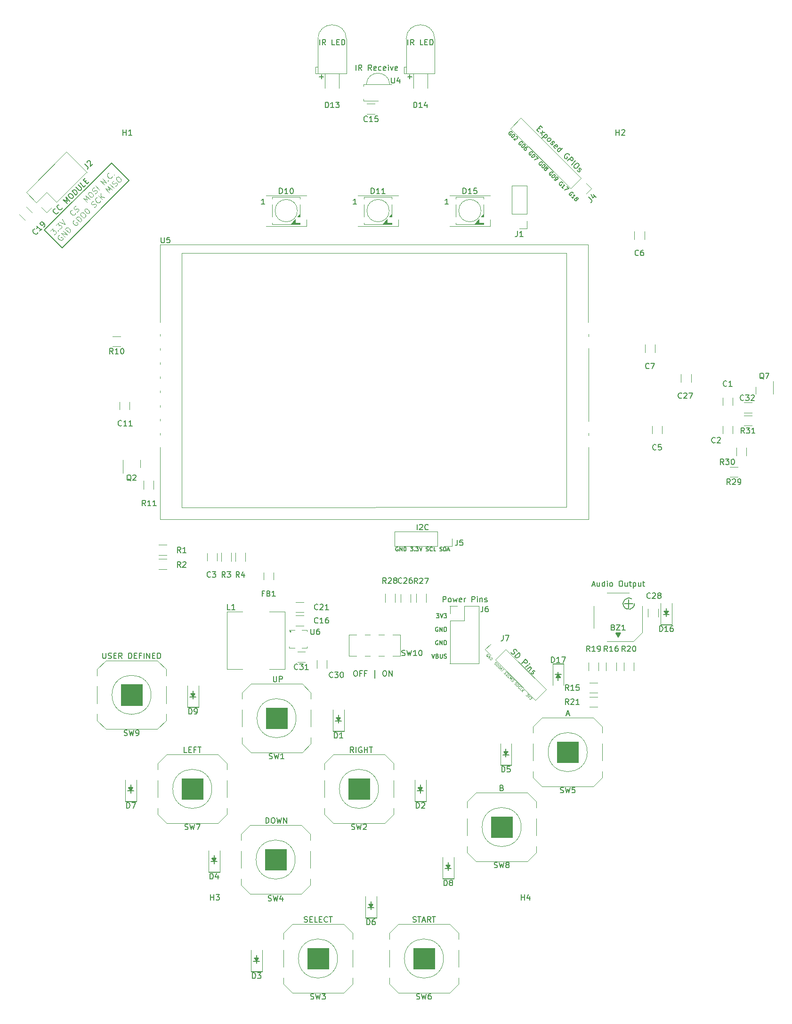
<source format=gto>
%TF.GenerationSoftware,KiCad,Pcbnew,(6.0.11)*%
%TF.CreationDate,2024-05-07T01:49:41+08:00*%
%TF.ProjectId,badge,62616467-652e-46b6-9963-61645f706362,rev?*%
%TF.SameCoordinates,Original*%
%TF.FileFunction,Legend,Top*%
%TF.FilePolarity,Positive*%
%FSLAX46Y46*%
G04 Gerber Fmt 4.6, Leading zero omitted, Abs format (unit mm)*
G04 Created by KiCad (PCBNEW (6.0.11)) date 2024-05-07 01:49:41*
%MOMM*%
%LPD*%
G01*
G04 APERTURE LIST*
%ADD10C,0.150000*%
%ADD11C,0.188592*%
%ADD12C,0.100000*%
%ADD13C,0.115000*%
%ADD14C,0.120000*%
G04 APERTURE END LIST*
D10*
X50482500Y-52387500D02*
X38417500Y-64452500D01*
X53657500Y-55562500D02*
X50482500Y-52387500D01*
X41592500Y-67627500D02*
X53657500Y-55562500D01*
D11*
X82771296Y-136575800D02*
G75*
G03*
X82771296Y-136575800I-94296J0D01*
G01*
D10*
X144032728Y-130700787D02*
G75*
G03*
X144526000Y-131572000I-522728J-871213D01*
G01*
X38417500Y-64452500D02*
X41592500Y-67627500D01*
X94456714Y-35758380D02*
X94456714Y-34758380D01*
X95504333Y-35758380D02*
X95171000Y-35282190D01*
X94932904Y-35758380D02*
X94932904Y-34758380D01*
X95313857Y-34758380D01*
X95409095Y-34806000D01*
X95456714Y-34853619D01*
X95504333Y-34948857D01*
X95504333Y-35091714D01*
X95456714Y-35186952D01*
X95409095Y-35234571D01*
X95313857Y-35282190D01*
X94932904Y-35282190D01*
X97266238Y-35758380D02*
X96932904Y-35282190D01*
X96694809Y-35758380D02*
X96694809Y-34758380D01*
X97075761Y-34758380D01*
X97171000Y-34806000D01*
X97218619Y-34853619D01*
X97266238Y-34948857D01*
X97266238Y-35091714D01*
X97218619Y-35186952D01*
X97171000Y-35234571D01*
X97075761Y-35282190D01*
X96694809Y-35282190D01*
X98075761Y-35710761D02*
X97980523Y-35758380D01*
X97790047Y-35758380D01*
X97694809Y-35710761D01*
X97647190Y-35615523D01*
X97647190Y-35234571D01*
X97694809Y-35139333D01*
X97790047Y-35091714D01*
X97980523Y-35091714D01*
X98075761Y-35139333D01*
X98123380Y-35234571D01*
X98123380Y-35329809D01*
X97647190Y-35425047D01*
X98980523Y-35710761D02*
X98885285Y-35758380D01*
X98694809Y-35758380D01*
X98599571Y-35710761D01*
X98551952Y-35663142D01*
X98504333Y-35567904D01*
X98504333Y-35282190D01*
X98551952Y-35186952D01*
X98599571Y-35139333D01*
X98694809Y-35091714D01*
X98885285Y-35091714D01*
X98980523Y-35139333D01*
X99790047Y-35710761D02*
X99694809Y-35758380D01*
X99504333Y-35758380D01*
X99409095Y-35710761D01*
X99361476Y-35615523D01*
X99361476Y-35234571D01*
X99409095Y-35139333D01*
X99504333Y-35091714D01*
X99694809Y-35091714D01*
X99790047Y-35139333D01*
X99837666Y-35234571D01*
X99837666Y-35329809D01*
X99361476Y-35425047D01*
X100266238Y-35758380D02*
X100266238Y-35091714D01*
X100266238Y-34758380D02*
X100218619Y-34806000D01*
X100266238Y-34853619D01*
X100313857Y-34806000D01*
X100266238Y-34758380D01*
X100266238Y-34853619D01*
X100647190Y-35091714D02*
X100885285Y-35758380D01*
X101123380Y-35091714D01*
X101885285Y-35710761D02*
X101790047Y-35758380D01*
X101599571Y-35758380D01*
X101504333Y-35710761D01*
X101456714Y-35615523D01*
X101456714Y-35234571D01*
X101504333Y-35139333D01*
X101599571Y-35091714D01*
X101790047Y-35091714D01*
X101885285Y-35139333D01*
X101932904Y-35234571D01*
X101932904Y-35329809D01*
X101456714Y-35425047D01*
X108936214Y-133380785D02*
X109400500Y-133380785D01*
X109150500Y-133666500D01*
X109257642Y-133666500D01*
X109329071Y-133702214D01*
X109364785Y-133737928D01*
X109400500Y-133809357D01*
X109400500Y-133987928D01*
X109364785Y-134059357D01*
X109329071Y-134095071D01*
X109257642Y-134130785D01*
X109043357Y-134130785D01*
X108971928Y-134095071D01*
X108936214Y-134059357D01*
X109614785Y-133380785D02*
X109864785Y-134130785D01*
X110114785Y-133380785D01*
X110293357Y-133380785D02*
X110757642Y-133380785D01*
X110507642Y-133666500D01*
X110614785Y-133666500D01*
X110686214Y-133702214D01*
X110721928Y-133737928D01*
X110757642Y-133809357D01*
X110757642Y-133987928D01*
X110721928Y-134059357D01*
X110686214Y-134095071D01*
X110614785Y-134130785D01*
X110400500Y-134130785D01*
X110329071Y-134095071D01*
X110293357Y-134059357D01*
X109186214Y-135831500D02*
X109114785Y-135795785D01*
X109007642Y-135795785D01*
X108900500Y-135831500D01*
X108829071Y-135902928D01*
X108793357Y-135974357D01*
X108757642Y-136117214D01*
X108757642Y-136224357D01*
X108793357Y-136367214D01*
X108829071Y-136438642D01*
X108900500Y-136510071D01*
X109007642Y-136545785D01*
X109079071Y-136545785D01*
X109186214Y-136510071D01*
X109221928Y-136474357D01*
X109221928Y-136224357D01*
X109079071Y-136224357D01*
X109543357Y-136545785D02*
X109543357Y-135795785D01*
X109971928Y-136545785D01*
X109971928Y-135795785D01*
X110329071Y-136545785D02*
X110329071Y-135795785D01*
X110507642Y-135795785D01*
X110614785Y-135831500D01*
X110686214Y-135902928D01*
X110721928Y-135974357D01*
X110757642Y-136117214D01*
X110757642Y-136224357D01*
X110721928Y-136367214D01*
X110686214Y-136438642D01*
X110614785Y-136510071D01*
X110507642Y-136545785D01*
X110329071Y-136545785D01*
X109186214Y-138246500D02*
X109114785Y-138210785D01*
X109007642Y-138210785D01*
X108900500Y-138246500D01*
X108829071Y-138317928D01*
X108793357Y-138389357D01*
X108757642Y-138532214D01*
X108757642Y-138639357D01*
X108793357Y-138782214D01*
X108829071Y-138853642D01*
X108900500Y-138925071D01*
X109007642Y-138960785D01*
X109079071Y-138960785D01*
X109186214Y-138925071D01*
X109221928Y-138889357D01*
X109221928Y-138639357D01*
X109079071Y-138639357D01*
X109543357Y-138960785D02*
X109543357Y-138210785D01*
X109971928Y-138960785D01*
X109971928Y-138210785D01*
X110329071Y-138960785D02*
X110329071Y-138210785D01*
X110507642Y-138210785D01*
X110614785Y-138246500D01*
X110686214Y-138317928D01*
X110721928Y-138389357D01*
X110757642Y-138532214D01*
X110757642Y-138639357D01*
X110721928Y-138782214D01*
X110686214Y-138853642D01*
X110614785Y-138925071D01*
X110507642Y-138960785D01*
X110329071Y-138960785D01*
X108079071Y-140625785D02*
X108329071Y-141375785D01*
X108579071Y-140625785D01*
X109079071Y-140982928D02*
X109186214Y-141018642D01*
X109221928Y-141054357D01*
X109257642Y-141125785D01*
X109257642Y-141232928D01*
X109221928Y-141304357D01*
X109186214Y-141340071D01*
X109114785Y-141375785D01*
X108829071Y-141375785D01*
X108829071Y-140625785D01*
X109079071Y-140625785D01*
X109150500Y-140661500D01*
X109186214Y-140697214D01*
X109221928Y-140768642D01*
X109221928Y-140840071D01*
X109186214Y-140911500D01*
X109150500Y-140947214D01*
X109079071Y-140982928D01*
X108829071Y-140982928D01*
X109579071Y-140625785D02*
X109579071Y-141232928D01*
X109614785Y-141304357D01*
X109650500Y-141340071D01*
X109721928Y-141375785D01*
X109864785Y-141375785D01*
X109936214Y-141340071D01*
X109971928Y-141304357D01*
X110007642Y-141232928D01*
X110007642Y-140625785D01*
X110329071Y-141340071D02*
X110436214Y-141375785D01*
X110614785Y-141375785D01*
X110686214Y-141340071D01*
X110721928Y-141304357D01*
X110757642Y-141232928D01*
X110757642Y-141161500D01*
X110721928Y-141090071D01*
X110686214Y-141054357D01*
X110614785Y-141018642D01*
X110471928Y-140982928D01*
X110400500Y-140947214D01*
X110364785Y-140911500D01*
X110329071Y-140840071D01*
X110329071Y-140768642D01*
X110364785Y-140697214D01*
X110400500Y-140661500D01*
X110471928Y-140625785D01*
X110650500Y-140625785D01*
X110757642Y-140661500D01*
X132349904Y-151423666D02*
X132826095Y-151423666D01*
X132254666Y-151709380D02*
X132588000Y-150709380D01*
X132921333Y-151709380D01*
X102009333Y-121443000D02*
X101942666Y-121409666D01*
X101842666Y-121409666D01*
X101742666Y-121443000D01*
X101676000Y-121509666D01*
X101642666Y-121576333D01*
X101609333Y-121709666D01*
X101609333Y-121809666D01*
X101642666Y-121943000D01*
X101676000Y-122009666D01*
X101742666Y-122076333D01*
X101842666Y-122109666D01*
X101909333Y-122109666D01*
X102009333Y-122076333D01*
X102042666Y-122043000D01*
X102042666Y-121809666D01*
X101909333Y-121809666D01*
X102342666Y-122109666D02*
X102342666Y-121409666D01*
X102742666Y-122109666D01*
X102742666Y-121409666D01*
X103076000Y-122109666D02*
X103076000Y-121409666D01*
X103242666Y-121409666D01*
X103342666Y-121443000D01*
X103409333Y-121509666D01*
X103442666Y-121576333D01*
X103476000Y-121709666D01*
X103476000Y-121809666D01*
X103442666Y-121943000D01*
X103409333Y-122009666D01*
X103342666Y-122076333D01*
X103242666Y-122109666D01*
X103076000Y-122109666D01*
X104242666Y-121409666D02*
X104676000Y-121409666D01*
X104442666Y-121676333D01*
X104542666Y-121676333D01*
X104609333Y-121709666D01*
X104642666Y-121743000D01*
X104676000Y-121809666D01*
X104676000Y-121976333D01*
X104642666Y-122043000D01*
X104609333Y-122076333D01*
X104542666Y-122109666D01*
X104342666Y-122109666D01*
X104276000Y-122076333D01*
X104242666Y-122043000D01*
X104976000Y-122043000D02*
X105009333Y-122076333D01*
X104976000Y-122109666D01*
X104942666Y-122076333D01*
X104976000Y-122043000D01*
X104976000Y-122109666D01*
X105242666Y-121409666D02*
X105676000Y-121409666D01*
X105442666Y-121676333D01*
X105542666Y-121676333D01*
X105609333Y-121709666D01*
X105642666Y-121743000D01*
X105676000Y-121809666D01*
X105676000Y-121976333D01*
X105642666Y-122043000D01*
X105609333Y-122076333D01*
X105542666Y-122109666D01*
X105342666Y-122109666D01*
X105276000Y-122076333D01*
X105242666Y-122043000D01*
X105876000Y-121409666D02*
X106109333Y-122109666D01*
X106342666Y-121409666D01*
X107076000Y-122076333D02*
X107176000Y-122109666D01*
X107342666Y-122109666D01*
X107409333Y-122076333D01*
X107442666Y-122043000D01*
X107476000Y-121976333D01*
X107476000Y-121909666D01*
X107442666Y-121843000D01*
X107409333Y-121809666D01*
X107342666Y-121776333D01*
X107209333Y-121743000D01*
X107142666Y-121709666D01*
X107109333Y-121676333D01*
X107076000Y-121609666D01*
X107076000Y-121543000D01*
X107109333Y-121476333D01*
X107142666Y-121443000D01*
X107209333Y-121409666D01*
X107376000Y-121409666D01*
X107476000Y-121443000D01*
X108176000Y-122043000D02*
X108142666Y-122076333D01*
X108042666Y-122109666D01*
X107976000Y-122109666D01*
X107876000Y-122076333D01*
X107809333Y-122009666D01*
X107776000Y-121943000D01*
X107742666Y-121809666D01*
X107742666Y-121709666D01*
X107776000Y-121576333D01*
X107809333Y-121509666D01*
X107876000Y-121443000D01*
X107976000Y-121409666D01*
X108042666Y-121409666D01*
X108142666Y-121443000D01*
X108176000Y-121476333D01*
X108809333Y-122109666D02*
X108476000Y-122109666D01*
X108476000Y-121409666D01*
X109542666Y-122076333D02*
X109642666Y-122109666D01*
X109809333Y-122109666D01*
X109876000Y-122076333D01*
X109909333Y-122043000D01*
X109942666Y-121976333D01*
X109942666Y-121909666D01*
X109909333Y-121843000D01*
X109876000Y-121809666D01*
X109809333Y-121776333D01*
X109676000Y-121743000D01*
X109609333Y-121709666D01*
X109576000Y-121676333D01*
X109542666Y-121609666D01*
X109542666Y-121543000D01*
X109576000Y-121476333D01*
X109609333Y-121443000D01*
X109676000Y-121409666D01*
X109842666Y-121409666D01*
X109942666Y-121443000D01*
X110242666Y-122109666D02*
X110242666Y-121409666D01*
X110409333Y-121409666D01*
X110509333Y-121443000D01*
X110576000Y-121509666D01*
X110609333Y-121576333D01*
X110642666Y-121709666D01*
X110642666Y-121809666D01*
X110609333Y-121943000D01*
X110576000Y-122009666D01*
X110509333Y-122076333D01*
X110409333Y-122109666D01*
X110242666Y-122109666D01*
X110909333Y-121909666D02*
X111242666Y-121909666D01*
X110842666Y-122109666D02*
X111076000Y-121409666D01*
X111309333Y-122109666D01*
X87931904Y-31186380D02*
X87931904Y-30186380D01*
X88979523Y-31186380D02*
X88646190Y-30710190D01*
X88408095Y-31186380D02*
X88408095Y-30186380D01*
X88789047Y-30186380D01*
X88884285Y-30234000D01*
X88931904Y-30281619D01*
X88979523Y-30376857D01*
X88979523Y-30519714D01*
X88931904Y-30614952D01*
X88884285Y-30662571D01*
X88789047Y-30710190D01*
X88408095Y-30710190D01*
X90646190Y-31186380D02*
X90170000Y-31186380D01*
X90170000Y-30186380D01*
X90979523Y-30662571D02*
X91312857Y-30662571D01*
X91455714Y-31186380D02*
X90979523Y-31186380D01*
X90979523Y-30186380D01*
X91455714Y-30186380D01*
X91884285Y-31186380D02*
X91884285Y-30186380D01*
X92122380Y-30186380D01*
X92265238Y-30234000D01*
X92360476Y-30329238D01*
X92408095Y-30424476D01*
X92455714Y-30614952D01*
X92455714Y-30757809D01*
X92408095Y-30948285D01*
X92360476Y-31043523D01*
X92265238Y-31138761D01*
X92122380Y-31186380D01*
X91884285Y-31186380D01*
X103759047Y-36901428D02*
X104520952Y-36901428D01*
X104140000Y-37282380D02*
X104140000Y-36520476D01*
X79605285Y-144613380D02*
X79605285Y-145422904D01*
X79652904Y-145518142D01*
X79700523Y-145565761D01*
X79795761Y-145613380D01*
X79986238Y-145613380D01*
X80081476Y-145565761D01*
X80129095Y-145518142D01*
X80176714Y-145422904D01*
X80176714Y-144613380D01*
X80652904Y-145613380D02*
X80652904Y-144613380D01*
X81033857Y-144613380D01*
X81129095Y-144661000D01*
X81176714Y-144708619D01*
X81224333Y-144803857D01*
X81224333Y-144946714D01*
X81176714Y-145041952D01*
X81129095Y-145089571D01*
X81033857Y-145137190D01*
X80652904Y-145137190D01*
D12*
X39513031Y-64619076D02*
X39950763Y-64181343D01*
X39984435Y-64686420D01*
X40085450Y-64585404D01*
X40186466Y-64551733D01*
X40253809Y-64551733D01*
X40354824Y-64585404D01*
X40523183Y-64753763D01*
X40556855Y-64854778D01*
X40556855Y-64922122D01*
X40523183Y-65023137D01*
X40321153Y-65225168D01*
X40220137Y-65258839D01*
X40152794Y-65258839D01*
X40893572Y-64518061D02*
X40960916Y-64518061D01*
X40960916Y-64585404D01*
X40893572Y-64585404D01*
X40893572Y-64518061D01*
X40960916Y-64585404D01*
X40523183Y-63608924D02*
X40960916Y-63171191D01*
X40994588Y-63676267D01*
X41095603Y-63575252D01*
X41196618Y-63541580D01*
X41263962Y-63541580D01*
X41364977Y-63575252D01*
X41533336Y-63743611D01*
X41567007Y-63844626D01*
X41567007Y-63911969D01*
X41533336Y-64012985D01*
X41331305Y-64215015D01*
X41230290Y-64248687D01*
X41162946Y-64248687D01*
X41162946Y-62969160D02*
X42105755Y-63440565D01*
X41634351Y-62497756D01*
X43991374Y-61420260D02*
X43991374Y-61487603D01*
X43924030Y-61622290D01*
X43856686Y-61689634D01*
X43721999Y-61756977D01*
X43587312Y-61756977D01*
X43486297Y-61723306D01*
X43317938Y-61622290D01*
X43216923Y-61521275D01*
X43115908Y-61352916D01*
X43082236Y-61251901D01*
X43082236Y-61117214D01*
X43149580Y-60982527D01*
X43216923Y-60915183D01*
X43351610Y-60847840D01*
X43418954Y-60847840D01*
X44294419Y-61184558D02*
X44429106Y-61117214D01*
X44597465Y-60948855D01*
X44631137Y-60847840D01*
X44631137Y-60780496D01*
X44597465Y-60679481D01*
X44530122Y-60612138D01*
X44429106Y-60578466D01*
X44361763Y-60578466D01*
X44260748Y-60612138D01*
X44092389Y-60713153D01*
X43991374Y-60746825D01*
X43924030Y-60746825D01*
X43823015Y-60713153D01*
X43755671Y-60645809D01*
X43721999Y-60544794D01*
X43721999Y-60477451D01*
X43755671Y-60376435D01*
X43924030Y-60208077D01*
X44058717Y-60140733D01*
X46112694Y-59433626D02*
X45405587Y-58726520D01*
X46146366Y-58995894D01*
X45876992Y-58255115D01*
X46584098Y-58962222D01*
X46348396Y-57783711D02*
X46483083Y-57649024D01*
X46584098Y-57615352D01*
X46718785Y-57615352D01*
X46887144Y-57716367D01*
X47122846Y-57952069D01*
X47223862Y-58120428D01*
X47223862Y-58255115D01*
X47190190Y-58356130D01*
X47055503Y-58490817D01*
X46954488Y-58524489D01*
X46819801Y-58524489D01*
X46651442Y-58423474D01*
X46415740Y-58187772D01*
X46314724Y-58019413D01*
X46314724Y-57884726D01*
X46348396Y-57783711D01*
X47594251Y-57884726D02*
X47728938Y-57817382D01*
X47897297Y-57649024D01*
X47930968Y-57548008D01*
X47930968Y-57480665D01*
X47897297Y-57379650D01*
X47829953Y-57312306D01*
X47728938Y-57278634D01*
X47661594Y-57278634D01*
X47560579Y-57312306D01*
X47392220Y-57413321D01*
X47291205Y-57446993D01*
X47223862Y-57446993D01*
X47122846Y-57413321D01*
X47055503Y-57345978D01*
X47021831Y-57244963D01*
X47021831Y-57177619D01*
X47055503Y-57076604D01*
X47223862Y-56908245D01*
X47358549Y-56840902D01*
X48335029Y-57211291D02*
X47627923Y-56504184D01*
X49210495Y-56335825D02*
X48503388Y-55628719D01*
X49614556Y-55931764D01*
X48907449Y-55224657D01*
X49883930Y-55527703D02*
X49951274Y-55527703D01*
X49951274Y-55595047D01*
X49883930Y-55595047D01*
X49883930Y-55527703D01*
X49951274Y-55595047D01*
X50624709Y-54786925D02*
X50624709Y-54854268D01*
X50557365Y-54988955D01*
X50490022Y-55056299D01*
X50355335Y-55123642D01*
X50220648Y-55123642D01*
X50119632Y-55089970D01*
X49951274Y-54988955D01*
X49850258Y-54887940D01*
X49749243Y-54719581D01*
X49715571Y-54618566D01*
X49715571Y-54483879D01*
X49782915Y-54349192D01*
X49850258Y-54281848D01*
X49984945Y-54214505D01*
X50052289Y-54214505D01*
X50927754Y-54483879D02*
X50995098Y-54483879D01*
X50995098Y-54551222D01*
X50927754Y-54551222D01*
X50927754Y-54483879D01*
X50995098Y-54551222D01*
X41122877Y-65353457D02*
X41021862Y-65387129D01*
X40920847Y-65488144D01*
X40853503Y-65622831D01*
X40853503Y-65757518D01*
X40887175Y-65858533D01*
X40988190Y-66026892D01*
X41089205Y-66127907D01*
X41257564Y-66228923D01*
X41358579Y-66262594D01*
X41493266Y-66262594D01*
X41627953Y-66195251D01*
X41695297Y-66127907D01*
X41762640Y-65993220D01*
X41762640Y-65925877D01*
X41526938Y-65690175D01*
X41392251Y-65824862D01*
X42133030Y-65690175D02*
X41425923Y-64983068D01*
X42537091Y-65286114D01*
X41829984Y-64579007D01*
X42873808Y-64949396D02*
X42166701Y-64242289D01*
X42335060Y-64073931D01*
X42469747Y-64006587D01*
X42604434Y-64006587D01*
X42705449Y-64040259D01*
X42873808Y-64141274D01*
X42974823Y-64242289D01*
X43075839Y-64410648D01*
X43109510Y-64511663D01*
X43109510Y-64646350D01*
X43042167Y-64781037D01*
X42873808Y-64949396D01*
X43816617Y-62659717D02*
X43715602Y-62693389D01*
X43614587Y-62794404D01*
X43547243Y-62929091D01*
X43547243Y-63063778D01*
X43580915Y-63164793D01*
X43681930Y-63333152D01*
X43782945Y-63434167D01*
X43951304Y-63535183D01*
X44052319Y-63568854D01*
X44187006Y-63568854D01*
X44321693Y-63501511D01*
X44389037Y-63434167D01*
X44456380Y-63299480D01*
X44456380Y-63232137D01*
X44220678Y-62996435D01*
X44085991Y-63131122D01*
X44826770Y-62996435D02*
X44119663Y-62289328D01*
X44288022Y-62120969D01*
X44422709Y-62053625D01*
X44557396Y-62053625D01*
X44658411Y-62087297D01*
X44826770Y-62188313D01*
X44927785Y-62289328D01*
X45028800Y-62457687D01*
X45062472Y-62558702D01*
X45062472Y-62693389D01*
X44995128Y-62828076D01*
X44826770Y-62996435D01*
X44961457Y-61447534D02*
X45096144Y-61312847D01*
X45197159Y-61279175D01*
X45331846Y-61279175D01*
X45500205Y-61380190D01*
X45735907Y-61615893D01*
X45836922Y-61784251D01*
X45836922Y-61918938D01*
X45803251Y-62019954D01*
X45668564Y-62154641D01*
X45567548Y-62188313D01*
X45432861Y-62188313D01*
X45264503Y-62087297D01*
X45028800Y-61851595D01*
X44927785Y-61683236D01*
X44927785Y-61548549D01*
X44961457Y-61447534D01*
X45702235Y-60706755D02*
X45769579Y-60639412D01*
X45870594Y-60605740D01*
X45937938Y-60605740D01*
X46038953Y-60639412D01*
X46207312Y-60740427D01*
X46375670Y-60908786D01*
X46476686Y-61077145D01*
X46510357Y-61178160D01*
X46510357Y-61245503D01*
X46476686Y-61346519D01*
X46409342Y-61413862D01*
X46308327Y-61447534D01*
X46240983Y-61447534D01*
X46139968Y-61413862D01*
X45971609Y-61312847D01*
X45803251Y-61144488D01*
X45702235Y-60976129D01*
X45668564Y-60875114D01*
X45668564Y-60807771D01*
X45702235Y-60706755D01*
X47419495Y-60336366D02*
X47554182Y-60269023D01*
X47722540Y-60100664D01*
X47756212Y-59999649D01*
X47756212Y-59932305D01*
X47722540Y-59831290D01*
X47655197Y-59763946D01*
X47554182Y-59730275D01*
X47486838Y-59730275D01*
X47385823Y-59763946D01*
X47217464Y-59864962D01*
X47116449Y-59898633D01*
X47049105Y-59898633D01*
X46948090Y-59864962D01*
X46880747Y-59797618D01*
X46847075Y-59696603D01*
X46847075Y-59629259D01*
X46880747Y-59528244D01*
X47049105Y-59359885D01*
X47183792Y-59292542D01*
X48496991Y-59191527D02*
X48496991Y-59258870D01*
X48429647Y-59393557D01*
X48362304Y-59460901D01*
X48227617Y-59528244D01*
X48092930Y-59528244D01*
X47991914Y-59494572D01*
X47823556Y-59393557D01*
X47722540Y-59292542D01*
X47621525Y-59124183D01*
X47587853Y-59023168D01*
X47587853Y-58888481D01*
X47655197Y-58753794D01*
X47722540Y-58686450D01*
X47857227Y-58619107D01*
X47924571Y-58619107D01*
X48867380Y-58955824D02*
X48160273Y-58248718D01*
X49271441Y-58551763D02*
X48564334Y-58450748D01*
X48564334Y-57844657D02*
X48564334Y-58652779D01*
X50113235Y-57709970D02*
X49406128Y-57002863D01*
X50146906Y-57272237D01*
X49877532Y-56531458D01*
X50584639Y-57238565D01*
X50921357Y-56901848D02*
X50214250Y-56194741D01*
X51190731Y-56565130D02*
X51325418Y-56497787D01*
X51493777Y-56329428D01*
X51527448Y-56228412D01*
X51527448Y-56161069D01*
X51493777Y-56060054D01*
X51426433Y-55992710D01*
X51325418Y-55959038D01*
X51258074Y-55959038D01*
X51157059Y-55992710D01*
X50988700Y-56093725D01*
X50887685Y-56127397D01*
X50820342Y-56127397D01*
X50719326Y-56093725D01*
X50651983Y-56026382D01*
X50618311Y-55925367D01*
X50618311Y-55858023D01*
X50651983Y-55757008D01*
X50820342Y-55588649D01*
X50955029Y-55521306D01*
X51359090Y-55049901D02*
X51493777Y-54915214D01*
X51594792Y-54881542D01*
X51729479Y-54881542D01*
X51897838Y-54982558D01*
X52133540Y-55218260D01*
X52234555Y-55386619D01*
X52234555Y-55521306D01*
X52200883Y-55622321D01*
X52066196Y-55757008D01*
X51965181Y-55790680D01*
X51830494Y-55790680D01*
X51662135Y-55689664D01*
X51426433Y-55453962D01*
X51325418Y-55285603D01*
X51325418Y-55150916D01*
X51359090Y-55049901D01*
D10*
X141985952Y-136898095D02*
X141985952Y-136850476D01*
X141938333Y-136993333D02*
X141938333Y-136850476D01*
X141890714Y-137088571D02*
X141890714Y-136850476D01*
X141843095Y-137183809D02*
X141843095Y-136850476D01*
X141795476Y-137231428D02*
X141795476Y-136850476D01*
X141747857Y-137326666D02*
X141747857Y-136850476D01*
X141700238Y-137421904D02*
X141700238Y-136850476D01*
X141652619Y-137517142D02*
X141652619Y-136850476D01*
X141605000Y-137612380D02*
X141605000Y-136850476D01*
X141557380Y-137517142D02*
X141557380Y-136850476D01*
X141509761Y-137421904D02*
X141509761Y-136850476D01*
X141462142Y-137326666D02*
X141462142Y-136850476D01*
X141414523Y-137231428D02*
X141414523Y-136850476D01*
X141366904Y-137183809D02*
X141366904Y-136850476D01*
X141319285Y-137088571D02*
X141319285Y-136850476D01*
X141271666Y-136993333D02*
X141271666Y-136850476D01*
X141224047Y-136850476D02*
X141605000Y-137564761D01*
X141985952Y-136850476D01*
X141224047Y-136898095D02*
X141224047Y-136850476D01*
X141605000Y-137612380D02*
X141176428Y-136850476D01*
X142033571Y-136850476D01*
X141605000Y-137612380D01*
X142748095Y-131587857D02*
X144271904Y-131587857D01*
X143510000Y-132349761D02*
X143510000Y-130825952D01*
X94043666Y-158313380D02*
X93710333Y-157837190D01*
X93472238Y-158313380D02*
X93472238Y-157313380D01*
X93853190Y-157313380D01*
X93948428Y-157361000D01*
X93996047Y-157408619D01*
X94043666Y-157503857D01*
X94043666Y-157646714D01*
X93996047Y-157741952D01*
X93948428Y-157789571D01*
X93853190Y-157837190D01*
X93472238Y-157837190D01*
X94472238Y-158313380D02*
X94472238Y-157313380D01*
X95472238Y-157361000D02*
X95377000Y-157313380D01*
X95234142Y-157313380D01*
X95091285Y-157361000D01*
X94996047Y-157456238D01*
X94948428Y-157551476D01*
X94900809Y-157741952D01*
X94900809Y-157884809D01*
X94948428Y-158075285D01*
X94996047Y-158170523D01*
X95091285Y-158265761D01*
X95234142Y-158313380D01*
X95329380Y-158313380D01*
X95472238Y-158265761D01*
X95519857Y-158218142D01*
X95519857Y-157884809D01*
X95329380Y-157884809D01*
X95948428Y-158313380D02*
X95948428Y-157313380D01*
X95948428Y-157789571D02*
X96519857Y-157789571D01*
X96519857Y-158313380D02*
X96519857Y-157313380D01*
X96853190Y-157313380D02*
X97424619Y-157313380D01*
X97138904Y-158313380D02*
X97138904Y-157313380D01*
X103806904Y-31186380D02*
X103806904Y-30186380D01*
X104854523Y-31186380D02*
X104521190Y-30710190D01*
X104283095Y-31186380D02*
X104283095Y-30186380D01*
X104664047Y-30186380D01*
X104759285Y-30234000D01*
X104806904Y-30281619D01*
X104854523Y-30376857D01*
X104854523Y-30519714D01*
X104806904Y-30614952D01*
X104759285Y-30662571D01*
X104664047Y-30710190D01*
X104283095Y-30710190D01*
X106521190Y-31186380D02*
X106045000Y-31186380D01*
X106045000Y-30186380D01*
X106854523Y-30662571D02*
X107187857Y-30662571D01*
X107330714Y-31186380D02*
X106854523Y-31186380D01*
X106854523Y-30186380D01*
X107330714Y-30186380D01*
X107759285Y-31186380D02*
X107759285Y-30186380D01*
X107997380Y-30186380D01*
X108140238Y-30234000D01*
X108235476Y-30329238D01*
X108283095Y-30424476D01*
X108330714Y-30614952D01*
X108330714Y-30757809D01*
X108283095Y-30948285D01*
X108235476Y-31043523D01*
X108140238Y-31138761D01*
X107997380Y-31186380D01*
X107759285Y-31186380D01*
X94297904Y-143597380D02*
X94488380Y-143597380D01*
X94583619Y-143645000D01*
X94678857Y-143740238D01*
X94726476Y-143930714D01*
X94726476Y-144264047D01*
X94678857Y-144454523D01*
X94583619Y-144549761D01*
X94488380Y-144597380D01*
X94297904Y-144597380D01*
X94202666Y-144549761D01*
X94107428Y-144454523D01*
X94059809Y-144264047D01*
X94059809Y-143930714D01*
X94107428Y-143740238D01*
X94202666Y-143645000D01*
X94297904Y-143597380D01*
X95488380Y-144073571D02*
X95155047Y-144073571D01*
X95155047Y-144597380D02*
X95155047Y-143597380D01*
X95631238Y-143597380D01*
X96345523Y-144073571D02*
X96012190Y-144073571D01*
X96012190Y-144597380D02*
X96012190Y-143597380D01*
X96488380Y-143597380D01*
X97869333Y-144930714D02*
X97869333Y-143502142D01*
X99536000Y-143597380D02*
X99726476Y-143597380D01*
X99821714Y-143645000D01*
X99916952Y-143740238D01*
X99964571Y-143930714D01*
X99964571Y-144264047D01*
X99916952Y-144454523D01*
X99821714Y-144549761D01*
X99726476Y-144597380D01*
X99536000Y-144597380D01*
X99440761Y-144549761D01*
X99345523Y-144454523D01*
X99297904Y-144264047D01*
X99297904Y-143930714D01*
X99345523Y-143740238D01*
X99440761Y-143645000D01*
X99536000Y-143597380D01*
X100393142Y-144597380D02*
X100393142Y-143597380D01*
X100964571Y-144597380D01*
X100964571Y-143597380D01*
X122347828Y-140319248D02*
X122415172Y-140453935D01*
X122583530Y-140622294D01*
X122684546Y-140655965D01*
X122751889Y-140655965D01*
X122852904Y-140622294D01*
X122920248Y-140554950D01*
X122953920Y-140453935D01*
X122953920Y-140386591D01*
X122920248Y-140285576D01*
X122819233Y-140117217D01*
X122785561Y-140016202D01*
X122785561Y-139948859D01*
X122819233Y-139847843D01*
X122886576Y-139780500D01*
X122987591Y-139746828D01*
X123054935Y-139746828D01*
X123155950Y-139780500D01*
X123324309Y-139948859D01*
X123391652Y-140083546D01*
X123021263Y-141060026D02*
X123728370Y-140352920D01*
X123896729Y-140521278D01*
X123964072Y-140655965D01*
X123964072Y-140790652D01*
X123930400Y-140891668D01*
X123829385Y-141060026D01*
X123728370Y-141161042D01*
X123560011Y-141262057D01*
X123458996Y-141295729D01*
X123324309Y-141295729D01*
X123189622Y-141228385D01*
X123021263Y-141060026D01*
X124267118Y-142305881D02*
X124974225Y-141598774D01*
X125243599Y-141868148D01*
X125277270Y-141969164D01*
X125277270Y-142036507D01*
X125243599Y-142137522D01*
X125142583Y-142238538D01*
X125041568Y-142272209D01*
X124974225Y-142272209D01*
X124873209Y-142238538D01*
X124603835Y-141969164D01*
X124974225Y-143012988D02*
X125445629Y-142541583D01*
X125681331Y-142305881D02*
X125613988Y-142305881D01*
X125613988Y-142373225D01*
X125681331Y-142373225D01*
X125681331Y-142305881D01*
X125613988Y-142373225D01*
X125782347Y-142878301D02*
X125310942Y-143349705D01*
X125715003Y-142945644D02*
X125782347Y-142945644D01*
X125883362Y-142979316D01*
X125984377Y-143080331D01*
X126018049Y-143181347D01*
X125984377Y-143282362D01*
X125613988Y-143652751D01*
X125950705Y-143922125D02*
X125984377Y-144023140D01*
X126119064Y-144157827D01*
X126220079Y-144191499D01*
X126321095Y-144157827D01*
X126354766Y-144124156D01*
X126388438Y-144023140D01*
X126354766Y-143922125D01*
X126253751Y-143821110D01*
X126220079Y-143720095D01*
X126253751Y-143619079D01*
X126287423Y-143585408D01*
X126388438Y-143551736D01*
X126489453Y-143585408D01*
X126590469Y-143686423D01*
X126624140Y-143787438D01*
X110093619Y-131262380D02*
X110093619Y-130262380D01*
X110474571Y-130262380D01*
X110569809Y-130310000D01*
X110617428Y-130357619D01*
X110665047Y-130452857D01*
X110665047Y-130595714D01*
X110617428Y-130690952D01*
X110569809Y-130738571D01*
X110474571Y-130786190D01*
X110093619Y-130786190D01*
X111236476Y-131262380D02*
X111141238Y-131214761D01*
X111093619Y-131167142D01*
X111046000Y-131071904D01*
X111046000Y-130786190D01*
X111093619Y-130690952D01*
X111141238Y-130643333D01*
X111236476Y-130595714D01*
X111379333Y-130595714D01*
X111474571Y-130643333D01*
X111522190Y-130690952D01*
X111569809Y-130786190D01*
X111569809Y-131071904D01*
X111522190Y-131167142D01*
X111474571Y-131214761D01*
X111379333Y-131262380D01*
X111236476Y-131262380D01*
X111903142Y-130595714D02*
X112093619Y-131262380D01*
X112284095Y-130786190D01*
X112474571Y-131262380D01*
X112665047Y-130595714D01*
X113426952Y-131214761D02*
X113331714Y-131262380D01*
X113141238Y-131262380D01*
X113046000Y-131214761D01*
X112998380Y-131119523D01*
X112998380Y-130738571D01*
X113046000Y-130643333D01*
X113141238Y-130595714D01*
X113331714Y-130595714D01*
X113426952Y-130643333D01*
X113474571Y-130738571D01*
X113474571Y-130833809D01*
X112998380Y-130929047D01*
X113903142Y-131262380D02*
X113903142Y-130595714D01*
X113903142Y-130786190D02*
X113950761Y-130690952D01*
X113998380Y-130643333D01*
X114093619Y-130595714D01*
X114188857Y-130595714D01*
X115284095Y-131262380D02*
X115284095Y-130262380D01*
X115665047Y-130262380D01*
X115760285Y-130310000D01*
X115807904Y-130357619D01*
X115855523Y-130452857D01*
X115855523Y-130595714D01*
X115807904Y-130690952D01*
X115760285Y-130738571D01*
X115665047Y-130786190D01*
X115284095Y-130786190D01*
X116284095Y-131262380D02*
X116284095Y-130595714D01*
X116284095Y-130262380D02*
X116236476Y-130310000D01*
X116284095Y-130357619D01*
X116331714Y-130310000D01*
X116284095Y-130262380D01*
X116284095Y-130357619D01*
X116760285Y-130595714D02*
X116760285Y-131262380D01*
X116760285Y-130690952D02*
X116807904Y-130643333D01*
X116903142Y-130595714D01*
X117046000Y-130595714D01*
X117141238Y-130643333D01*
X117188857Y-130738571D01*
X117188857Y-131262380D01*
X117617428Y-131214761D02*
X117712666Y-131262380D01*
X117903142Y-131262380D01*
X117998380Y-131214761D01*
X118046000Y-131119523D01*
X118046000Y-131071904D01*
X117998380Y-130976666D01*
X117903142Y-130929047D01*
X117760285Y-130929047D01*
X117665047Y-130881428D01*
X117617428Y-130786190D01*
X117617428Y-130738571D01*
X117665047Y-130643333D01*
X117760285Y-130595714D01*
X117903142Y-130595714D01*
X117998380Y-130643333D01*
X78256047Y-171013380D02*
X78256047Y-170013380D01*
X78494142Y-170013380D01*
X78637000Y-170061000D01*
X78732238Y-170156238D01*
X78779857Y-170251476D01*
X78827476Y-170441952D01*
X78827476Y-170584809D01*
X78779857Y-170775285D01*
X78732238Y-170870523D01*
X78637000Y-170965761D01*
X78494142Y-171013380D01*
X78256047Y-171013380D01*
X79446523Y-170013380D02*
X79637000Y-170013380D01*
X79732238Y-170061000D01*
X79827476Y-170156238D01*
X79875095Y-170346714D01*
X79875095Y-170680047D01*
X79827476Y-170870523D01*
X79732238Y-170965761D01*
X79637000Y-171013380D01*
X79446523Y-171013380D01*
X79351285Y-170965761D01*
X79256047Y-170870523D01*
X79208428Y-170680047D01*
X79208428Y-170346714D01*
X79256047Y-170156238D01*
X79351285Y-170061000D01*
X79446523Y-170013380D01*
X80208428Y-170013380D02*
X80446523Y-171013380D01*
X80637000Y-170299095D01*
X80827476Y-171013380D01*
X81065571Y-170013380D01*
X81446523Y-171013380D02*
X81446523Y-170013380D01*
X82017952Y-171013380D01*
X82017952Y-170013380D01*
D13*
X118319314Y-140727045D02*
X118303825Y-140680578D01*
X118257358Y-140634111D01*
X118195402Y-140603133D01*
X118133446Y-140603133D01*
X118086979Y-140618622D01*
X118009534Y-140665089D01*
X117963067Y-140711556D01*
X117916600Y-140789001D01*
X117901111Y-140835468D01*
X117901111Y-140897424D01*
X117932089Y-140959380D01*
X117963067Y-140990358D01*
X118025023Y-141021336D01*
X118056001Y-141021336D01*
X118164424Y-140912913D01*
X118102468Y-140850957D01*
X118164424Y-141191715D02*
X118489693Y-140866446D01*
X118350292Y-141377584D01*
X118675562Y-141052314D01*
X118505182Y-141532474D02*
X118830452Y-141207204D01*
X118907897Y-141284649D01*
X118938875Y-141346605D01*
X118938875Y-141408562D01*
X118923386Y-141455029D01*
X118876919Y-141532474D01*
X118830452Y-141578941D01*
X118753007Y-141625408D01*
X118706540Y-141640897D01*
X118644584Y-141640897D01*
X118582627Y-141609919D01*
X118505182Y-141532474D01*
X119326100Y-142322413D02*
X119357078Y-142384369D01*
X119434523Y-142461814D01*
X119480990Y-142477303D01*
X119511968Y-142477303D01*
X119558435Y-142461814D01*
X119589413Y-142430836D01*
X119604902Y-142384369D01*
X119604902Y-142353391D01*
X119589413Y-142306924D01*
X119542946Y-142229479D01*
X119527457Y-142183012D01*
X119527457Y-142152034D01*
X119542946Y-142105567D01*
X119573924Y-142074589D01*
X119620391Y-142059100D01*
X119651369Y-142059100D01*
X119697836Y-142074589D01*
X119775281Y-142152034D01*
X119806259Y-142213990D01*
X119635880Y-142663171D02*
X119961149Y-142337902D01*
X120038594Y-142415347D01*
X120069572Y-142477303D01*
X120069572Y-142539259D01*
X120054083Y-142585726D01*
X120007616Y-142663171D01*
X119961149Y-142709638D01*
X119883704Y-142756105D01*
X119837237Y-142771594D01*
X119775281Y-142771594D01*
X119713325Y-142740616D01*
X119635880Y-142663171D01*
X119961149Y-142988440D02*
X120286418Y-142663171D01*
X120363863Y-142740616D01*
X120394841Y-142802572D01*
X120394841Y-142864528D01*
X120379352Y-142910995D01*
X120332885Y-142988440D01*
X120286418Y-143034907D01*
X120208973Y-143081374D01*
X120162506Y-143096863D01*
X120100550Y-143096863D01*
X120038594Y-143065885D01*
X119961149Y-142988440D01*
X120363863Y-143205286D02*
X120518753Y-143360176D01*
X120239951Y-143267242D02*
X120673643Y-143050396D01*
X120456797Y-143484088D01*
X120844022Y-143220775D02*
X121029890Y-143406643D01*
X120611687Y-143638978D02*
X120936956Y-143313709D01*
X121060868Y-144057181D02*
X121091846Y-144119138D01*
X121169291Y-144196583D01*
X121215758Y-144212072D01*
X121246736Y-144212072D01*
X121293203Y-144196583D01*
X121324181Y-144165605D01*
X121339670Y-144119138D01*
X121339670Y-144088159D01*
X121324181Y-144041692D01*
X121277714Y-143964247D01*
X121262225Y-143917780D01*
X121262225Y-143886802D01*
X121277714Y-143840335D01*
X121308692Y-143809357D01*
X121355159Y-143793868D01*
X121386138Y-143793868D01*
X121432605Y-143809357D01*
X121510050Y-143886802D01*
X121541028Y-143948758D01*
X121370649Y-144397940D02*
X121695918Y-144072670D01*
X121773363Y-144150116D01*
X121804341Y-144212072D01*
X121804341Y-144274028D01*
X121788852Y-144320495D01*
X121742385Y-144397940D01*
X121695918Y-144444407D01*
X121618473Y-144490874D01*
X121572006Y-144506363D01*
X121510050Y-144506363D01*
X121448094Y-144475385D01*
X121370649Y-144397940D01*
X121912764Y-144878099D02*
X121881786Y-144878099D01*
X121819830Y-144847121D01*
X121788852Y-144816143D01*
X121757874Y-144754187D01*
X121757874Y-144692231D01*
X121773363Y-144645764D01*
X121819830Y-144568319D01*
X121866297Y-144521852D01*
X121943742Y-144475385D01*
X121990209Y-144459896D01*
X122052165Y-144459896D01*
X122114121Y-144490874D01*
X122145099Y-144521852D01*
X122176077Y-144583808D01*
X122176077Y-144614786D01*
X122021187Y-145048478D02*
X122346456Y-144723209D01*
X122222544Y-145063967D01*
X122563302Y-144940055D01*
X122238033Y-145265324D01*
X122392923Y-145420214D02*
X122718192Y-145094945D01*
X122795637Y-145172390D01*
X122826615Y-145234346D01*
X122826615Y-145296302D01*
X122811126Y-145342769D01*
X122764659Y-145420214D01*
X122718192Y-145466681D01*
X122640747Y-145513148D01*
X122594280Y-145528637D01*
X122532324Y-145528637D01*
X122470368Y-145497659D01*
X122392923Y-145420214D01*
X122966016Y-145962329D02*
X122996994Y-146024285D01*
X123074439Y-146101730D01*
X123120906Y-146117219D01*
X123151884Y-146117219D01*
X123198351Y-146101730D01*
X123229329Y-146070752D01*
X123244818Y-146024285D01*
X123244818Y-145993307D01*
X123229329Y-145946840D01*
X123182862Y-145869395D01*
X123167373Y-145822928D01*
X123167373Y-145791950D01*
X123182862Y-145745483D01*
X123213840Y-145714505D01*
X123260307Y-145699016D01*
X123291285Y-145699016D01*
X123337752Y-145714505D01*
X123415197Y-145791950D01*
X123446175Y-145853906D01*
X123275796Y-146303087D02*
X123601065Y-145977818D01*
X123678510Y-146055263D01*
X123709488Y-146117219D01*
X123709488Y-146179175D01*
X123693999Y-146225642D01*
X123647532Y-146303087D01*
X123601065Y-146349554D01*
X123523620Y-146396021D01*
X123477153Y-146411510D01*
X123415197Y-146411510D01*
X123353241Y-146380532D01*
X123275796Y-146303087D01*
X123817911Y-146783246D02*
X123786933Y-146783246D01*
X123724977Y-146752268D01*
X123693999Y-146721290D01*
X123663021Y-146659334D01*
X123663021Y-146597378D01*
X123678510Y-146550911D01*
X123724977Y-146473466D01*
X123771444Y-146426999D01*
X123848889Y-146380532D01*
X123895356Y-146365043D01*
X123957312Y-146365043D01*
X124019268Y-146396021D01*
X124050246Y-146426999D01*
X124081224Y-146488955D01*
X124081224Y-146519933D01*
X124081224Y-147108516D02*
X123926334Y-146953626D01*
X124251604Y-146628356D01*
X124189648Y-147216939D02*
X124514917Y-146891670D01*
X124375516Y-147402807D02*
X124421983Y-147077538D01*
X124700785Y-147077538D02*
X124329049Y-147077538D01*
X125304856Y-147681609D02*
X125506213Y-147882966D01*
X125273878Y-147898455D01*
X125320345Y-147944922D01*
X125335834Y-147991389D01*
X125335834Y-148022367D01*
X125320345Y-148068834D01*
X125242900Y-148146279D01*
X125196433Y-148161768D01*
X125165455Y-148161768D01*
X125118988Y-148146279D01*
X125026054Y-148053345D01*
X125010565Y-148006878D01*
X125010565Y-147975900D01*
X125599147Y-147975900D02*
X125382301Y-148409592D01*
X125815993Y-148192746D01*
X125893438Y-148270191D02*
X126094795Y-148471548D01*
X125862460Y-148487037D01*
X125908927Y-148533504D01*
X125924416Y-148579971D01*
X125924416Y-148610949D01*
X125908927Y-148657416D01*
X125831482Y-148734861D01*
X125785015Y-148750350D01*
X125754037Y-148750350D01*
X125707570Y-148734861D01*
X125614636Y-148641927D01*
X125599147Y-148595460D01*
X125599147Y-148564482D01*
D10*
X40923992Y-61181083D02*
X40923992Y-61248427D01*
X40856649Y-61383114D01*
X40789305Y-61450457D01*
X40654618Y-61517801D01*
X40519931Y-61517801D01*
X40418916Y-61484129D01*
X40250557Y-61383114D01*
X40149542Y-61282098D01*
X40048527Y-61113740D01*
X40014855Y-61012724D01*
X40014855Y-60878037D01*
X40082198Y-60743350D01*
X40149542Y-60676007D01*
X40284229Y-60608663D01*
X40351572Y-60608663D01*
X41631099Y-60473976D02*
X41631099Y-60541320D01*
X41563755Y-60676007D01*
X41496412Y-60743350D01*
X41361725Y-60810694D01*
X41227038Y-60810694D01*
X41126023Y-60777022D01*
X40957664Y-60676007D01*
X40856649Y-60574992D01*
X40755633Y-60406633D01*
X40721962Y-60305618D01*
X40721962Y-60170931D01*
X40789305Y-60036244D01*
X40856649Y-59968900D01*
X40991336Y-59901557D01*
X41058679Y-59901557D01*
X42540236Y-59699526D02*
X41833129Y-58992419D01*
X42573908Y-59261793D01*
X42304534Y-58521015D01*
X43011641Y-59228122D01*
X42775938Y-58049610D02*
X42910625Y-57914923D01*
X43011641Y-57881251D01*
X43146328Y-57881251D01*
X43314687Y-57982267D01*
X43550389Y-58217969D01*
X43651404Y-58386328D01*
X43651404Y-58521015D01*
X43617732Y-58622030D01*
X43483045Y-58756717D01*
X43382030Y-58790389D01*
X43247343Y-58790389D01*
X43078984Y-58689374D01*
X42843282Y-58453671D01*
X42742267Y-58285312D01*
X42742267Y-58150625D01*
X42775938Y-58049610D01*
X44089137Y-58150625D02*
X43382030Y-57443519D01*
X43550389Y-57275160D01*
X43685076Y-57207816D01*
X43819763Y-57207816D01*
X43920778Y-57241488D01*
X44089137Y-57342503D01*
X44190152Y-57443519D01*
X44291167Y-57611877D01*
X44324839Y-57712893D01*
X44324839Y-57847580D01*
X44257496Y-57982267D01*
X44089137Y-58150625D01*
X44089137Y-56736412D02*
X44661557Y-57308832D01*
X44762572Y-57342503D01*
X44829915Y-57342503D01*
X44930931Y-57308832D01*
X45065618Y-57174145D01*
X45099289Y-57073129D01*
X45099289Y-57005786D01*
X45065618Y-56904771D01*
X44493198Y-56332351D01*
X45873740Y-56366023D02*
X45537022Y-56702740D01*
X44829915Y-55995633D01*
X45739053Y-55759931D02*
X45974755Y-55524229D01*
X46446159Y-55793603D02*
X46109442Y-56130320D01*
X45402335Y-55423214D01*
X45739053Y-55086496D01*
X136938333Y-128182666D02*
X137414523Y-128182666D01*
X136843095Y-128468380D02*
X137176428Y-127468380D01*
X137509761Y-128468380D01*
X138271666Y-127801714D02*
X138271666Y-128468380D01*
X137843095Y-127801714D02*
X137843095Y-128325523D01*
X137890714Y-128420761D01*
X137985952Y-128468380D01*
X138128809Y-128468380D01*
X138224047Y-128420761D01*
X138271666Y-128373142D01*
X139176428Y-128468380D02*
X139176428Y-127468380D01*
X139176428Y-128420761D02*
X139081190Y-128468380D01*
X138890714Y-128468380D01*
X138795476Y-128420761D01*
X138747857Y-128373142D01*
X138700238Y-128277904D01*
X138700238Y-127992190D01*
X138747857Y-127896952D01*
X138795476Y-127849333D01*
X138890714Y-127801714D01*
X139081190Y-127801714D01*
X139176428Y-127849333D01*
X139652619Y-128468380D02*
X139652619Y-127801714D01*
X139652619Y-127468380D02*
X139605000Y-127516000D01*
X139652619Y-127563619D01*
X139700238Y-127516000D01*
X139652619Y-127468380D01*
X139652619Y-127563619D01*
X140271666Y-128468380D02*
X140176428Y-128420761D01*
X140128809Y-128373142D01*
X140081190Y-128277904D01*
X140081190Y-127992190D01*
X140128809Y-127896952D01*
X140176428Y-127849333D01*
X140271666Y-127801714D01*
X140414523Y-127801714D01*
X140509761Y-127849333D01*
X140557380Y-127896952D01*
X140605000Y-127992190D01*
X140605000Y-128277904D01*
X140557380Y-128373142D01*
X140509761Y-128420761D01*
X140414523Y-128468380D01*
X140271666Y-128468380D01*
X141985952Y-127468380D02*
X142176428Y-127468380D01*
X142271666Y-127516000D01*
X142366904Y-127611238D01*
X142414523Y-127801714D01*
X142414523Y-128135047D01*
X142366904Y-128325523D01*
X142271666Y-128420761D01*
X142176428Y-128468380D01*
X141985952Y-128468380D01*
X141890714Y-128420761D01*
X141795476Y-128325523D01*
X141747857Y-128135047D01*
X141747857Y-127801714D01*
X141795476Y-127611238D01*
X141890714Y-127516000D01*
X141985952Y-127468380D01*
X143271666Y-127801714D02*
X143271666Y-128468380D01*
X142843095Y-127801714D02*
X142843095Y-128325523D01*
X142890714Y-128420761D01*
X142985952Y-128468380D01*
X143128809Y-128468380D01*
X143224047Y-128420761D01*
X143271666Y-128373142D01*
X143605000Y-127801714D02*
X143985952Y-127801714D01*
X143747857Y-127468380D02*
X143747857Y-128325523D01*
X143795476Y-128420761D01*
X143890714Y-128468380D01*
X143985952Y-128468380D01*
X144319285Y-127801714D02*
X144319285Y-128801714D01*
X144319285Y-127849333D02*
X144414523Y-127801714D01*
X144605000Y-127801714D01*
X144700238Y-127849333D01*
X144747857Y-127896952D01*
X144795476Y-127992190D01*
X144795476Y-128277904D01*
X144747857Y-128373142D01*
X144700238Y-128420761D01*
X144605000Y-128468380D01*
X144414523Y-128468380D01*
X144319285Y-128420761D01*
X145652619Y-127801714D02*
X145652619Y-128468380D01*
X145224047Y-127801714D02*
X145224047Y-128325523D01*
X145271666Y-128420761D01*
X145366904Y-128468380D01*
X145509761Y-128468380D01*
X145605000Y-128420761D01*
X145652619Y-128373142D01*
X145985952Y-127801714D02*
X146366904Y-127801714D01*
X146128809Y-127468380D02*
X146128809Y-128325523D01*
X146176428Y-128420761D01*
X146271666Y-128468380D01*
X146366904Y-128468380D01*
X87884047Y-36901428D02*
X88645952Y-36901428D01*
X88265000Y-37282380D02*
X88265000Y-36520476D01*
X85153809Y-188745761D02*
X85296666Y-188793380D01*
X85534761Y-188793380D01*
X85630000Y-188745761D01*
X85677619Y-188698142D01*
X85725238Y-188602904D01*
X85725238Y-188507666D01*
X85677619Y-188412428D01*
X85630000Y-188364809D01*
X85534761Y-188317190D01*
X85344285Y-188269571D01*
X85249047Y-188221952D01*
X85201428Y-188174333D01*
X85153809Y-188079095D01*
X85153809Y-187983857D01*
X85201428Y-187888619D01*
X85249047Y-187841000D01*
X85344285Y-187793380D01*
X85582380Y-187793380D01*
X85725238Y-187841000D01*
X86153809Y-188269571D02*
X86487142Y-188269571D01*
X86630000Y-188793380D02*
X86153809Y-188793380D01*
X86153809Y-187793380D01*
X86630000Y-187793380D01*
X87534761Y-188793380D02*
X87058571Y-188793380D01*
X87058571Y-187793380D01*
X87868095Y-188269571D02*
X88201428Y-188269571D01*
X88344285Y-188793380D02*
X87868095Y-188793380D01*
X87868095Y-187793380D01*
X88344285Y-187793380D01*
X89344285Y-188698142D02*
X89296666Y-188745761D01*
X89153809Y-188793380D01*
X89058571Y-188793380D01*
X88915714Y-188745761D01*
X88820476Y-188650523D01*
X88772857Y-188555285D01*
X88725238Y-188364809D01*
X88725238Y-188221952D01*
X88772857Y-188031476D01*
X88820476Y-187936238D01*
X88915714Y-187841000D01*
X89058571Y-187793380D01*
X89153809Y-187793380D01*
X89296666Y-187841000D01*
X89344285Y-187888619D01*
X89630000Y-187793380D02*
X90201428Y-187793380D01*
X89915714Y-188793380D02*
X89915714Y-187793380D01*
X120721428Y-164647571D02*
X120864285Y-164695190D01*
X120911904Y-164742809D01*
X120959523Y-164838047D01*
X120959523Y-164980904D01*
X120911904Y-165076142D01*
X120864285Y-165123761D01*
X120769047Y-165171380D01*
X120388095Y-165171380D01*
X120388095Y-164171380D01*
X120721428Y-164171380D01*
X120816666Y-164219000D01*
X120864285Y-164266619D01*
X120911904Y-164361857D01*
X120911904Y-164457095D01*
X120864285Y-164552333D01*
X120816666Y-164599952D01*
X120721428Y-164647571D01*
X120388095Y-164647571D01*
X64071619Y-158313380D02*
X63595428Y-158313380D01*
X63595428Y-157313380D01*
X64404952Y-157789571D02*
X64738285Y-157789571D01*
X64881142Y-158313380D02*
X64404952Y-158313380D01*
X64404952Y-157313380D01*
X64881142Y-157313380D01*
X65643047Y-157789571D02*
X65309714Y-157789571D01*
X65309714Y-158313380D02*
X65309714Y-157313380D01*
X65785904Y-157313380D01*
X66024000Y-157313380D02*
X66595428Y-157313380D01*
X66309714Y-158313380D02*
X66309714Y-157313380D01*
X122603996Y-46925022D02*
X122580426Y-46854311D01*
X122509715Y-46783600D01*
X122415435Y-46736460D01*
X122321154Y-46736460D01*
X122250443Y-46760030D01*
X122132592Y-46830741D01*
X122061881Y-46901451D01*
X121991171Y-47019303D01*
X121967600Y-47090013D01*
X121967600Y-47184294D01*
X122014741Y-47278575D01*
X122061881Y-47325715D01*
X122156162Y-47372856D01*
X122203303Y-47372856D01*
X122368294Y-47207864D01*
X122274013Y-47113583D01*
X122957550Y-47231435D02*
X123004690Y-47278575D01*
X123028260Y-47349286D01*
X123028260Y-47396426D01*
X123004690Y-47467137D01*
X122933980Y-47584988D01*
X122816128Y-47702839D01*
X122698277Y-47773550D01*
X122627567Y-47797120D01*
X122580426Y-47797120D01*
X122509715Y-47773550D01*
X122462575Y-47726409D01*
X122439005Y-47655699D01*
X122439005Y-47608558D01*
X122462575Y-47537848D01*
X122533286Y-47419996D01*
X122651137Y-47302145D01*
X122768988Y-47231435D01*
X122839699Y-47207864D01*
X122886839Y-47207864D01*
X122957550Y-47231435D01*
X123263963Y-47632128D02*
X123311103Y-47632128D01*
X123381814Y-47655699D01*
X123499665Y-47773550D01*
X123523235Y-47844260D01*
X123523235Y-47891401D01*
X123499665Y-47962112D01*
X123452525Y-48009252D01*
X123358244Y-48056392D01*
X122792558Y-48056392D01*
X123098971Y-48362805D01*
X124418904Y-48739929D02*
X124395334Y-48669218D01*
X124324623Y-48598508D01*
X124230342Y-48551367D01*
X124136061Y-48551367D01*
X124065350Y-48574937D01*
X123947499Y-48645648D01*
X123876789Y-48716359D01*
X123806078Y-48834210D01*
X123782508Y-48904921D01*
X123782508Y-48999202D01*
X123829648Y-49093482D01*
X123876789Y-49140623D01*
X123971069Y-49187763D01*
X124018210Y-49187763D01*
X124183202Y-49022772D01*
X124088921Y-48928491D01*
X124772457Y-49046342D02*
X124819598Y-49093482D01*
X124843168Y-49164193D01*
X124843168Y-49211334D01*
X124819598Y-49282044D01*
X124748887Y-49399895D01*
X124631036Y-49517746D01*
X124513185Y-49588457D01*
X124442474Y-49612027D01*
X124395334Y-49612027D01*
X124324623Y-49588457D01*
X124277482Y-49541317D01*
X124253912Y-49470606D01*
X124253912Y-49423466D01*
X124277482Y-49352755D01*
X124348193Y-49234904D01*
X124466044Y-49117053D01*
X124583895Y-49046342D01*
X124654606Y-49022772D01*
X124701746Y-49022772D01*
X124772457Y-49046342D01*
X125361713Y-49635598D02*
X125267432Y-49541317D01*
X125196721Y-49517746D01*
X125149581Y-49517746D01*
X125031730Y-49541317D01*
X124913879Y-49612027D01*
X124725317Y-49800589D01*
X124701746Y-49871300D01*
X124701746Y-49918440D01*
X124725317Y-49989151D01*
X124819598Y-50083432D01*
X124890308Y-50107002D01*
X124937449Y-50107002D01*
X125008159Y-50083432D01*
X125126011Y-49965581D01*
X125149581Y-49894870D01*
X125149581Y-49847730D01*
X125126011Y-49777019D01*
X125031730Y-49682738D01*
X124961019Y-49659168D01*
X124913879Y-49659168D01*
X124843168Y-49682738D01*
X126233811Y-50554836D02*
X126210241Y-50484126D01*
X126139530Y-50413415D01*
X126045249Y-50366275D01*
X125950968Y-50366275D01*
X125880258Y-50389845D01*
X125762407Y-50460556D01*
X125691696Y-50531266D01*
X125620985Y-50649117D01*
X125597415Y-50719828D01*
X125597415Y-50814109D01*
X125644556Y-50908390D01*
X125691696Y-50955530D01*
X125785977Y-51002671D01*
X125833117Y-51002671D01*
X125998109Y-50837679D01*
X125903828Y-50743398D01*
X126587365Y-50861249D02*
X126634505Y-50908390D01*
X126658075Y-50979101D01*
X126658075Y-51026241D01*
X126634505Y-51096952D01*
X126563794Y-51214803D01*
X126445943Y-51332654D01*
X126328092Y-51403365D01*
X126257381Y-51426935D01*
X126210241Y-51426935D01*
X126139530Y-51403365D01*
X126092390Y-51356224D01*
X126068820Y-51285513D01*
X126068820Y-51238373D01*
X126092390Y-51167662D01*
X126163101Y-51049811D01*
X126280952Y-50931960D01*
X126398803Y-50861249D01*
X126469513Y-50837679D01*
X126516654Y-50837679D01*
X126587365Y-50861249D01*
X126917348Y-51191233D02*
X127247331Y-51521216D01*
X126540224Y-51804058D01*
X128048719Y-52369744D02*
X128025148Y-52299033D01*
X127954438Y-52228322D01*
X127860157Y-52181182D01*
X127765876Y-52181182D01*
X127695165Y-52204752D01*
X127577314Y-52275463D01*
X127506603Y-52346174D01*
X127435893Y-52464025D01*
X127412322Y-52534735D01*
X127412322Y-52629016D01*
X127459463Y-52723297D01*
X127506603Y-52770438D01*
X127600884Y-52817578D01*
X127648025Y-52817578D01*
X127813016Y-52652587D01*
X127718735Y-52558306D01*
X128402272Y-52676157D02*
X128449412Y-52723297D01*
X128472983Y-52794008D01*
X128472983Y-52841148D01*
X128449412Y-52911859D01*
X128378702Y-53029710D01*
X128260851Y-53147561D01*
X128143000Y-53218272D01*
X128072289Y-53241842D01*
X128025148Y-53241842D01*
X127954438Y-53218272D01*
X127907297Y-53171132D01*
X127883727Y-53100421D01*
X127883727Y-53053280D01*
X127907297Y-52982570D01*
X127978008Y-52864719D01*
X128095859Y-52746867D01*
X128213710Y-52676157D01*
X128284421Y-52652587D01*
X128331561Y-52652587D01*
X128402272Y-52676157D01*
X128637974Y-53336123D02*
X128614404Y-53265412D01*
X128614404Y-53218272D01*
X128637974Y-53147561D01*
X128661544Y-53123991D01*
X128732255Y-53100421D01*
X128779396Y-53100421D01*
X128850106Y-53123991D01*
X128944387Y-53218272D01*
X128967957Y-53288983D01*
X128967957Y-53336123D01*
X128944387Y-53406834D01*
X128920817Y-53430404D01*
X128850106Y-53453974D01*
X128802966Y-53453974D01*
X128732255Y-53430404D01*
X128637974Y-53336123D01*
X128567264Y-53312553D01*
X128520123Y-53312553D01*
X128449412Y-53336123D01*
X128355132Y-53430404D01*
X128331561Y-53501115D01*
X128331561Y-53548255D01*
X128355132Y-53618966D01*
X128449412Y-53713247D01*
X128520123Y-53736817D01*
X128567264Y-53736817D01*
X128637974Y-53713247D01*
X128732255Y-53618966D01*
X128755825Y-53548255D01*
X128755825Y-53501115D01*
X128732255Y-53430404D01*
X129863626Y-54184651D02*
X129840056Y-54113941D01*
X129769345Y-54043230D01*
X129675064Y-53996089D01*
X129580783Y-53996089D01*
X129510073Y-54019660D01*
X129392221Y-54090370D01*
X129321511Y-54161081D01*
X129250800Y-54278932D01*
X129227230Y-54349643D01*
X129227230Y-54443924D01*
X129274370Y-54538205D01*
X129321511Y-54585345D01*
X129415792Y-54632486D01*
X129462932Y-54632486D01*
X129627924Y-54467494D01*
X129533643Y-54373213D01*
X130217179Y-54491064D02*
X130264320Y-54538205D01*
X130287890Y-54608915D01*
X130287890Y-54656056D01*
X130264320Y-54726766D01*
X130193609Y-54844618D01*
X130075758Y-54962469D01*
X129957907Y-55033179D01*
X129887196Y-55056750D01*
X129840056Y-55056750D01*
X129769345Y-55033179D01*
X129722205Y-54986039D01*
X129698634Y-54915328D01*
X129698634Y-54868188D01*
X129722205Y-54797477D01*
X129792915Y-54679626D01*
X129910766Y-54561775D01*
X130028618Y-54491064D01*
X130099328Y-54467494D01*
X130146469Y-54467494D01*
X130217179Y-54491064D01*
X130122898Y-55386733D02*
X130217179Y-55481014D01*
X130287890Y-55504584D01*
X130335031Y-55504584D01*
X130452882Y-55481014D01*
X130570733Y-55410303D01*
X130759295Y-55221741D01*
X130782865Y-55151031D01*
X130782865Y-55103890D01*
X130759295Y-55033179D01*
X130665014Y-54938898D01*
X130594303Y-54915328D01*
X130547163Y-54915328D01*
X130476452Y-54938898D01*
X130358601Y-55056750D01*
X130335031Y-55127460D01*
X130335031Y-55174601D01*
X130358601Y-55245311D01*
X130452882Y-55339592D01*
X130523592Y-55363163D01*
X130570733Y-55363163D01*
X130641443Y-55339592D01*
X131678533Y-55999559D02*
X131654963Y-55928848D01*
X131584253Y-55858137D01*
X131489972Y-55810997D01*
X131395691Y-55810997D01*
X131324980Y-55834567D01*
X131207129Y-55905278D01*
X131136418Y-55975988D01*
X131065708Y-56093840D01*
X131042137Y-56164550D01*
X131042137Y-56258831D01*
X131089278Y-56353112D01*
X131136418Y-56400253D01*
X131230699Y-56447393D01*
X131277840Y-56447393D01*
X131442831Y-56282401D01*
X131348550Y-56188120D01*
X131702104Y-56965938D02*
X131419261Y-56683095D01*
X131560682Y-56824517D02*
X132055657Y-56329542D01*
X131937806Y-56353112D01*
X131843525Y-56353112D01*
X131772814Y-56329542D01*
X132362070Y-56635955D02*
X132692053Y-56965938D01*
X131984946Y-57248781D01*
X133493441Y-57814466D02*
X133469871Y-57743755D01*
X133399160Y-57673045D01*
X133304879Y-57625904D01*
X133210598Y-57625904D01*
X133139887Y-57649474D01*
X133022036Y-57720185D01*
X132951326Y-57790896D01*
X132880615Y-57908747D01*
X132857045Y-57979458D01*
X132857045Y-58073739D01*
X132904185Y-58168019D01*
X132951326Y-58215160D01*
X133045607Y-58262300D01*
X133092747Y-58262300D01*
X133257739Y-58097309D01*
X133163458Y-58003028D01*
X133517011Y-58780845D02*
X133234168Y-58498003D01*
X133375590Y-58639424D02*
X133870564Y-58144449D01*
X133752713Y-58168019D01*
X133658432Y-58168019D01*
X133587722Y-58144449D01*
X134082696Y-58780845D02*
X134059126Y-58710135D01*
X134059126Y-58662994D01*
X134082696Y-58592284D01*
X134106267Y-58568713D01*
X134176977Y-58545143D01*
X134224118Y-58545143D01*
X134294828Y-58568713D01*
X134389109Y-58662994D01*
X134412680Y-58733705D01*
X134412680Y-58780845D01*
X134389109Y-58851556D01*
X134365539Y-58875126D01*
X134294828Y-58898696D01*
X134247688Y-58898696D01*
X134176977Y-58875126D01*
X134082696Y-58780845D01*
X134011986Y-58757275D01*
X133964845Y-58757275D01*
X133894135Y-58780845D01*
X133799854Y-58875126D01*
X133776284Y-58945837D01*
X133776284Y-58992977D01*
X133799854Y-59063688D01*
X133894135Y-59157969D01*
X133964845Y-59181539D01*
X134011986Y-59181539D01*
X134082696Y-59157969D01*
X134176977Y-59063688D01*
X134200548Y-58992977D01*
X134200548Y-58945837D01*
X134176977Y-58875126D01*
X48911523Y-140422380D02*
X48911523Y-141231904D01*
X48959142Y-141327142D01*
X49006761Y-141374761D01*
X49101999Y-141422380D01*
X49292476Y-141422380D01*
X49387714Y-141374761D01*
X49435333Y-141327142D01*
X49482952Y-141231904D01*
X49482952Y-140422380D01*
X49911523Y-141374761D02*
X50054380Y-141422380D01*
X50292476Y-141422380D01*
X50387714Y-141374761D01*
X50435333Y-141327142D01*
X50482952Y-141231904D01*
X50482952Y-141136666D01*
X50435333Y-141041428D01*
X50387714Y-140993809D01*
X50292476Y-140946190D01*
X50101999Y-140898571D01*
X50006761Y-140850952D01*
X49959142Y-140803333D01*
X49911523Y-140708095D01*
X49911523Y-140612857D01*
X49959142Y-140517619D01*
X50006761Y-140470000D01*
X50101999Y-140422380D01*
X50340095Y-140422380D01*
X50482952Y-140470000D01*
X50911523Y-140898571D02*
X51244857Y-140898571D01*
X51387714Y-141422380D02*
X50911523Y-141422380D01*
X50911523Y-140422380D01*
X51387714Y-140422380D01*
X52387714Y-141422380D02*
X52054380Y-140946190D01*
X51816285Y-141422380D02*
X51816285Y-140422380D01*
X52197238Y-140422380D01*
X52292476Y-140470000D01*
X52340095Y-140517619D01*
X52387714Y-140612857D01*
X52387714Y-140755714D01*
X52340095Y-140850952D01*
X52292476Y-140898571D01*
X52197238Y-140946190D01*
X51816285Y-140946190D01*
X53578190Y-141422380D02*
X53578190Y-140422380D01*
X53816285Y-140422380D01*
X53959142Y-140470000D01*
X54054380Y-140565238D01*
X54101999Y-140660476D01*
X54149619Y-140850952D01*
X54149619Y-140993809D01*
X54101999Y-141184285D01*
X54054380Y-141279523D01*
X53959142Y-141374761D01*
X53816285Y-141422380D01*
X53578190Y-141422380D01*
X54578190Y-140898571D02*
X54911523Y-140898571D01*
X55054380Y-141422380D02*
X54578190Y-141422380D01*
X54578190Y-140422380D01*
X55054380Y-140422380D01*
X55816285Y-140898571D02*
X55482952Y-140898571D01*
X55482952Y-141422380D02*
X55482952Y-140422380D01*
X55959142Y-140422380D01*
X56340095Y-141422380D02*
X56340095Y-140422380D01*
X56816285Y-141422380D02*
X56816285Y-140422380D01*
X57387714Y-141422380D01*
X57387714Y-140422380D01*
X57863904Y-140898571D02*
X58197238Y-140898571D01*
X58340095Y-141422380D02*
X57863904Y-141422380D01*
X57863904Y-140422380D01*
X58340095Y-140422380D01*
X58768666Y-141422380D02*
X58768666Y-140422380D01*
X59006761Y-140422380D01*
X59149619Y-140470000D01*
X59244857Y-140565238D01*
X59292476Y-140660476D01*
X59340095Y-140850952D01*
X59340095Y-140993809D01*
X59292476Y-141184285D01*
X59244857Y-141279523D01*
X59149619Y-141374761D01*
X59006761Y-141422380D01*
X58768666Y-141422380D01*
X127326435Y-46072420D02*
X127562137Y-46308122D01*
X127292763Y-46779527D02*
X126956046Y-46442809D01*
X127663153Y-45735702D01*
X127999870Y-46072420D01*
X127528466Y-47015229D02*
X128370259Y-46914214D01*
X127999870Y-46543824D02*
X127898855Y-47385618D01*
X128639633Y-47183588D02*
X127932527Y-47890694D01*
X128605962Y-47217259D02*
X128706977Y-47250931D01*
X128841664Y-47385618D01*
X128875336Y-47486633D01*
X128875336Y-47553977D01*
X128841664Y-47654992D01*
X128639633Y-47857023D01*
X128538618Y-47890694D01*
X128471275Y-47890694D01*
X128370259Y-47857023D01*
X128235572Y-47722336D01*
X128201901Y-47621320D01*
X128909007Y-48395771D02*
X128875336Y-48294755D01*
X128875336Y-48227412D01*
X128909007Y-48126397D01*
X129111038Y-47924366D01*
X129212053Y-47890694D01*
X129279397Y-47890694D01*
X129380412Y-47924366D01*
X129481427Y-48025381D01*
X129515099Y-48126397D01*
X129515099Y-48193740D01*
X129481427Y-48294755D01*
X129279397Y-48496786D01*
X129178381Y-48530458D01*
X129111038Y-48530458D01*
X129010023Y-48496786D01*
X128909007Y-48395771D01*
X129447755Y-48867175D02*
X129481427Y-48968190D01*
X129616114Y-49102877D01*
X129717129Y-49136549D01*
X129818145Y-49102877D01*
X129851816Y-49069206D01*
X129885488Y-48968190D01*
X129851816Y-48867175D01*
X129750801Y-48766160D01*
X129717129Y-48665145D01*
X129750801Y-48564129D01*
X129784473Y-48530458D01*
X129885488Y-48496786D01*
X129986503Y-48530458D01*
X130087519Y-48631473D01*
X130121190Y-48732488D01*
X130323221Y-49742641D02*
X130222206Y-49708969D01*
X130087519Y-49574282D01*
X130053847Y-49473267D01*
X130087519Y-49372251D01*
X130356893Y-49102877D01*
X130457908Y-49069206D01*
X130558923Y-49102877D01*
X130693610Y-49237564D01*
X130727282Y-49338580D01*
X130693610Y-49439595D01*
X130626267Y-49506938D01*
X130222206Y-49237564D01*
X130929312Y-50416076D02*
X131636419Y-49708969D01*
X130962984Y-50382404D02*
X130861969Y-50348732D01*
X130727282Y-50214045D01*
X130693610Y-50113030D01*
X130693610Y-50045687D01*
X130727282Y-49944671D01*
X130929312Y-49742641D01*
X131030328Y-49708969D01*
X131097671Y-49708969D01*
X131198687Y-49742641D01*
X131333374Y-49877328D01*
X131367045Y-49978343D01*
X132848602Y-50988496D02*
X132814931Y-50887480D01*
X132713915Y-50786465D01*
X132579228Y-50719122D01*
X132444541Y-50719122D01*
X132343526Y-50752793D01*
X132175167Y-50853809D01*
X132074152Y-50954824D01*
X131973137Y-51123183D01*
X131939465Y-51224198D01*
X131939465Y-51358885D01*
X132006809Y-51493572D01*
X132074152Y-51560915D01*
X132208839Y-51628259D01*
X132276183Y-51628259D01*
X132511885Y-51392557D01*
X132377198Y-51257870D01*
X132511885Y-51998648D02*
X133218992Y-51291541D01*
X133488366Y-51560915D01*
X133522037Y-51661931D01*
X133522037Y-51729274D01*
X133488366Y-51830289D01*
X133387350Y-51931305D01*
X133286335Y-51964976D01*
X133218992Y-51964976D01*
X133117976Y-51931305D01*
X132848602Y-51661931D01*
X133218992Y-52705755D02*
X133926098Y-51998648D01*
X134397503Y-52470053D02*
X134532190Y-52604740D01*
X134565862Y-52705755D01*
X134565862Y-52840442D01*
X134464846Y-53008801D01*
X134229144Y-53244503D01*
X134060785Y-53345518D01*
X133926098Y-53345518D01*
X133825083Y-53311846D01*
X133690396Y-53177159D01*
X133656724Y-53076144D01*
X133656724Y-52941457D01*
X133757740Y-52773098D01*
X133993442Y-52537396D01*
X134161801Y-52436381D01*
X134296488Y-52436381D01*
X134397503Y-52470053D01*
X134296488Y-53715907D02*
X134330159Y-53816923D01*
X134464846Y-53951610D01*
X134565862Y-53985281D01*
X134666877Y-53951610D01*
X134700549Y-53917938D01*
X134734220Y-53816923D01*
X134700549Y-53715907D01*
X134599533Y-53614892D01*
X134565862Y-53513877D01*
X134599533Y-53412862D01*
X134633205Y-53379190D01*
X134734220Y-53345518D01*
X134835236Y-53379190D01*
X134936251Y-53480205D01*
X134969923Y-53581220D01*
X104703809Y-188745761D02*
X104846666Y-188793380D01*
X105084761Y-188793380D01*
X105180000Y-188745761D01*
X105227619Y-188698142D01*
X105275238Y-188602904D01*
X105275238Y-188507666D01*
X105227619Y-188412428D01*
X105180000Y-188364809D01*
X105084761Y-188317190D01*
X104894285Y-188269571D01*
X104799047Y-188221952D01*
X104751428Y-188174333D01*
X104703809Y-188079095D01*
X104703809Y-187983857D01*
X104751428Y-187888619D01*
X104799047Y-187841000D01*
X104894285Y-187793380D01*
X105132380Y-187793380D01*
X105275238Y-187841000D01*
X105560952Y-187793380D02*
X106132380Y-187793380D01*
X105846666Y-188793380D02*
X105846666Y-187793380D01*
X106418095Y-188507666D02*
X106894285Y-188507666D01*
X106322857Y-188793380D02*
X106656190Y-187793380D01*
X106989523Y-188793380D01*
X107894285Y-188793380D02*
X107560952Y-188317190D01*
X107322857Y-188793380D02*
X107322857Y-187793380D01*
X107703809Y-187793380D01*
X107799047Y-187841000D01*
X107846666Y-187888619D01*
X107894285Y-187983857D01*
X107894285Y-188126714D01*
X107846666Y-188221952D01*
X107799047Y-188269571D01*
X107703809Y-188317190D01*
X107322857Y-188317190D01*
X108180000Y-187793380D02*
X108751428Y-187793380D01*
X108465714Y-188793380D02*
X108465714Y-187793380D01*
X105449809Y-118308380D02*
X105449809Y-117308380D01*
X105878380Y-117403619D02*
X105926000Y-117356000D01*
X106021238Y-117308380D01*
X106259333Y-117308380D01*
X106354571Y-117356000D01*
X106402190Y-117403619D01*
X106449809Y-117498857D01*
X106449809Y-117594095D01*
X106402190Y-117736952D01*
X105830761Y-118308380D01*
X106449809Y-118308380D01*
X107449809Y-118213142D02*
X107402190Y-118260761D01*
X107259333Y-118308380D01*
X107164095Y-118308380D01*
X107021238Y-118260761D01*
X106926000Y-118165523D01*
X106878380Y-118070285D01*
X106830761Y-117879809D01*
X106830761Y-117736952D01*
X106878380Y-117546476D01*
X106926000Y-117451238D01*
X107021238Y-117356000D01*
X107164095Y-117308380D01*
X107259333Y-117308380D01*
X107402190Y-117356000D01*
X107449809Y-117403619D01*
%TO.C,D17*%
X129595714Y-142133580D02*
X129595714Y-141133580D01*
X129833809Y-141133580D01*
X129976666Y-141181200D01*
X130071904Y-141276438D01*
X130119523Y-141371676D01*
X130167142Y-141562152D01*
X130167142Y-141705009D01*
X130119523Y-141895485D01*
X130071904Y-141990723D01*
X129976666Y-142085961D01*
X129833809Y-142133580D01*
X129595714Y-142133580D01*
X131119523Y-142133580D02*
X130548095Y-142133580D01*
X130833809Y-142133580D02*
X130833809Y-141133580D01*
X130738571Y-141276438D01*
X130643333Y-141371676D01*
X130548095Y-141419295D01*
X131452857Y-141133580D02*
X132119523Y-141133580D01*
X131690952Y-142133580D01*
%TO.C,BZ1*%
X140724047Y-135818571D02*
X140866904Y-135866190D01*
X140914523Y-135913809D01*
X140962142Y-136009047D01*
X140962142Y-136151904D01*
X140914523Y-136247142D01*
X140866904Y-136294761D01*
X140771666Y-136342380D01*
X140390714Y-136342380D01*
X140390714Y-135342380D01*
X140724047Y-135342380D01*
X140819285Y-135390000D01*
X140866904Y-135437619D01*
X140914523Y-135532857D01*
X140914523Y-135628095D01*
X140866904Y-135723333D01*
X140819285Y-135770952D01*
X140724047Y-135818571D01*
X140390714Y-135818571D01*
X141295476Y-135342380D02*
X141962142Y-135342380D01*
X141295476Y-136342380D01*
X141962142Y-136342380D01*
X142866904Y-136342380D02*
X142295476Y-136342380D01*
X142581190Y-136342380D02*
X142581190Y-135342380D01*
X142485952Y-135485238D01*
X142390714Y-135580476D01*
X142295476Y-135628095D01*
%TO.C,C32*%
X164177742Y-94972142D02*
X164130123Y-95019761D01*
X163987266Y-95067380D01*
X163892028Y-95067380D01*
X163749171Y-95019761D01*
X163653933Y-94924523D01*
X163606314Y-94829285D01*
X163558695Y-94638809D01*
X163558695Y-94495952D01*
X163606314Y-94305476D01*
X163653933Y-94210238D01*
X163749171Y-94115000D01*
X163892028Y-94067380D01*
X163987266Y-94067380D01*
X164130123Y-94115000D01*
X164177742Y-94162619D01*
X164511076Y-94067380D02*
X165130123Y-94067380D01*
X164796790Y-94448333D01*
X164939647Y-94448333D01*
X165034885Y-94495952D01*
X165082504Y-94543571D01*
X165130123Y-94638809D01*
X165130123Y-94876904D01*
X165082504Y-94972142D01*
X165034885Y-95019761D01*
X164939647Y-95067380D01*
X164653933Y-95067380D01*
X164558695Y-95019761D01*
X164511076Y-94972142D01*
X165511076Y-94162619D02*
X165558695Y-94115000D01*
X165653933Y-94067380D01*
X165892028Y-94067380D01*
X165987266Y-94115000D01*
X166034885Y-94162619D01*
X166082504Y-94257857D01*
X166082504Y-94353095D01*
X166034885Y-94495952D01*
X165463457Y-95067380D01*
X166082504Y-95067380D01*
%TO.C,R28*%
X99890342Y-127909580D02*
X99557009Y-127433390D01*
X99318914Y-127909580D02*
X99318914Y-126909580D01*
X99699866Y-126909580D01*
X99795104Y-126957200D01*
X99842723Y-127004819D01*
X99890342Y-127100057D01*
X99890342Y-127242914D01*
X99842723Y-127338152D01*
X99795104Y-127385771D01*
X99699866Y-127433390D01*
X99318914Y-127433390D01*
X100271295Y-127004819D02*
X100318914Y-126957200D01*
X100414152Y-126909580D01*
X100652247Y-126909580D01*
X100747485Y-126957200D01*
X100795104Y-127004819D01*
X100842723Y-127100057D01*
X100842723Y-127195295D01*
X100795104Y-127338152D01*
X100223676Y-127909580D01*
X100842723Y-127909580D01*
X101414152Y-127338152D02*
X101318914Y-127290533D01*
X101271295Y-127242914D01*
X101223676Y-127147676D01*
X101223676Y-127100057D01*
X101271295Y-127004819D01*
X101318914Y-126957200D01*
X101414152Y-126909580D01*
X101604628Y-126909580D01*
X101699866Y-126957200D01*
X101747485Y-127004819D01*
X101795104Y-127100057D01*
X101795104Y-127147676D01*
X101747485Y-127242914D01*
X101699866Y-127290533D01*
X101604628Y-127338152D01*
X101414152Y-127338152D01*
X101318914Y-127385771D01*
X101271295Y-127433390D01*
X101223676Y-127528628D01*
X101223676Y-127719104D01*
X101271295Y-127814342D01*
X101318914Y-127861961D01*
X101414152Y-127909580D01*
X101604628Y-127909580D01*
X101699866Y-127861961D01*
X101747485Y-127814342D01*
X101795104Y-127719104D01*
X101795104Y-127528628D01*
X101747485Y-127433390D01*
X101699866Y-127385771D01*
X101604628Y-127338152D01*
%TO.C,H3*%
X68326095Y-184816380D02*
X68326095Y-183816380D01*
X68326095Y-184292571D02*
X68897523Y-184292571D01*
X68897523Y-184816380D02*
X68897523Y-183816380D01*
X69278476Y-183816380D02*
X69897523Y-183816380D01*
X69564190Y-184197333D01*
X69707047Y-184197333D01*
X69802285Y-184244952D01*
X69849904Y-184292571D01*
X69897523Y-184387809D01*
X69897523Y-184625904D01*
X69849904Y-184721142D01*
X69802285Y-184768761D01*
X69707047Y-184816380D01*
X69421333Y-184816380D01*
X69326095Y-184768761D01*
X69278476Y-184721142D01*
%TO.C,SW1*%
X78841666Y-159408761D02*
X78984523Y-159456380D01*
X79222619Y-159456380D01*
X79317857Y-159408761D01*
X79365476Y-159361142D01*
X79413095Y-159265904D01*
X79413095Y-159170666D01*
X79365476Y-159075428D01*
X79317857Y-159027809D01*
X79222619Y-158980190D01*
X79032142Y-158932571D01*
X78936904Y-158884952D01*
X78889285Y-158837333D01*
X78841666Y-158742095D01*
X78841666Y-158646857D01*
X78889285Y-158551619D01*
X78936904Y-158504000D01*
X79032142Y-158456380D01*
X79270238Y-158456380D01*
X79413095Y-158504000D01*
X79746428Y-158456380D02*
X79984523Y-159456380D01*
X80175000Y-158742095D01*
X80365476Y-159456380D01*
X80603571Y-158456380D01*
X81508333Y-159456380D02*
X80936904Y-159456380D01*
X81222619Y-159456380D02*
X81222619Y-158456380D01*
X81127380Y-158599238D01*
X81032142Y-158694476D01*
X80936904Y-158742095D01*
%TO.C,R15*%
X132707142Y-147137380D02*
X132373809Y-146661190D01*
X132135714Y-147137380D02*
X132135714Y-146137380D01*
X132516666Y-146137380D01*
X132611904Y-146185000D01*
X132659523Y-146232619D01*
X132707142Y-146327857D01*
X132707142Y-146470714D01*
X132659523Y-146565952D01*
X132611904Y-146613571D01*
X132516666Y-146661190D01*
X132135714Y-146661190D01*
X133659523Y-147137380D02*
X133088095Y-147137380D01*
X133373809Y-147137380D02*
X133373809Y-146137380D01*
X133278571Y-146280238D01*
X133183333Y-146375476D01*
X133088095Y-146423095D01*
X134564285Y-146137380D02*
X134088095Y-146137380D01*
X134040476Y-146613571D01*
X134088095Y-146565952D01*
X134183333Y-146518333D01*
X134421428Y-146518333D01*
X134516666Y-146565952D01*
X134564285Y-146613571D01*
X134611904Y-146708809D01*
X134611904Y-146946904D01*
X134564285Y-147042142D01*
X134516666Y-147089761D01*
X134421428Y-147137380D01*
X134183333Y-147137380D01*
X134088095Y-147089761D01*
X134040476Y-147042142D01*
%TO.C,SW4*%
X78676666Y-184935761D02*
X78819523Y-184983380D01*
X79057619Y-184983380D01*
X79152857Y-184935761D01*
X79200476Y-184888142D01*
X79248095Y-184792904D01*
X79248095Y-184697666D01*
X79200476Y-184602428D01*
X79152857Y-184554809D01*
X79057619Y-184507190D01*
X78867142Y-184459571D01*
X78771904Y-184411952D01*
X78724285Y-184364333D01*
X78676666Y-184269095D01*
X78676666Y-184173857D01*
X78724285Y-184078619D01*
X78771904Y-184031000D01*
X78867142Y-183983380D01*
X79105238Y-183983380D01*
X79248095Y-184031000D01*
X79581428Y-183983380D02*
X79819523Y-184983380D01*
X80010000Y-184269095D01*
X80200476Y-184983380D01*
X80438571Y-183983380D01*
X81248095Y-184316714D02*
X81248095Y-184983380D01*
X81010000Y-183935761D02*
X80771904Y-184650047D01*
X81390952Y-184650047D01*
%TO.C,D1*%
X90574904Y-155722580D02*
X90574904Y-154722580D01*
X90813000Y-154722580D01*
X90955857Y-154770200D01*
X91051095Y-154865438D01*
X91098714Y-154960676D01*
X91146333Y-155151152D01*
X91146333Y-155294009D01*
X91098714Y-155484485D01*
X91051095Y-155579723D01*
X90955857Y-155674961D01*
X90813000Y-155722580D01*
X90574904Y-155722580D01*
X92098714Y-155722580D02*
X91527285Y-155722580D01*
X91813000Y-155722580D02*
X91813000Y-154722580D01*
X91717761Y-154865438D01*
X91622523Y-154960676D01*
X91527285Y-155008295D01*
%TO.C,SW7*%
X63690666Y-172108761D02*
X63833523Y-172156380D01*
X64071619Y-172156380D01*
X64166857Y-172108761D01*
X64214476Y-172061142D01*
X64262095Y-171965904D01*
X64262095Y-171870666D01*
X64214476Y-171775428D01*
X64166857Y-171727809D01*
X64071619Y-171680190D01*
X63881142Y-171632571D01*
X63785904Y-171584952D01*
X63738285Y-171537333D01*
X63690666Y-171442095D01*
X63690666Y-171346857D01*
X63738285Y-171251619D01*
X63785904Y-171204000D01*
X63881142Y-171156380D01*
X64119238Y-171156380D01*
X64262095Y-171204000D01*
X64595428Y-171156380D02*
X64833523Y-172156380D01*
X65024000Y-171442095D01*
X65214476Y-172156380D01*
X65452571Y-171156380D01*
X65738285Y-171156380D02*
X66404952Y-171156380D01*
X65976380Y-172156380D01*
%TO.C,R16*%
X139692142Y-140152380D02*
X139358809Y-139676190D01*
X139120714Y-140152380D02*
X139120714Y-139152380D01*
X139501666Y-139152380D01*
X139596904Y-139200000D01*
X139644523Y-139247619D01*
X139692142Y-139342857D01*
X139692142Y-139485714D01*
X139644523Y-139580952D01*
X139596904Y-139628571D01*
X139501666Y-139676190D01*
X139120714Y-139676190D01*
X140644523Y-140152380D02*
X140073095Y-140152380D01*
X140358809Y-140152380D02*
X140358809Y-139152380D01*
X140263571Y-139295238D01*
X140168333Y-139390476D01*
X140073095Y-139438095D01*
X141501666Y-139152380D02*
X141311190Y-139152380D01*
X141215952Y-139200000D01*
X141168333Y-139247619D01*
X141073095Y-139390476D01*
X141025476Y-139580952D01*
X141025476Y-139961904D01*
X141073095Y-140057142D01*
X141120714Y-140104761D01*
X141215952Y-140152380D01*
X141406428Y-140152380D01*
X141501666Y-140104761D01*
X141549285Y-140057142D01*
X141596904Y-139961904D01*
X141596904Y-139723809D01*
X141549285Y-139628571D01*
X141501666Y-139580952D01*
X141406428Y-139533333D01*
X141215952Y-139533333D01*
X141120714Y-139580952D01*
X141073095Y-139628571D01*
X141025476Y-139723809D01*
%TO.C,C3*%
X68286333Y-126722142D02*
X68238714Y-126769761D01*
X68095857Y-126817380D01*
X68000619Y-126817380D01*
X67857761Y-126769761D01*
X67762523Y-126674523D01*
X67714904Y-126579285D01*
X67667285Y-126388809D01*
X67667285Y-126245952D01*
X67714904Y-126055476D01*
X67762523Y-125960238D01*
X67857761Y-125865000D01*
X68000619Y-125817380D01*
X68095857Y-125817380D01*
X68238714Y-125865000D01*
X68286333Y-125912619D01*
X68619666Y-125817380D02*
X69238714Y-125817380D01*
X68905380Y-126198333D01*
X69048238Y-126198333D01*
X69143476Y-126245952D01*
X69191095Y-126293571D01*
X69238714Y-126388809D01*
X69238714Y-126626904D01*
X69191095Y-126722142D01*
X69143476Y-126769761D01*
X69048238Y-126817380D01*
X68762523Y-126817380D01*
X68667285Y-126769761D01*
X68619666Y-126722142D01*
%TO.C,C2*%
X159040533Y-102592142D02*
X158992914Y-102639761D01*
X158850057Y-102687380D01*
X158754819Y-102687380D01*
X158611961Y-102639761D01*
X158516723Y-102544523D01*
X158469104Y-102449285D01*
X158421485Y-102258809D01*
X158421485Y-102115952D01*
X158469104Y-101925476D01*
X158516723Y-101830238D01*
X158611961Y-101735000D01*
X158754819Y-101687380D01*
X158850057Y-101687380D01*
X158992914Y-101735000D01*
X159040533Y-101782619D01*
X159421485Y-101782619D02*
X159469104Y-101735000D01*
X159564342Y-101687380D01*
X159802438Y-101687380D01*
X159897676Y-101735000D01*
X159945295Y-101782619D01*
X159992914Y-101877857D01*
X159992914Y-101973095D01*
X159945295Y-102115952D01*
X159373866Y-102687380D01*
X159992914Y-102687380D01*
%TO.C,J7*%
X120951666Y-137247380D02*
X120951666Y-137961666D01*
X120904047Y-138104523D01*
X120808809Y-138199761D01*
X120665952Y-138247380D01*
X120570714Y-138247380D01*
X121332619Y-137247380D02*
X121999285Y-137247380D01*
X121570714Y-138247380D01*
%TO.C,J4*%
X136283072Y-58522477D02*
X136788148Y-59027553D01*
X136855492Y-59162240D01*
X136855492Y-59296927D01*
X136788148Y-59431614D01*
X136720805Y-59498957D01*
X137158538Y-58118416D02*
X137629942Y-58589820D01*
X136720805Y-58017400D02*
X137057522Y-58690835D01*
X137495255Y-58253103D01*
%TO.C,D9*%
X64412904Y-151404580D02*
X64412904Y-150404580D01*
X64651000Y-150404580D01*
X64793857Y-150452200D01*
X64889095Y-150547438D01*
X64936714Y-150642676D01*
X64984333Y-150833152D01*
X64984333Y-150976009D01*
X64936714Y-151166485D01*
X64889095Y-151261723D01*
X64793857Y-151356961D01*
X64651000Y-151404580D01*
X64412904Y-151404580D01*
X65460523Y-151404580D02*
X65651000Y-151404580D01*
X65746238Y-151356961D01*
X65793857Y-151309342D01*
X65889095Y-151166485D01*
X65936714Y-150976009D01*
X65936714Y-150595057D01*
X65889095Y-150499819D01*
X65841476Y-150452200D01*
X65746238Y-150404580D01*
X65555761Y-150404580D01*
X65460523Y-150452200D01*
X65412904Y-150499819D01*
X65365285Y-150595057D01*
X65365285Y-150833152D01*
X65412904Y-150928390D01*
X65460523Y-150976009D01*
X65555761Y-151023628D01*
X65746238Y-151023628D01*
X65841476Y-150976009D01*
X65889095Y-150928390D01*
X65936714Y-150833152D01*
%TO.C,C31*%
X83989942Y-143308342D02*
X83942323Y-143355961D01*
X83799466Y-143403580D01*
X83704228Y-143403580D01*
X83561371Y-143355961D01*
X83466133Y-143260723D01*
X83418514Y-143165485D01*
X83370895Y-142975009D01*
X83370895Y-142832152D01*
X83418514Y-142641676D01*
X83466133Y-142546438D01*
X83561371Y-142451200D01*
X83704228Y-142403580D01*
X83799466Y-142403580D01*
X83942323Y-142451200D01*
X83989942Y-142498819D01*
X84323276Y-142403580D02*
X84942323Y-142403580D01*
X84608990Y-142784533D01*
X84751847Y-142784533D01*
X84847085Y-142832152D01*
X84894704Y-142879771D01*
X84942323Y-142975009D01*
X84942323Y-143213104D01*
X84894704Y-143308342D01*
X84847085Y-143355961D01*
X84751847Y-143403580D01*
X84466133Y-143403580D01*
X84370895Y-143355961D01*
X84323276Y-143308342D01*
X85894704Y-143403580D02*
X85323276Y-143403580D01*
X85608990Y-143403580D02*
X85608990Y-142403580D01*
X85513752Y-142546438D01*
X85418514Y-142641676D01*
X85323276Y-142689295D01*
%TO.C,C26*%
X102684342Y-127814342D02*
X102636723Y-127861961D01*
X102493866Y-127909580D01*
X102398628Y-127909580D01*
X102255771Y-127861961D01*
X102160533Y-127766723D01*
X102112914Y-127671485D01*
X102065295Y-127481009D01*
X102065295Y-127338152D01*
X102112914Y-127147676D01*
X102160533Y-127052438D01*
X102255771Y-126957200D01*
X102398628Y-126909580D01*
X102493866Y-126909580D01*
X102636723Y-126957200D01*
X102684342Y-127004819D01*
X103065295Y-127004819D02*
X103112914Y-126957200D01*
X103208152Y-126909580D01*
X103446247Y-126909580D01*
X103541485Y-126957200D01*
X103589104Y-127004819D01*
X103636723Y-127100057D01*
X103636723Y-127195295D01*
X103589104Y-127338152D01*
X103017676Y-127909580D01*
X103636723Y-127909580D01*
X104493866Y-126909580D02*
X104303390Y-126909580D01*
X104208152Y-126957200D01*
X104160533Y-127004819D01*
X104065295Y-127147676D01*
X104017676Y-127338152D01*
X104017676Y-127719104D01*
X104065295Y-127814342D01*
X104112914Y-127861961D01*
X104208152Y-127909580D01*
X104398628Y-127909580D01*
X104493866Y-127861961D01*
X104541485Y-127814342D01*
X104589104Y-127719104D01*
X104589104Y-127481009D01*
X104541485Y-127385771D01*
X104493866Y-127338152D01*
X104398628Y-127290533D01*
X104208152Y-127290533D01*
X104112914Y-127338152D01*
X104065295Y-127385771D01*
X104017676Y-127481009D01*
%TO.C,U4*%
X100838095Y-37044380D02*
X100838095Y-37853904D01*
X100885714Y-37949142D01*
X100933333Y-37996761D01*
X101028571Y-38044380D01*
X101219047Y-38044380D01*
X101314285Y-37996761D01*
X101361904Y-37949142D01*
X101409523Y-37853904D01*
X101409523Y-37044380D01*
X102314285Y-37377714D02*
X102314285Y-38044380D01*
X102076190Y-36996761D02*
X101838095Y-37711047D01*
X102457142Y-37711047D01*
%TO.C,J2*%
X45732072Y-52553477D02*
X46237148Y-53058553D01*
X46304492Y-53193240D01*
X46304492Y-53327927D01*
X46237148Y-53462614D01*
X46169805Y-53529957D01*
X46102461Y-52317774D02*
X46102461Y-52250431D01*
X46136133Y-52149416D01*
X46304492Y-51981057D01*
X46405507Y-51947385D01*
X46472851Y-51947385D01*
X46573866Y-51981057D01*
X46641209Y-52048400D01*
X46708553Y-52183087D01*
X46708553Y-52991209D01*
X47146286Y-52553477D01*
%TO.C,D8*%
X110310704Y-182240180D02*
X110310704Y-181240180D01*
X110548800Y-181240180D01*
X110691657Y-181287800D01*
X110786895Y-181383038D01*
X110834514Y-181478276D01*
X110882133Y-181668752D01*
X110882133Y-181811609D01*
X110834514Y-182002085D01*
X110786895Y-182097323D01*
X110691657Y-182192561D01*
X110548800Y-182240180D01*
X110310704Y-182240180D01*
X111453561Y-181668752D02*
X111358323Y-181621133D01*
X111310704Y-181573514D01*
X111263085Y-181478276D01*
X111263085Y-181430657D01*
X111310704Y-181335419D01*
X111358323Y-181287800D01*
X111453561Y-181240180D01*
X111644038Y-181240180D01*
X111739276Y-181287800D01*
X111786895Y-181335419D01*
X111834514Y-181430657D01*
X111834514Y-181478276D01*
X111786895Y-181573514D01*
X111739276Y-181621133D01*
X111644038Y-181668752D01*
X111453561Y-181668752D01*
X111358323Y-181716371D01*
X111310704Y-181763990D01*
X111263085Y-181859228D01*
X111263085Y-182049704D01*
X111310704Y-182144942D01*
X111358323Y-182192561D01*
X111453561Y-182240180D01*
X111644038Y-182240180D01*
X111739276Y-182192561D01*
X111786895Y-182144942D01*
X111834514Y-182049704D01*
X111834514Y-181859228D01*
X111786895Y-181763990D01*
X111739276Y-181716371D01*
X111644038Y-181668752D01*
%TO.C,R3*%
X70953333Y-126817380D02*
X70620000Y-126341190D01*
X70381904Y-126817380D02*
X70381904Y-125817380D01*
X70762857Y-125817380D01*
X70858095Y-125865000D01*
X70905714Y-125912619D01*
X70953333Y-126007857D01*
X70953333Y-126150714D01*
X70905714Y-126245952D01*
X70858095Y-126293571D01*
X70762857Y-126341190D01*
X70381904Y-126341190D01*
X71286666Y-125817380D02*
X71905714Y-125817380D01*
X71572380Y-126198333D01*
X71715238Y-126198333D01*
X71810476Y-126245952D01*
X71858095Y-126293571D01*
X71905714Y-126388809D01*
X71905714Y-126626904D01*
X71858095Y-126722142D01*
X71810476Y-126769761D01*
X71715238Y-126817380D01*
X71429523Y-126817380D01*
X71334285Y-126769761D01*
X71286666Y-126722142D01*
%TO.C,R30*%
X160596342Y-106573580D02*
X160263009Y-106097390D01*
X160024914Y-106573580D02*
X160024914Y-105573580D01*
X160405866Y-105573580D01*
X160501104Y-105621200D01*
X160548723Y-105668819D01*
X160596342Y-105764057D01*
X160596342Y-105906914D01*
X160548723Y-106002152D01*
X160501104Y-106049771D01*
X160405866Y-106097390D01*
X160024914Y-106097390D01*
X160929676Y-105573580D02*
X161548723Y-105573580D01*
X161215390Y-105954533D01*
X161358247Y-105954533D01*
X161453485Y-106002152D01*
X161501104Y-106049771D01*
X161548723Y-106145009D01*
X161548723Y-106383104D01*
X161501104Y-106478342D01*
X161453485Y-106525961D01*
X161358247Y-106573580D01*
X161072533Y-106573580D01*
X160977295Y-106525961D01*
X160929676Y-106478342D01*
X162167771Y-105573580D02*
X162263009Y-105573580D01*
X162358247Y-105621200D01*
X162405866Y-105668819D01*
X162453485Y-105764057D01*
X162501104Y-105954533D01*
X162501104Y-106192628D01*
X162453485Y-106383104D01*
X162405866Y-106478342D01*
X162358247Y-106525961D01*
X162263009Y-106573580D01*
X162167771Y-106573580D01*
X162072533Y-106525961D01*
X162024914Y-106478342D01*
X161977295Y-106383104D01*
X161929676Y-106192628D01*
X161929676Y-105954533D01*
X161977295Y-105764057D01*
X162024914Y-105668819D01*
X162072533Y-105621200D01*
X162167771Y-105573580D01*
%TO.C,D4*%
X68222904Y-181046380D02*
X68222904Y-180046380D01*
X68461000Y-180046380D01*
X68603857Y-180094000D01*
X68699095Y-180189238D01*
X68746714Y-180284476D01*
X68794333Y-180474952D01*
X68794333Y-180617809D01*
X68746714Y-180808285D01*
X68699095Y-180903523D01*
X68603857Y-180998761D01*
X68461000Y-181046380D01*
X68222904Y-181046380D01*
X69651476Y-180379714D02*
X69651476Y-181046380D01*
X69413380Y-179998761D02*
X69175285Y-180713047D01*
X69794333Y-180713047D01*
%TO.C,D6*%
X96416904Y-189250580D02*
X96416904Y-188250580D01*
X96655000Y-188250580D01*
X96797857Y-188298200D01*
X96893095Y-188393438D01*
X96940714Y-188488676D01*
X96988333Y-188679152D01*
X96988333Y-188822009D01*
X96940714Y-189012485D01*
X96893095Y-189107723D01*
X96797857Y-189202961D01*
X96655000Y-189250580D01*
X96416904Y-189250580D01*
X97845476Y-188250580D02*
X97655000Y-188250580D01*
X97559761Y-188298200D01*
X97512142Y-188345819D01*
X97416904Y-188488676D01*
X97369285Y-188679152D01*
X97369285Y-189060104D01*
X97416904Y-189155342D01*
X97464523Y-189202961D01*
X97559761Y-189250580D01*
X97750238Y-189250580D01*
X97845476Y-189202961D01*
X97893095Y-189155342D01*
X97940714Y-189060104D01*
X97940714Y-188822009D01*
X97893095Y-188726771D01*
X97845476Y-188679152D01*
X97750238Y-188631533D01*
X97559761Y-188631533D01*
X97464523Y-188679152D01*
X97416904Y-188726771D01*
X97369285Y-188822009D01*
%TO.C,D11*%
X97210714Y-57912380D02*
X97210714Y-56912380D01*
X97448809Y-56912380D01*
X97591666Y-56960000D01*
X97686904Y-57055238D01*
X97734523Y-57150476D01*
X97782142Y-57340952D01*
X97782142Y-57483809D01*
X97734523Y-57674285D01*
X97686904Y-57769523D01*
X97591666Y-57864761D01*
X97448809Y-57912380D01*
X97210714Y-57912380D01*
X98734523Y-57912380D02*
X98163095Y-57912380D01*
X98448809Y-57912380D02*
X98448809Y-56912380D01*
X98353571Y-57055238D01*
X98258333Y-57150476D01*
X98163095Y-57198095D01*
X99686904Y-57912380D02*
X99115476Y-57912380D01*
X99401190Y-57912380D02*
X99401190Y-56912380D01*
X99305952Y-57055238D01*
X99210714Y-57150476D01*
X99115476Y-57198095D01*
X94560714Y-59812380D02*
X93989285Y-59812380D01*
X94275000Y-59812380D02*
X94275000Y-58812380D01*
X94179761Y-58955238D01*
X94084523Y-59050476D01*
X93989285Y-59098095D01*
%TO.C,R1*%
X62952333Y-122397780D02*
X62619000Y-121921590D01*
X62380904Y-122397780D02*
X62380904Y-121397780D01*
X62761857Y-121397780D01*
X62857095Y-121445400D01*
X62904714Y-121493019D01*
X62952333Y-121588257D01*
X62952333Y-121731114D01*
X62904714Y-121826352D01*
X62857095Y-121873971D01*
X62761857Y-121921590D01*
X62380904Y-121921590D01*
X63904714Y-122397780D02*
X63333285Y-122397780D01*
X63619000Y-122397780D02*
X63619000Y-121397780D01*
X63523761Y-121540638D01*
X63428523Y-121635876D01*
X63333285Y-121683495D01*
%TO.C,R31*%
X164304742Y-100951380D02*
X163971409Y-100475190D01*
X163733314Y-100951380D02*
X163733314Y-99951380D01*
X164114266Y-99951380D01*
X164209504Y-99999000D01*
X164257123Y-100046619D01*
X164304742Y-100141857D01*
X164304742Y-100284714D01*
X164257123Y-100379952D01*
X164209504Y-100427571D01*
X164114266Y-100475190D01*
X163733314Y-100475190D01*
X164638076Y-99951380D02*
X165257123Y-99951380D01*
X164923790Y-100332333D01*
X165066647Y-100332333D01*
X165161885Y-100379952D01*
X165209504Y-100427571D01*
X165257123Y-100522809D01*
X165257123Y-100760904D01*
X165209504Y-100856142D01*
X165161885Y-100903761D01*
X165066647Y-100951380D01*
X164780933Y-100951380D01*
X164685695Y-100903761D01*
X164638076Y-100856142D01*
X166209504Y-100951380D02*
X165638076Y-100951380D01*
X165923790Y-100951380D02*
X165923790Y-99951380D01*
X165828552Y-100094238D01*
X165733314Y-100189476D01*
X165638076Y-100237095D01*
%TO.C,R4*%
X73493333Y-126817380D02*
X73160000Y-126341190D01*
X72921904Y-126817380D02*
X72921904Y-125817380D01*
X73302857Y-125817380D01*
X73398095Y-125865000D01*
X73445714Y-125912619D01*
X73493333Y-126007857D01*
X73493333Y-126150714D01*
X73445714Y-126245952D01*
X73398095Y-126293571D01*
X73302857Y-126341190D01*
X72921904Y-126341190D01*
X74350476Y-126150714D02*
X74350476Y-126817380D01*
X74112380Y-125769761D02*
X73874285Y-126484047D01*
X74493333Y-126484047D01*
%TO.C,C1*%
X161123333Y-92432142D02*
X161075714Y-92479761D01*
X160932857Y-92527380D01*
X160837619Y-92527380D01*
X160694761Y-92479761D01*
X160599523Y-92384523D01*
X160551904Y-92289285D01*
X160504285Y-92098809D01*
X160504285Y-91955952D01*
X160551904Y-91765476D01*
X160599523Y-91670238D01*
X160694761Y-91575000D01*
X160837619Y-91527380D01*
X160932857Y-91527380D01*
X161075714Y-91575000D01*
X161123333Y-91622619D01*
X162075714Y-92527380D02*
X161504285Y-92527380D01*
X161790000Y-92527380D02*
X161790000Y-91527380D01*
X161694761Y-91670238D01*
X161599523Y-91765476D01*
X161504285Y-91813095D01*
%TO.C,SW9*%
X52768666Y-155217761D02*
X52911523Y-155265380D01*
X53149619Y-155265380D01*
X53244857Y-155217761D01*
X53292476Y-155170142D01*
X53340095Y-155074904D01*
X53340095Y-154979666D01*
X53292476Y-154884428D01*
X53244857Y-154836809D01*
X53149619Y-154789190D01*
X52959142Y-154741571D01*
X52863904Y-154693952D01*
X52816285Y-154646333D01*
X52768666Y-154551095D01*
X52768666Y-154455857D01*
X52816285Y-154360619D01*
X52863904Y-154313000D01*
X52959142Y-154265380D01*
X53197238Y-154265380D01*
X53340095Y-154313000D01*
X53673428Y-154265380D02*
X53911523Y-155265380D01*
X54102000Y-154551095D01*
X54292476Y-155265380D01*
X54530571Y-154265380D01*
X54959142Y-155265380D02*
X55149619Y-155265380D01*
X55244857Y-155217761D01*
X55292476Y-155170142D01*
X55387714Y-155027285D01*
X55435333Y-154836809D01*
X55435333Y-154455857D01*
X55387714Y-154360619D01*
X55340095Y-154313000D01*
X55244857Y-154265380D01*
X55054380Y-154265380D01*
X54959142Y-154313000D01*
X54911523Y-154360619D01*
X54863904Y-154455857D01*
X54863904Y-154693952D01*
X54911523Y-154789190D01*
X54959142Y-154836809D01*
X55054380Y-154884428D01*
X55244857Y-154884428D01*
X55340095Y-154836809D01*
X55387714Y-154789190D01*
X55435333Y-154693952D01*
%TO.C,H4*%
X124206095Y-184816380D02*
X124206095Y-183816380D01*
X124206095Y-184292571D02*
X124777523Y-184292571D01*
X124777523Y-184816380D02*
X124777523Y-183816380D01*
X125682285Y-184149714D02*
X125682285Y-184816380D01*
X125444190Y-183768761D02*
X125206095Y-184483047D01*
X125825142Y-184483047D01*
%TO.C,R29*%
X161764742Y-110171580D02*
X161431409Y-109695390D01*
X161193314Y-110171580D02*
X161193314Y-109171580D01*
X161574266Y-109171580D01*
X161669504Y-109219200D01*
X161717123Y-109266819D01*
X161764742Y-109362057D01*
X161764742Y-109504914D01*
X161717123Y-109600152D01*
X161669504Y-109647771D01*
X161574266Y-109695390D01*
X161193314Y-109695390D01*
X162145695Y-109266819D02*
X162193314Y-109219200D01*
X162288552Y-109171580D01*
X162526647Y-109171580D01*
X162621885Y-109219200D01*
X162669504Y-109266819D01*
X162717123Y-109362057D01*
X162717123Y-109457295D01*
X162669504Y-109600152D01*
X162098076Y-110171580D01*
X162717123Y-110171580D01*
X163193314Y-110171580D02*
X163383790Y-110171580D01*
X163479028Y-110123961D01*
X163526647Y-110076342D01*
X163621885Y-109933485D01*
X163669504Y-109743009D01*
X163669504Y-109362057D01*
X163621885Y-109266819D01*
X163574266Y-109219200D01*
X163479028Y-109171580D01*
X163288552Y-109171580D01*
X163193314Y-109219200D01*
X163145695Y-109266819D01*
X163098076Y-109362057D01*
X163098076Y-109600152D01*
X163145695Y-109695390D01*
X163193314Y-109743009D01*
X163288552Y-109790628D01*
X163479028Y-109790628D01*
X163574266Y-109743009D01*
X163621885Y-109695390D01*
X163669504Y-109600152D01*
%TO.C,SW8*%
X119316666Y-178966761D02*
X119459523Y-179014380D01*
X119697619Y-179014380D01*
X119792857Y-178966761D01*
X119840476Y-178919142D01*
X119888095Y-178823904D01*
X119888095Y-178728666D01*
X119840476Y-178633428D01*
X119792857Y-178585809D01*
X119697619Y-178538190D01*
X119507142Y-178490571D01*
X119411904Y-178442952D01*
X119364285Y-178395333D01*
X119316666Y-178300095D01*
X119316666Y-178204857D01*
X119364285Y-178109619D01*
X119411904Y-178062000D01*
X119507142Y-178014380D01*
X119745238Y-178014380D01*
X119888095Y-178062000D01*
X120221428Y-178014380D02*
X120459523Y-179014380D01*
X120650000Y-178300095D01*
X120840476Y-179014380D01*
X121078571Y-178014380D01*
X121602380Y-178442952D02*
X121507142Y-178395333D01*
X121459523Y-178347714D01*
X121411904Y-178252476D01*
X121411904Y-178204857D01*
X121459523Y-178109619D01*
X121507142Y-178062000D01*
X121602380Y-178014380D01*
X121792857Y-178014380D01*
X121888095Y-178062000D01*
X121935714Y-178109619D01*
X121983333Y-178204857D01*
X121983333Y-178252476D01*
X121935714Y-178347714D01*
X121888095Y-178395333D01*
X121792857Y-178442952D01*
X121602380Y-178442952D01*
X121507142Y-178490571D01*
X121459523Y-178538190D01*
X121411904Y-178633428D01*
X121411904Y-178823904D01*
X121459523Y-178919142D01*
X121507142Y-178966761D01*
X121602380Y-179014380D01*
X121792857Y-179014380D01*
X121888095Y-178966761D01*
X121935714Y-178919142D01*
X121983333Y-178823904D01*
X121983333Y-178633428D01*
X121935714Y-178538190D01*
X121888095Y-178490571D01*
X121792857Y-178442952D01*
%TO.C,D10*%
X80700714Y-57912380D02*
X80700714Y-56912380D01*
X80938809Y-56912380D01*
X81081666Y-56960000D01*
X81176904Y-57055238D01*
X81224523Y-57150476D01*
X81272142Y-57340952D01*
X81272142Y-57483809D01*
X81224523Y-57674285D01*
X81176904Y-57769523D01*
X81081666Y-57864761D01*
X80938809Y-57912380D01*
X80700714Y-57912380D01*
X82224523Y-57912380D02*
X81653095Y-57912380D01*
X81938809Y-57912380D02*
X81938809Y-56912380D01*
X81843571Y-57055238D01*
X81748333Y-57150476D01*
X81653095Y-57198095D01*
X82843571Y-56912380D02*
X82938809Y-56912380D01*
X83034047Y-56960000D01*
X83081666Y-57007619D01*
X83129285Y-57102857D01*
X83176904Y-57293333D01*
X83176904Y-57531428D01*
X83129285Y-57721904D01*
X83081666Y-57817142D01*
X83034047Y-57864761D01*
X82938809Y-57912380D01*
X82843571Y-57912380D01*
X82748333Y-57864761D01*
X82700714Y-57817142D01*
X82653095Y-57721904D01*
X82605476Y-57531428D01*
X82605476Y-57293333D01*
X82653095Y-57102857D01*
X82700714Y-57007619D01*
X82748333Y-56960000D01*
X82843571Y-56912380D01*
X78050714Y-59812380D02*
X77479285Y-59812380D01*
X77765000Y-59812380D02*
X77765000Y-58812380D01*
X77669761Y-58955238D01*
X77574523Y-59050476D01*
X77479285Y-59098095D01*
%TO.C,C7*%
X147153333Y-89257142D02*
X147105714Y-89304761D01*
X146962857Y-89352380D01*
X146867619Y-89352380D01*
X146724761Y-89304761D01*
X146629523Y-89209523D01*
X146581904Y-89114285D01*
X146534285Y-88923809D01*
X146534285Y-88780952D01*
X146581904Y-88590476D01*
X146629523Y-88495238D01*
X146724761Y-88400000D01*
X146867619Y-88352380D01*
X146962857Y-88352380D01*
X147105714Y-88400000D01*
X147153333Y-88447619D01*
X147486666Y-88352380D02*
X148153333Y-88352380D01*
X147724761Y-89352380D01*
%TO.C,J5*%
X112696666Y-120102380D02*
X112696666Y-120816666D01*
X112649047Y-120959523D01*
X112553809Y-121054761D01*
X112410952Y-121102380D01*
X112315714Y-121102380D01*
X113649047Y-120102380D02*
X113172857Y-120102380D01*
X113125238Y-120578571D01*
X113172857Y-120530952D01*
X113268095Y-120483333D01*
X113506190Y-120483333D01*
X113601428Y-120530952D01*
X113649047Y-120578571D01*
X113696666Y-120673809D01*
X113696666Y-120911904D01*
X113649047Y-121007142D01*
X113601428Y-121054761D01*
X113506190Y-121102380D01*
X113268095Y-121102380D01*
X113172857Y-121054761D01*
X113125238Y-121007142D01*
%TO.C,R10*%
X50792142Y-86685380D02*
X50458809Y-86209190D01*
X50220714Y-86685380D02*
X50220714Y-85685380D01*
X50601666Y-85685380D01*
X50696904Y-85733000D01*
X50744523Y-85780619D01*
X50792142Y-85875857D01*
X50792142Y-86018714D01*
X50744523Y-86113952D01*
X50696904Y-86161571D01*
X50601666Y-86209190D01*
X50220714Y-86209190D01*
X51744523Y-86685380D02*
X51173095Y-86685380D01*
X51458809Y-86685380D02*
X51458809Y-85685380D01*
X51363571Y-85828238D01*
X51268333Y-85923476D01*
X51173095Y-85971095D01*
X52363571Y-85685380D02*
X52458809Y-85685380D01*
X52554047Y-85733000D01*
X52601666Y-85780619D01*
X52649285Y-85875857D01*
X52696904Y-86066333D01*
X52696904Y-86304428D01*
X52649285Y-86494904D01*
X52601666Y-86590142D01*
X52554047Y-86637761D01*
X52458809Y-86685380D01*
X52363571Y-86685380D01*
X52268333Y-86637761D01*
X52220714Y-86590142D01*
X52173095Y-86494904D01*
X52125476Y-86304428D01*
X52125476Y-86066333D01*
X52173095Y-85875857D01*
X52220714Y-85780619D01*
X52268333Y-85733000D01*
X52363571Y-85685380D01*
%TO.C,D14*%
X104835714Y-42452380D02*
X104835714Y-41452380D01*
X105073809Y-41452380D01*
X105216666Y-41500000D01*
X105311904Y-41595238D01*
X105359523Y-41690476D01*
X105407142Y-41880952D01*
X105407142Y-42023809D01*
X105359523Y-42214285D01*
X105311904Y-42309523D01*
X105216666Y-42404761D01*
X105073809Y-42452380D01*
X104835714Y-42452380D01*
X106359523Y-42452380D02*
X105788095Y-42452380D01*
X106073809Y-42452380D02*
X106073809Y-41452380D01*
X105978571Y-41595238D01*
X105883333Y-41690476D01*
X105788095Y-41738095D01*
X107216666Y-41785714D02*
X107216666Y-42452380D01*
X106978571Y-41404761D02*
X106740476Y-42119047D01*
X107359523Y-42119047D01*
%TO.C,C28*%
X147388342Y-130532142D02*
X147340723Y-130579761D01*
X147197866Y-130627380D01*
X147102628Y-130627380D01*
X146959771Y-130579761D01*
X146864533Y-130484523D01*
X146816914Y-130389285D01*
X146769295Y-130198809D01*
X146769295Y-130055952D01*
X146816914Y-129865476D01*
X146864533Y-129770238D01*
X146959771Y-129675000D01*
X147102628Y-129627380D01*
X147197866Y-129627380D01*
X147340723Y-129675000D01*
X147388342Y-129722619D01*
X147769295Y-129722619D02*
X147816914Y-129675000D01*
X147912152Y-129627380D01*
X148150247Y-129627380D01*
X148245485Y-129675000D01*
X148293104Y-129722619D01*
X148340723Y-129817857D01*
X148340723Y-129913095D01*
X148293104Y-130055952D01*
X147721676Y-130627380D01*
X148340723Y-130627380D01*
X148912152Y-130055952D02*
X148816914Y-130008333D01*
X148769295Y-129960714D01*
X148721676Y-129865476D01*
X148721676Y-129817857D01*
X148769295Y-129722619D01*
X148816914Y-129675000D01*
X148912152Y-129627380D01*
X149102628Y-129627380D01*
X149197866Y-129675000D01*
X149245485Y-129722619D01*
X149293104Y-129817857D01*
X149293104Y-129865476D01*
X149245485Y-129960714D01*
X149197866Y-130008333D01*
X149102628Y-130055952D01*
X148912152Y-130055952D01*
X148816914Y-130103571D01*
X148769295Y-130151190D01*
X148721676Y-130246428D01*
X148721676Y-130436904D01*
X148769295Y-130532142D01*
X148816914Y-130579761D01*
X148912152Y-130627380D01*
X149102628Y-130627380D01*
X149197866Y-130579761D01*
X149245485Y-130532142D01*
X149293104Y-130436904D01*
X149293104Y-130246428D01*
X149245485Y-130151190D01*
X149197866Y-130103571D01*
X149102628Y-130055952D01*
%TO.C,C27*%
X153027142Y-94591142D02*
X152979523Y-94638761D01*
X152836666Y-94686380D01*
X152741428Y-94686380D01*
X152598571Y-94638761D01*
X152503333Y-94543523D01*
X152455714Y-94448285D01*
X152408095Y-94257809D01*
X152408095Y-94114952D01*
X152455714Y-93924476D01*
X152503333Y-93829238D01*
X152598571Y-93734000D01*
X152741428Y-93686380D01*
X152836666Y-93686380D01*
X152979523Y-93734000D01*
X153027142Y-93781619D01*
X153408095Y-93781619D02*
X153455714Y-93734000D01*
X153550952Y-93686380D01*
X153789047Y-93686380D01*
X153884285Y-93734000D01*
X153931904Y-93781619D01*
X153979523Y-93876857D01*
X153979523Y-93972095D01*
X153931904Y-94114952D01*
X153360476Y-94686380D01*
X153979523Y-94686380D01*
X154312857Y-93686380D02*
X154979523Y-93686380D01*
X154550952Y-94686380D01*
%TO.C,R27*%
X105529142Y-127960380D02*
X105195809Y-127484190D01*
X104957714Y-127960380D02*
X104957714Y-126960380D01*
X105338666Y-126960380D01*
X105433904Y-127008000D01*
X105481523Y-127055619D01*
X105529142Y-127150857D01*
X105529142Y-127293714D01*
X105481523Y-127388952D01*
X105433904Y-127436571D01*
X105338666Y-127484190D01*
X104957714Y-127484190D01*
X105910095Y-127055619D02*
X105957714Y-127008000D01*
X106052952Y-126960380D01*
X106291047Y-126960380D01*
X106386285Y-127008000D01*
X106433904Y-127055619D01*
X106481523Y-127150857D01*
X106481523Y-127246095D01*
X106433904Y-127388952D01*
X105862476Y-127960380D01*
X106481523Y-127960380D01*
X106814857Y-126960380D02*
X107481523Y-126960380D01*
X107052952Y-127960380D01*
%TO.C,R20*%
X142867142Y-140152380D02*
X142533809Y-139676190D01*
X142295714Y-140152380D02*
X142295714Y-139152380D01*
X142676666Y-139152380D01*
X142771904Y-139200000D01*
X142819523Y-139247619D01*
X142867142Y-139342857D01*
X142867142Y-139485714D01*
X142819523Y-139580952D01*
X142771904Y-139628571D01*
X142676666Y-139676190D01*
X142295714Y-139676190D01*
X143248095Y-139247619D02*
X143295714Y-139200000D01*
X143390952Y-139152380D01*
X143629047Y-139152380D01*
X143724285Y-139200000D01*
X143771904Y-139247619D01*
X143819523Y-139342857D01*
X143819523Y-139438095D01*
X143771904Y-139580952D01*
X143200476Y-140152380D01*
X143819523Y-140152380D01*
X144438571Y-139152380D02*
X144533809Y-139152380D01*
X144629047Y-139200000D01*
X144676666Y-139247619D01*
X144724285Y-139342857D01*
X144771904Y-139533333D01*
X144771904Y-139771428D01*
X144724285Y-139961904D01*
X144676666Y-140057142D01*
X144629047Y-140104761D01*
X144533809Y-140152380D01*
X144438571Y-140152380D01*
X144343333Y-140104761D01*
X144295714Y-140057142D01*
X144248095Y-139961904D01*
X144200476Y-139771428D01*
X144200476Y-139533333D01*
X144248095Y-139342857D01*
X144295714Y-139247619D01*
X144343333Y-139200000D01*
X144438571Y-139152380D01*
%TO.C,C21*%
X87622142Y-132564142D02*
X87574523Y-132611761D01*
X87431666Y-132659380D01*
X87336428Y-132659380D01*
X87193571Y-132611761D01*
X87098333Y-132516523D01*
X87050714Y-132421285D01*
X87003095Y-132230809D01*
X87003095Y-132087952D01*
X87050714Y-131897476D01*
X87098333Y-131802238D01*
X87193571Y-131707000D01*
X87336428Y-131659380D01*
X87431666Y-131659380D01*
X87574523Y-131707000D01*
X87622142Y-131754619D01*
X88003095Y-131754619D02*
X88050714Y-131707000D01*
X88145952Y-131659380D01*
X88384047Y-131659380D01*
X88479285Y-131707000D01*
X88526904Y-131754619D01*
X88574523Y-131849857D01*
X88574523Y-131945095D01*
X88526904Y-132087952D01*
X87955476Y-132659380D01*
X88574523Y-132659380D01*
X89526904Y-132659380D02*
X88955476Y-132659380D01*
X89241190Y-132659380D02*
X89241190Y-131659380D01*
X89145952Y-131802238D01*
X89050714Y-131897476D01*
X88955476Y-131945095D01*
%TO.C,H1*%
X52578095Y-47402380D02*
X52578095Y-46402380D01*
X52578095Y-46878571D02*
X53149523Y-46878571D01*
X53149523Y-47402380D02*
X53149523Y-46402380D01*
X54149523Y-47402380D02*
X53578095Y-47402380D01*
X53863809Y-47402380D02*
X53863809Y-46402380D01*
X53768571Y-46545238D01*
X53673333Y-46640476D01*
X53578095Y-46688095D01*
%TO.C,R2*%
X62926933Y-125039380D02*
X62593600Y-124563190D01*
X62355504Y-125039380D02*
X62355504Y-124039380D01*
X62736457Y-124039380D01*
X62831695Y-124087000D01*
X62879314Y-124134619D01*
X62926933Y-124229857D01*
X62926933Y-124372714D01*
X62879314Y-124467952D01*
X62831695Y-124515571D01*
X62736457Y-124563190D01*
X62355504Y-124563190D01*
X63307885Y-124134619D02*
X63355504Y-124087000D01*
X63450742Y-124039380D01*
X63688838Y-124039380D01*
X63784076Y-124087000D01*
X63831695Y-124134619D01*
X63879314Y-124229857D01*
X63879314Y-124325095D01*
X63831695Y-124467952D01*
X63260266Y-125039380D01*
X63879314Y-125039380D01*
%TO.C,C11*%
X52316142Y-99544142D02*
X52268523Y-99591761D01*
X52125666Y-99639380D01*
X52030428Y-99639380D01*
X51887571Y-99591761D01*
X51792333Y-99496523D01*
X51744714Y-99401285D01*
X51697095Y-99210809D01*
X51697095Y-99067952D01*
X51744714Y-98877476D01*
X51792333Y-98782238D01*
X51887571Y-98687000D01*
X52030428Y-98639380D01*
X52125666Y-98639380D01*
X52268523Y-98687000D01*
X52316142Y-98734619D01*
X53268523Y-99639380D02*
X52697095Y-99639380D01*
X52982809Y-99639380D02*
X52982809Y-98639380D01*
X52887571Y-98782238D01*
X52792333Y-98877476D01*
X52697095Y-98925095D01*
X54220904Y-99639380D02*
X53649476Y-99639380D01*
X53935190Y-99639380D02*
X53935190Y-98639380D01*
X53839952Y-98782238D01*
X53744714Y-98877476D01*
X53649476Y-98925095D01*
%TO.C,C5*%
X148423333Y-103862142D02*
X148375714Y-103909761D01*
X148232857Y-103957380D01*
X148137619Y-103957380D01*
X147994761Y-103909761D01*
X147899523Y-103814523D01*
X147851904Y-103719285D01*
X147804285Y-103528809D01*
X147804285Y-103385952D01*
X147851904Y-103195476D01*
X147899523Y-103100238D01*
X147994761Y-103005000D01*
X148137619Y-102957380D01*
X148232857Y-102957380D01*
X148375714Y-103005000D01*
X148423333Y-103052619D01*
X149328095Y-102957380D02*
X148851904Y-102957380D01*
X148804285Y-103433571D01*
X148851904Y-103385952D01*
X148947142Y-103338333D01*
X149185238Y-103338333D01*
X149280476Y-103385952D01*
X149328095Y-103433571D01*
X149375714Y-103528809D01*
X149375714Y-103766904D01*
X149328095Y-103862142D01*
X149280476Y-103909761D01*
X149185238Y-103957380D01*
X148947142Y-103957380D01*
X148851904Y-103909761D01*
X148804285Y-103862142D01*
%TO.C,Q7*%
X167798761Y-91225619D02*
X167703523Y-91178000D01*
X167608285Y-91082761D01*
X167465428Y-90939904D01*
X167370190Y-90892285D01*
X167274952Y-90892285D01*
X167322571Y-91130380D02*
X167227333Y-91082761D01*
X167132095Y-90987523D01*
X167084476Y-90797047D01*
X167084476Y-90463714D01*
X167132095Y-90273238D01*
X167227333Y-90178000D01*
X167322571Y-90130380D01*
X167513047Y-90130380D01*
X167608285Y-90178000D01*
X167703523Y-90273238D01*
X167751142Y-90463714D01*
X167751142Y-90797047D01*
X167703523Y-90987523D01*
X167608285Y-91082761D01*
X167513047Y-91130380D01*
X167322571Y-91130380D01*
X168084476Y-90130380D02*
X168751142Y-90130380D01*
X168322571Y-91130380D01*
%TO.C,R21*%
X132707142Y-149677380D02*
X132373809Y-149201190D01*
X132135714Y-149677380D02*
X132135714Y-148677380D01*
X132516666Y-148677380D01*
X132611904Y-148725000D01*
X132659523Y-148772619D01*
X132707142Y-148867857D01*
X132707142Y-149010714D01*
X132659523Y-149105952D01*
X132611904Y-149153571D01*
X132516666Y-149201190D01*
X132135714Y-149201190D01*
X133088095Y-148772619D02*
X133135714Y-148725000D01*
X133230952Y-148677380D01*
X133469047Y-148677380D01*
X133564285Y-148725000D01*
X133611904Y-148772619D01*
X133659523Y-148867857D01*
X133659523Y-148963095D01*
X133611904Y-149105952D01*
X133040476Y-149677380D01*
X133659523Y-149677380D01*
X134611904Y-149677380D02*
X134040476Y-149677380D01*
X134326190Y-149677380D02*
X134326190Y-148677380D01*
X134230952Y-148820238D01*
X134135714Y-148915476D01*
X134040476Y-148963095D01*
%TO.C,C19*%
X37262969Y-64842106D02*
X37262969Y-64909450D01*
X37195625Y-65044137D01*
X37128282Y-65111480D01*
X36993595Y-65178824D01*
X36858908Y-65178824D01*
X36757893Y-65145152D01*
X36589534Y-65044137D01*
X36488519Y-64943122D01*
X36387503Y-64774763D01*
X36353832Y-64673748D01*
X36353832Y-64539061D01*
X36421175Y-64404374D01*
X36488519Y-64337030D01*
X36623206Y-64269687D01*
X36690549Y-64269687D01*
X38003748Y-64236015D02*
X37599687Y-64640076D01*
X37801717Y-64438045D02*
X37094610Y-63730938D01*
X37128282Y-63899297D01*
X37128282Y-64033984D01*
X37094610Y-64135000D01*
X38340465Y-63899297D02*
X38475152Y-63764610D01*
X38508824Y-63663595D01*
X38508824Y-63596251D01*
X38475152Y-63427893D01*
X38374137Y-63259534D01*
X38104763Y-62990160D01*
X38003748Y-62956488D01*
X37936404Y-62956488D01*
X37835389Y-62990160D01*
X37700702Y-63124847D01*
X37667030Y-63225862D01*
X37667030Y-63293206D01*
X37700702Y-63394221D01*
X37869061Y-63562580D01*
X37970076Y-63596251D01*
X38037419Y-63596251D01*
X38138435Y-63562580D01*
X38273122Y-63427893D01*
X38306793Y-63326877D01*
X38306793Y-63259534D01*
X38273122Y-63158519D01*
%TO.C,J6*%
X117268666Y-132040380D02*
X117268666Y-132754666D01*
X117221047Y-132897523D01*
X117125809Y-132992761D01*
X116982952Y-133040380D01*
X116887714Y-133040380D01*
X118173428Y-132040380D02*
X117982952Y-132040380D01*
X117887714Y-132088000D01*
X117840095Y-132135619D01*
X117744857Y-132278476D01*
X117697238Y-132468952D01*
X117697238Y-132849904D01*
X117744857Y-132945142D01*
X117792476Y-132992761D01*
X117887714Y-133040380D01*
X118078190Y-133040380D01*
X118173428Y-132992761D01*
X118221047Y-132945142D01*
X118268666Y-132849904D01*
X118268666Y-132611809D01*
X118221047Y-132516571D01*
X118173428Y-132468952D01*
X118078190Y-132421333D01*
X117887714Y-132421333D01*
X117792476Y-132468952D01*
X117744857Y-132516571D01*
X117697238Y-132611809D01*
%TO.C,L1*%
X71842333Y-132659380D02*
X71366142Y-132659380D01*
X71366142Y-131659380D01*
X72699476Y-132659380D02*
X72128047Y-132659380D01*
X72413761Y-132659380D02*
X72413761Y-131659380D01*
X72318523Y-131802238D01*
X72223285Y-131897476D01*
X72128047Y-131945095D01*
%TO.C,SW5*%
X131203866Y-165504761D02*
X131346723Y-165552380D01*
X131584819Y-165552380D01*
X131680057Y-165504761D01*
X131727676Y-165457142D01*
X131775295Y-165361904D01*
X131775295Y-165266666D01*
X131727676Y-165171428D01*
X131680057Y-165123809D01*
X131584819Y-165076190D01*
X131394342Y-165028571D01*
X131299104Y-164980952D01*
X131251485Y-164933333D01*
X131203866Y-164838095D01*
X131203866Y-164742857D01*
X131251485Y-164647619D01*
X131299104Y-164600000D01*
X131394342Y-164552380D01*
X131632438Y-164552380D01*
X131775295Y-164600000D01*
X132108628Y-164552380D02*
X132346723Y-165552380D01*
X132537200Y-164838095D01*
X132727676Y-165552380D01*
X132965771Y-164552380D01*
X133822914Y-164552380D02*
X133346723Y-164552380D01*
X133299104Y-165028571D01*
X133346723Y-164980952D01*
X133441961Y-164933333D01*
X133680057Y-164933333D01*
X133775295Y-164980952D01*
X133822914Y-165028571D01*
X133870533Y-165123809D01*
X133870533Y-165361904D01*
X133822914Y-165457142D01*
X133775295Y-165504761D01*
X133680057Y-165552380D01*
X133441961Y-165552380D01*
X133346723Y-165504761D01*
X133299104Y-165457142D01*
%TO.C,J1*%
X123491666Y-64632380D02*
X123491666Y-65346666D01*
X123444047Y-65489523D01*
X123348809Y-65584761D01*
X123205952Y-65632380D01*
X123110714Y-65632380D01*
X124491666Y-65632380D02*
X123920238Y-65632380D01*
X124205952Y-65632380D02*
X124205952Y-64632380D01*
X124110714Y-64775238D01*
X124015476Y-64870476D01*
X123920238Y-64918095D01*
%TO.C,C16*%
X87622142Y-134977142D02*
X87574523Y-135024761D01*
X87431666Y-135072380D01*
X87336428Y-135072380D01*
X87193571Y-135024761D01*
X87098333Y-134929523D01*
X87050714Y-134834285D01*
X87003095Y-134643809D01*
X87003095Y-134500952D01*
X87050714Y-134310476D01*
X87098333Y-134215238D01*
X87193571Y-134120000D01*
X87336428Y-134072380D01*
X87431666Y-134072380D01*
X87574523Y-134120000D01*
X87622142Y-134167619D01*
X88574523Y-135072380D02*
X88003095Y-135072380D01*
X88288809Y-135072380D02*
X88288809Y-134072380D01*
X88193571Y-134215238D01*
X88098333Y-134310476D01*
X88003095Y-134358095D01*
X89431666Y-134072380D02*
X89241190Y-134072380D01*
X89145952Y-134120000D01*
X89098333Y-134167619D01*
X89003095Y-134310476D01*
X88955476Y-134500952D01*
X88955476Y-134881904D01*
X89003095Y-134977142D01*
X89050714Y-135024761D01*
X89145952Y-135072380D01*
X89336428Y-135072380D01*
X89431666Y-135024761D01*
X89479285Y-134977142D01*
X89526904Y-134881904D01*
X89526904Y-134643809D01*
X89479285Y-134548571D01*
X89431666Y-134500952D01*
X89336428Y-134453333D01*
X89145952Y-134453333D01*
X89050714Y-134500952D01*
X89003095Y-134548571D01*
X88955476Y-134643809D01*
%TO.C,FB1*%
X77906666Y-129722571D02*
X77573333Y-129722571D01*
X77573333Y-130246380D02*
X77573333Y-129246380D01*
X78049523Y-129246380D01*
X78763809Y-129722571D02*
X78906666Y-129770190D01*
X78954285Y-129817809D01*
X79001904Y-129913047D01*
X79001904Y-130055904D01*
X78954285Y-130151142D01*
X78906666Y-130198761D01*
X78811428Y-130246380D01*
X78430476Y-130246380D01*
X78430476Y-129246380D01*
X78763809Y-129246380D01*
X78859047Y-129294000D01*
X78906666Y-129341619D01*
X78954285Y-129436857D01*
X78954285Y-129532095D01*
X78906666Y-129627333D01*
X78859047Y-129674952D01*
X78763809Y-129722571D01*
X78430476Y-129722571D01*
X79954285Y-130246380D02*
X79382857Y-130246380D01*
X79668571Y-130246380D02*
X79668571Y-129246380D01*
X79573333Y-129389238D01*
X79478095Y-129484476D01*
X79382857Y-129532095D01*
%TO.C,SW2*%
X93662666Y-172108761D02*
X93805523Y-172156380D01*
X94043619Y-172156380D01*
X94138857Y-172108761D01*
X94186476Y-172061142D01*
X94234095Y-171965904D01*
X94234095Y-171870666D01*
X94186476Y-171775428D01*
X94138857Y-171727809D01*
X94043619Y-171680190D01*
X93853142Y-171632571D01*
X93757904Y-171584952D01*
X93710285Y-171537333D01*
X93662666Y-171442095D01*
X93662666Y-171346857D01*
X93710285Y-171251619D01*
X93757904Y-171204000D01*
X93853142Y-171156380D01*
X94091238Y-171156380D01*
X94234095Y-171204000D01*
X94567428Y-171156380D02*
X94805523Y-172156380D01*
X94996000Y-171442095D01*
X95186476Y-172156380D01*
X95424571Y-171156380D01*
X95757904Y-171251619D02*
X95805523Y-171204000D01*
X95900761Y-171156380D01*
X96138857Y-171156380D01*
X96234095Y-171204000D01*
X96281714Y-171251619D01*
X96329333Y-171346857D01*
X96329333Y-171442095D01*
X96281714Y-171584952D01*
X95710285Y-172156380D01*
X96329333Y-172156380D01*
%TO.C,R19*%
X136517142Y-140152380D02*
X136183809Y-139676190D01*
X135945714Y-140152380D02*
X135945714Y-139152380D01*
X136326666Y-139152380D01*
X136421904Y-139200000D01*
X136469523Y-139247619D01*
X136517142Y-139342857D01*
X136517142Y-139485714D01*
X136469523Y-139580952D01*
X136421904Y-139628571D01*
X136326666Y-139676190D01*
X135945714Y-139676190D01*
X137469523Y-140152380D02*
X136898095Y-140152380D01*
X137183809Y-140152380D02*
X137183809Y-139152380D01*
X137088571Y-139295238D01*
X136993333Y-139390476D01*
X136898095Y-139438095D01*
X137945714Y-140152380D02*
X138136190Y-140152380D01*
X138231428Y-140104761D01*
X138279047Y-140057142D01*
X138374285Y-139914285D01*
X138421904Y-139723809D01*
X138421904Y-139342857D01*
X138374285Y-139247619D01*
X138326666Y-139200000D01*
X138231428Y-139152380D01*
X138040952Y-139152380D01*
X137945714Y-139200000D01*
X137898095Y-139247619D01*
X137850476Y-139342857D01*
X137850476Y-139580952D01*
X137898095Y-139676190D01*
X137945714Y-139723809D01*
X138040952Y-139771428D01*
X138231428Y-139771428D01*
X138326666Y-139723809D01*
X138374285Y-139676190D01*
X138421904Y-139580952D01*
%TO.C,D5*%
X120673904Y-161818580D02*
X120673904Y-160818580D01*
X120912000Y-160818580D01*
X121054857Y-160866200D01*
X121150095Y-160961438D01*
X121197714Y-161056676D01*
X121245333Y-161247152D01*
X121245333Y-161390009D01*
X121197714Y-161580485D01*
X121150095Y-161675723D01*
X121054857Y-161770961D01*
X120912000Y-161818580D01*
X120673904Y-161818580D01*
X122150095Y-160818580D02*
X121673904Y-160818580D01*
X121626285Y-161294771D01*
X121673904Y-161247152D01*
X121769142Y-161199533D01*
X122007238Y-161199533D01*
X122102476Y-161247152D01*
X122150095Y-161294771D01*
X122197714Y-161390009D01*
X122197714Y-161628104D01*
X122150095Y-161723342D01*
X122102476Y-161770961D01*
X122007238Y-161818580D01*
X121769142Y-161818580D01*
X121673904Y-161770961D01*
X121626285Y-161723342D01*
%TO.C,C15*%
X96512142Y-44879142D02*
X96464523Y-44926761D01*
X96321666Y-44974380D01*
X96226428Y-44974380D01*
X96083571Y-44926761D01*
X95988333Y-44831523D01*
X95940714Y-44736285D01*
X95893095Y-44545809D01*
X95893095Y-44402952D01*
X95940714Y-44212476D01*
X95988333Y-44117238D01*
X96083571Y-44022000D01*
X96226428Y-43974380D01*
X96321666Y-43974380D01*
X96464523Y-44022000D01*
X96512142Y-44069619D01*
X97464523Y-44974380D02*
X96893095Y-44974380D01*
X97178809Y-44974380D02*
X97178809Y-43974380D01*
X97083571Y-44117238D01*
X96988333Y-44212476D01*
X96893095Y-44260095D01*
X98369285Y-43974380D02*
X97893095Y-43974380D01*
X97845476Y-44450571D01*
X97893095Y-44402952D01*
X97988333Y-44355333D01*
X98226428Y-44355333D01*
X98321666Y-44402952D01*
X98369285Y-44450571D01*
X98416904Y-44545809D01*
X98416904Y-44783904D01*
X98369285Y-44879142D01*
X98321666Y-44926761D01*
X98226428Y-44974380D01*
X97988333Y-44974380D01*
X97893095Y-44926761D01*
X97845476Y-44879142D01*
%TO.C,D2*%
X105306904Y-168295580D02*
X105306904Y-167295580D01*
X105545000Y-167295580D01*
X105687857Y-167343200D01*
X105783095Y-167438438D01*
X105830714Y-167533676D01*
X105878333Y-167724152D01*
X105878333Y-167867009D01*
X105830714Y-168057485D01*
X105783095Y-168152723D01*
X105687857Y-168247961D01*
X105545000Y-168295580D01*
X105306904Y-168295580D01*
X106259285Y-167390819D02*
X106306904Y-167343200D01*
X106402142Y-167295580D01*
X106640238Y-167295580D01*
X106735476Y-167343200D01*
X106783095Y-167390819D01*
X106830714Y-167486057D01*
X106830714Y-167581295D01*
X106783095Y-167724152D01*
X106211666Y-168295580D01*
X106830714Y-168295580D01*
%TO.C,D13*%
X88960714Y-42452380D02*
X88960714Y-41452380D01*
X89198809Y-41452380D01*
X89341666Y-41500000D01*
X89436904Y-41595238D01*
X89484523Y-41690476D01*
X89532142Y-41880952D01*
X89532142Y-42023809D01*
X89484523Y-42214285D01*
X89436904Y-42309523D01*
X89341666Y-42404761D01*
X89198809Y-42452380D01*
X88960714Y-42452380D01*
X90484523Y-42452380D02*
X89913095Y-42452380D01*
X90198809Y-42452380D02*
X90198809Y-41452380D01*
X90103571Y-41595238D01*
X90008333Y-41690476D01*
X89913095Y-41738095D01*
X90817857Y-41452380D02*
X91436904Y-41452380D01*
X91103571Y-41833333D01*
X91246428Y-41833333D01*
X91341666Y-41880952D01*
X91389285Y-41928571D01*
X91436904Y-42023809D01*
X91436904Y-42261904D01*
X91389285Y-42357142D01*
X91341666Y-42404761D01*
X91246428Y-42452380D01*
X90960714Y-42452380D01*
X90865476Y-42404761D01*
X90817857Y-42357142D01*
%TO.C,Q2*%
X54006761Y-109513619D02*
X53911523Y-109466000D01*
X53816285Y-109370761D01*
X53673428Y-109227904D01*
X53578190Y-109180285D01*
X53482952Y-109180285D01*
X53530571Y-109418380D02*
X53435333Y-109370761D01*
X53340095Y-109275523D01*
X53292476Y-109085047D01*
X53292476Y-108751714D01*
X53340095Y-108561238D01*
X53435333Y-108466000D01*
X53530571Y-108418380D01*
X53721047Y-108418380D01*
X53816285Y-108466000D01*
X53911523Y-108561238D01*
X53959142Y-108751714D01*
X53959142Y-109085047D01*
X53911523Y-109275523D01*
X53816285Y-109370761D01*
X53721047Y-109418380D01*
X53530571Y-109418380D01*
X54340095Y-108513619D02*
X54387714Y-108466000D01*
X54482952Y-108418380D01*
X54721047Y-108418380D01*
X54816285Y-108466000D01*
X54863904Y-108513619D01*
X54911523Y-108608857D01*
X54911523Y-108704095D01*
X54863904Y-108846952D01*
X54292476Y-109418380D01*
X54911523Y-109418380D01*
%TO.C,SW10*%
X102711476Y-140866761D02*
X102854333Y-140914380D01*
X103092428Y-140914380D01*
X103187666Y-140866761D01*
X103235285Y-140819142D01*
X103282904Y-140723904D01*
X103282904Y-140628666D01*
X103235285Y-140533428D01*
X103187666Y-140485809D01*
X103092428Y-140438190D01*
X102901952Y-140390571D01*
X102806714Y-140342952D01*
X102759095Y-140295333D01*
X102711476Y-140200095D01*
X102711476Y-140104857D01*
X102759095Y-140009619D01*
X102806714Y-139962000D01*
X102901952Y-139914380D01*
X103140047Y-139914380D01*
X103282904Y-139962000D01*
X103616238Y-139914380D02*
X103854333Y-140914380D01*
X104044809Y-140200095D01*
X104235285Y-140914380D01*
X104473380Y-139914380D01*
X105378142Y-140914380D02*
X104806714Y-140914380D01*
X105092428Y-140914380D02*
X105092428Y-139914380D01*
X104997190Y-140057238D01*
X104901952Y-140152476D01*
X104806714Y-140200095D01*
X105997190Y-139914380D02*
X106092428Y-139914380D01*
X106187666Y-139962000D01*
X106235285Y-140009619D01*
X106282904Y-140104857D01*
X106330523Y-140295333D01*
X106330523Y-140533428D01*
X106282904Y-140723904D01*
X106235285Y-140819142D01*
X106187666Y-140866761D01*
X106092428Y-140914380D01*
X105997190Y-140914380D01*
X105901952Y-140866761D01*
X105854333Y-140819142D01*
X105806714Y-140723904D01*
X105759095Y-140533428D01*
X105759095Y-140295333D01*
X105806714Y-140104857D01*
X105854333Y-140009619D01*
X105901952Y-139962000D01*
X105997190Y-139914380D01*
%TO.C,SW6*%
X105346666Y-202588761D02*
X105489523Y-202636380D01*
X105727619Y-202636380D01*
X105822857Y-202588761D01*
X105870476Y-202541142D01*
X105918095Y-202445904D01*
X105918095Y-202350666D01*
X105870476Y-202255428D01*
X105822857Y-202207809D01*
X105727619Y-202160190D01*
X105537142Y-202112571D01*
X105441904Y-202064952D01*
X105394285Y-202017333D01*
X105346666Y-201922095D01*
X105346666Y-201826857D01*
X105394285Y-201731619D01*
X105441904Y-201684000D01*
X105537142Y-201636380D01*
X105775238Y-201636380D01*
X105918095Y-201684000D01*
X106251428Y-201636380D02*
X106489523Y-202636380D01*
X106680000Y-201922095D01*
X106870476Y-202636380D01*
X107108571Y-201636380D01*
X107918095Y-201636380D02*
X107727619Y-201636380D01*
X107632380Y-201684000D01*
X107584761Y-201731619D01*
X107489523Y-201874476D01*
X107441904Y-202064952D01*
X107441904Y-202445904D01*
X107489523Y-202541142D01*
X107537142Y-202588761D01*
X107632380Y-202636380D01*
X107822857Y-202636380D01*
X107918095Y-202588761D01*
X107965714Y-202541142D01*
X108013333Y-202445904D01*
X108013333Y-202207809D01*
X107965714Y-202112571D01*
X107918095Y-202064952D01*
X107822857Y-202017333D01*
X107632380Y-202017333D01*
X107537142Y-202064952D01*
X107489523Y-202112571D01*
X107441904Y-202207809D01*
%TO.C,C6*%
X145248333Y-68937142D02*
X145200714Y-68984761D01*
X145057857Y-69032380D01*
X144962619Y-69032380D01*
X144819761Y-68984761D01*
X144724523Y-68889523D01*
X144676904Y-68794285D01*
X144629285Y-68603809D01*
X144629285Y-68460952D01*
X144676904Y-68270476D01*
X144724523Y-68175238D01*
X144819761Y-68080000D01*
X144962619Y-68032380D01*
X145057857Y-68032380D01*
X145200714Y-68080000D01*
X145248333Y-68127619D01*
X146105476Y-68032380D02*
X145915000Y-68032380D01*
X145819761Y-68080000D01*
X145772142Y-68127619D01*
X145676904Y-68270476D01*
X145629285Y-68460952D01*
X145629285Y-68841904D01*
X145676904Y-68937142D01*
X145724523Y-68984761D01*
X145819761Y-69032380D01*
X146010238Y-69032380D01*
X146105476Y-68984761D01*
X146153095Y-68937142D01*
X146200714Y-68841904D01*
X146200714Y-68603809D01*
X146153095Y-68508571D01*
X146105476Y-68460952D01*
X146010238Y-68413333D01*
X145819761Y-68413333D01*
X145724523Y-68460952D01*
X145676904Y-68508571D01*
X145629285Y-68603809D01*
%TO.C,U5*%
X59436095Y-65746380D02*
X59436095Y-66555904D01*
X59483714Y-66651142D01*
X59531333Y-66698761D01*
X59626571Y-66746380D01*
X59817047Y-66746380D01*
X59912285Y-66698761D01*
X59959904Y-66651142D01*
X60007523Y-66555904D01*
X60007523Y-65746380D01*
X60959904Y-65746380D02*
X60483714Y-65746380D01*
X60436095Y-66222571D01*
X60483714Y-66174952D01*
X60578952Y-66127333D01*
X60817047Y-66127333D01*
X60912285Y-66174952D01*
X60959904Y-66222571D01*
X61007523Y-66317809D01*
X61007523Y-66555904D01*
X60959904Y-66651142D01*
X60912285Y-66698761D01*
X60817047Y-66746380D01*
X60578952Y-66746380D01*
X60483714Y-66698761D01*
X60436095Y-66651142D01*
%TO.C,D15*%
X113720714Y-57912380D02*
X113720714Y-56912380D01*
X113958809Y-56912380D01*
X114101666Y-56960000D01*
X114196904Y-57055238D01*
X114244523Y-57150476D01*
X114292142Y-57340952D01*
X114292142Y-57483809D01*
X114244523Y-57674285D01*
X114196904Y-57769523D01*
X114101666Y-57864761D01*
X113958809Y-57912380D01*
X113720714Y-57912380D01*
X115244523Y-57912380D02*
X114673095Y-57912380D01*
X114958809Y-57912380D02*
X114958809Y-56912380D01*
X114863571Y-57055238D01*
X114768333Y-57150476D01*
X114673095Y-57198095D01*
X116149285Y-56912380D02*
X115673095Y-56912380D01*
X115625476Y-57388571D01*
X115673095Y-57340952D01*
X115768333Y-57293333D01*
X116006428Y-57293333D01*
X116101666Y-57340952D01*
X116149285Y-57388571D01*
X116196904Y-57483809D01*
X116196904Y-57721904D01*
X116149285Y-57817142D01*
X116101666Y-57864761D01*
X116006428Y-57912380D01*
X115768333Y-57912380D01*
X115673095Y-57864761D01*
X115625476Y-57817142D01*
X111070714Y-59812380D02*
X110499285Y-59812380D01*
X110785000Y-59812380D02*
X110785000Y-58812380D01*
X110689761Y-58955238D01*
X110594523Y-59050476D01*
X110499285Y-59098095D01*
%TO.C,SW3*%
X86296666Y-202588761D02*
X86439523Y-202636380D01*
X86677619Y-202636380D01*
X86772857Y-202588761D01*
X86820476Y-202541142D01*
X86868095Y-202445904D01*
X86868095Y-202350666D01*
X86820476Y-202255428D01*
X86772857Y-202207809D01*
X86677619Y-202160190D01*
X86487142Y-202112571D01*
X86391904Y-202064952D01*
X86344285Y-202017333D01*
X86296666Y-201922095D01*
X86296666Y-201826857D01*
X86344285Y-201731619D01*
X86391904Y-201684000D01*
X86487142Y-201636380D01*
X86725238Y-201636380D01*
X86868095Y-201684000D01*
X87201428Y-201636380D02*
X87439523Y-202636380D01*
X87630000Y-201922095D01*
X87820476Y-202636380D01*
X88058571Y-201636380D01*
X88344285Y-201636380D02*
X88963333Y-201636380D01*
X88630000Y-202017333D01*
X88772857Y-202017333D01*
X88868095Y-202064952D01*
X88915714Y-202112571D01*
X88963333Y-202207809D01*
X88963333Y-202445904D01*
X88915714Y-202541142D01*
X88868095Y-202588761D01*
X88772857Y-202636380D01*
X88487142Y-202636380D01*
X88391904Y-202588761D01*
X88344285Y-202541142D01*
%TO.C,D16*%
X149052114Y-136570980D02*
X149052114Y-135570980D01*
X149290209Y-135570980D01*
X149433066Y-135618600D01*
X149528304Y-135713838D01*
X149575923Y-135809076D01*
X149623542Y-135999552D01*
X149623542Y-136142409D01*
X149575923Y-136332885D01*
X149528304Y-136428123D01*
X149433066Y-136523361D01*
X149290209Y-136570980D01*
X149052114Y-136570980D01*
X150575923Y-136570980D02*
X150004495Y-136570980D01*
X150290209Y-136570980D02*
X150290209Y-135570980D01*
X150194971Y-135713838D01*
X150099733Y-135809076D01*
X150004495Y-135856695D01*
X151433066Y-135570980D02*
X151242590Y-135570980D01*
X151147352Y-135618600D01*
X151099733Y-135666219D01*
X151004495Y-135809076D01*
X150956876Y-135999552D01*
X150956876Y-136380504D01*
X151004495Y-136475742D01*
X151052114Y-136523361D01*
X151147352Y-136570980D01*
X151337828Y-136570980D01*
X151433066Y-136523361D01*
X151480685Y-136475742D01*
X151528304Y-136380504D01*
X151528304Y-136142409D01*
X151480685Y-136047171D01*
X151433066Y-135999552D01*
X151337828Y-135951933D01*
X151147352Y-135951933D01*
X151052114Y-135999552D01*
X151004495Y-136047171D01*
X150956876Y-136142409D01*
%TO.C,R11*%
X56634142Y-113990380D02*
X56300809Y-113514190D01*
X56062714Y-113990380D02*
X56062714Y-112990380D01*
X56443666Y-112990380D01*
X56538904Y-113038000D01*
X56586523Y-113085619D01*
X56634142Y-113180857D01*
X56634142Y-113323714D01*
X56586523Y-113418952D01*
X56538904Y-113466571D01*
X56443666Y-113514190D01*
X56062714Y-113514190D01*
X57586523Y-113990380D02*
X57015095Y-113990380D01*
X57300809Y-113990380D02*
X57300809Y-112990380D01*
X57205571Y-113133238D01*
X57110333Y-113228476D01*
X57015095Y-113276095D01*
X58538904Y-113990380D02*
X57967476Y-113990380D01*
X58253190Y-113990380D02*
X58253190Y-112990380D01*
X58157952Y-113133238D01*
X58062714Y-113228476D01*
X57967476Y-113276095D01*
%TO.C,C30*%
X90289142Y-144756142D02*
X90241523Y-144803761D01*
X90098666Y-144851380D01*
X90003428Y-144851380D01*
X89860571Y-144803761D01*
X89765333Y-144708523D01*
X89717714Y-144613285D01*
X89670095Y-144422809D01*
X89670095Y-144279952D01*
X89717714Y-144089476D01*
X89765333Y-143994238D01*
X89860571Y-143899000D01*
X90003428Y-143851380D01*
X90098666Y-143851380D01*
X90241523Y-143899000D01*
X90289142Y-143946619D01*
X90622476Y-143851380D02*
X91241523Y-143851380D01*
X90908190Y-144232333D01*
X91051047Y-144232333D01*
X91146285Y-144279952D01*
X91193904Y-144327571D01*
X91241523Y-144422809D01*
X91241523Y-144660904D01*
X91193904Y-144756142D01*
X91146285Y-144803761D01*
X91051047Y-144851380D01*
X90765333Y-144851380D01*
X90670095Y-144803761D01*
X90622476Y-144756142D01*
X91860571Y-143851380D02*
X91955809Y-143851380D01*
X92051047Y-143899000D01*
X92098666Y-143946619D01*
X92146285Y-144041857D01*
X92193904Y-144232333D01*
X92193904Y-144470428D01*
X92146285Y-144660904D01*
X92098666Y-144756142D01*
X92051047Y-144803761D01*
X91955809Y-144851380D01*
X91860571Y-144851380D01*
X91765333Y-144803761D01*
X91717714Y-144756142D01*
X91670095Y-144660904D01*
X91622476Y-144470428D01*
X91622476Y-144232333D01*
X91670095Y-144041857D01*
X91717714Y-143946619D01*
X91765333Y-143899000D01*
X91860571Y-143851380D01*
%TO.C,H2*%
X141224095Y-47402380D02*
X141224095Y-46402380D01*
X141224095Y-46878571D02*
X141795523Y-46878571D01*
X141795523Y-47402380D02*
X141795523Y-46402380D01*
X142224095Y-46497619D02*
X142271714Y-46450000D01*
X142366952Y-46402380D01*
X142605047Y-46402380D01*
X142700285Y-46450000D01*
X142747904Y-46497619D01*
X142795523Y-46592857D01*
X142795523Y-46688095D01*
X142747904Y-46830952D01*
X142176476Y-47402380D01*
X142795523Y-47402380D01*
%TO.C,D7*%
X53236904Y-168295580D02*
X53236904Y-167295580D01*
X53475000Y-167295580D01*
X53617857Y-167343200D01*
X53713095Y-167438438D01*
X53760714Y-167533676D01*
X53808333Y-167724152D01*
X53808333Y-167867009D01*
X53760714Y-168057485D01*
X53713095Y-168152723D01*
X53617857Y-168247961D01*
X53475000Y-168295580D01*
X53236904Y-168295580D01*
X54141666Y-167295580D02*
X54808333Y-167295580D01*
X54379761Y-168295580D01*
%TO.C,D3*%
X75842904Y-198902580D02*
X75842904Y-197902580D01*
X76081000Y-197902580D01*
X76223857Y-197950200D01*
X76319095Y-198045438D01*
X76366714Y-198140676D01*
X76414333Y-198331152D01*
X76414333Y-198474009D01*
X76366714Y-198664485D01*
X76319095Y-198759723D01*
X76223857Y-198854961D01*
X76081000Y-198902580D01*
X75842904Y-198902580D01*
X76747666Y-197902580D02*
X77366714Y-197902580D01*
X77033380Y-198283533D01*
X77176238Y-198283533D01*
X77271476Y-198331152D01*
X77319095Y-198378771D01*
X77366714Y-198474009D01*
X77366714Y-198712104D01*
X77319095Y-198807342D01*
X77271476Y-198854961D01*
X77176238Y-198902580D01*
X76890523Y-198902580D01*
X76795285Y-198854961D01*
X76747666Y-198807342D01*
%TO.C,U6*%
X86360095Y-136104380D02*
X86360095Y-136913904D01*
X86407714Y-137009142D01*
X86455333Y-137056761D01*
X86550571Y-137104380D01*
X86741047Y-137104380D01*
X86836285Y-137056761D01*
X86883904Y-137009142D01*
X86931523Y-136913904D01*
X86931523Y-136104380D01*
X87836285Y-136104380D02*
X87645809Y-136104380D01*
X87550571Y-136152000D01*
X87502952Y-136199619D01*
X87407714Y-136342476D01*
X87360095Y-136532952D01*
X87360095Y-136913904D01*
X87407714Y-137009142D01*
X87455333Y-137056761D01*
X87550571Y-137104380D01*
X87741047Y-137104380D01*
X87836285Y-137056761D01*
X87883904Y-137009142D01*
X87931523Y-136913904D01*
X87931523Y-136675809D01*
X87883904Y-136580571D01*
X87836285Y-136532952D01*
X87741047Y-136485333D01*
X87550571Y-136485333D01*
X87455333Y-136532952D01*
X87407714Y-136580571D01*
X87360095Y-136675809D01*
%TO.C,D17*%
X130810000Y-143862200D02*
X130810000Y-144294000D01*
D14*
X131810000Y-142352200D02*
X131810000Y-146252200D01*
D10*
X130810000Y-144294000D02*
X131216400Y-144802000D01*
X130810000Y-144852800D02*
X130810000Y-145335400D01*
D14*
X131720000Y-142422200D02*
X129870000Y-142422200D01*
D10*
X131368800Y-144243200D02*
X130276600Y-144243200D01*
X130810000Y-144294000D02*
X130429000Y-144827400D01*
D14*
X131810000Y-142352200D02*
X129810000Y-142352200D01*
X129810000Y-142352200D02*
X129810000Y-146252200D01*
D10*
X131216400Y-144827400D02*
X130429000Y-144827400D01*
D14*
X129870000Y-142422200D02*
X129850000Y-142422200D01*
G36*
X131080000Y-144752200D02*
G01*
X130570000Y-144752200D01*
X130810000Y-144412200D01*
X131080000Y-144752200D01*
G37*
X131080000Y-144752200D02*
X130570000Y-144752200D01*
X130810000Y-144412200D01*
X131080000Y-144752200D01*
%TO.C,BZ1*%
X137235000Y-131985000D02*
X137235000Y-135985000D01*
X145975000Y-136735000D02*
X144355000Y-138355000D01*
X143605000Y-129615000D02*
X139605000Y-129615000D01*
X139605000Y-138355000D02*
X144355000Y-138355000D01*
X145975000Y-136735000D02*
X145975000Y-131985000D01*
%TO.C,C32*%
X164261748Y-95457600D02*
X165684252Y-95457600D01*
X164261748Y-97277600D02*
X165684252Y-97277600D01*
%TO.C,R28*%
X101494000Y-129828936D02*
X101494000Y-131283064D01*
X99674000Y-129828936D02*
X99674000Y-131283064D01*
%TO.C,SW1*%
X75575000Y-158296000D02*
X84775000Y-158296000D01*
X86375000Y-148696000D02*
X86375000Y-147546000D01*
X86375000Y-155596000D02*
X86375000Y-156746000D01*
X86375000Y-150596000D02*
X86375000Y-153696000D01*
X73975000Y-155596000D02*
X73975000Y-156746000D01*
X84775000Y-145996000D02*
X86375000Y-147546000D01*
X73975000Y-148696000D02*
X73975000Y-147546000D01*
X84775000Y-158296000D02*
X86375000Y-156746000D01*
X73975000Y-150596000D02*
X73975000Y-153696000D01*
X73975000Y-147546000D02*
X75575000Y-145996000D01*
X73975000Y-156746000D02*
X75575000Y-158296000D01*
X75575000Y-145996000D02*
X84775000Y-145996000D01*
X78285000Y-150246000D02*
X82085000Y-150246000D01*
X82085000Y-150246000D02*
X82085000Y-154046000D01*
X82085000Y-154046000D02*
X78285000Y-154046000D01*
X78285000Y-154046000D02*
X78285000Y-150246000D01*
G36*
X78285000Y-150246000D02*
G01*
X82085000Y-150246000D01*
X82085000Y-154046000D01*
X78285000Y-154046000D01*
X78285000Y-150246000D01*
G37*
X83691318Y-152146000D02*
G75*
G03*
X83691318Y-152146000I-3516318J0D01*
G01*
%TO.C,R15*%
X137887064Y-147595000D02*
X136432936Y-147595000D01*
X137887064Y-145775000D02*
X136432936Y-145775000D01*
%TO.C,SW4*%
X84610000Y-171396000D02*
X86210000Y-172946000D01*
X73810000Y-182146000D02*
X75410000Y-183696000D01*
X73810000Y-180996000D02*
X73810000Y-182146000D01*
X73810000Y-175996000D02*
X73810000Y-179096000D01*
X86210000Y-175996000D02*
X86210000Y-179096000D01*
X75410000Y-171396000D02*
X84610000Y-171396000D01*
X84610000Y-183696000D02*
X86210000Y-182146000D01*
X73810000Y-172946000D02*
X75410000Y-171396000D01*
X86210000Y-174096000D02*
X86210000Y-172946000D01*
X75410000Y-183696000D02*
X84610000Y-183696000D01*
X86210000Y-180996000D02*
X86210000Y-182146000D01*
X73810000Y-174096000D02*
X73810000Y-172946000D01*
X78120000Y-175646000D02*
X81920000Y-175646000D01*
X81920000Y-175646000D02*
X81920000Y-179446000D01*
X81920000Y-179446000D02*
X78120000Y-179446000D01*
X78120000Y-179446000D02*
X78120000Y-175646000D01*
G36*
X78120000Y-175646000D02*
G01*
X81920000Y-175646000D01*
X81920000Y-179446000D01*
X78120000Y-179446000D01*
X78120000Y-175646000D01*
G37*
X83526318Y-177546000D02*
G75*
G03*
X83526318Y-177546000I-3516318J0D01*
G01*
D10*
%TO.C,D1*%
X90906600Y-152047800D02*
X91694000Y-152047800D01*
X91313000Y-152022400D02*
X91313000Y-151539800D01*
D14*
X90313000Y-154523000D02*
X92313000Y-154523000D01*
X90313000Y-154523000D02*
X90313000Y-150623000D01*
D10*
X91313000Y-153013000D02*
X91313000Y-152581200D01*
X91313000Y-152581200D02*
X91694000Y-152047800D01*
D14*
X92313000Y-154523000D02*
X92313000Y-150623000D01*
X92253000Y-154453000D02*
X92273000Y-154453000D01*
D10*
X91313000Y-152581200D02*
X90906600Y-152073200D01*
X90754200Y-152632000D02*
X91846400Y-152632000D01*
D14*
X90403000Y-154453000D02*
X92253000Y-154453000D01*
G36*
X91313000Y-152463000D02*
G01*
X91043000Y-152123000D01*
X91553000Y-152123000D01*
X91313000Y-152463000D01*
G37*
X91313000Y-152463000D02*
X91043000Y-152123000D01*
X91553000Y-152123000D01*
X91313000Y-152463000D01*
%TO.C,SW7*%
X60424000Y-170996000D02*
X69624000Y-170996000D01*
X69624000Y-170996000D02*
X71224000Y-169446000D01*
X58824000Y-168296000D02*
X58824000Y-169446000D01*
X71224000Y-163296000D02*
X71224000Y-166396000D01*
X69624000Y-158696000D02*
X71224000Y-160246000D01*
X58824000Y-161396000D02*
X58824000Y-160246000D01*
X60424000Y-158696000D02*
X69624000Y-158696000D01*
X58824000Y-160246000D02*
X60424000Y-158696000D01*
X58824000Y-163296000D02*
X58824000Y-166396000D01*
X71224000Y-168296000D02*
X71224000Y-169446000D01*
X71224000Y-161396000D02*
X71224000Y-160246000D01*
X58824000Y-169446000D02*
X60424000Y-170996000D01*
X63134000Y-162946000D02*
X66934000Y-162946000D01*
X66934000Y-162946000D02*
X66934000Y-166746000D01*
X66934000Y-166746000D02*
X63134000Y-166746000D01*
X63134000Y-166746000D02*
X63134000Y-162946000D01*
G36*
X63134000Y-162946000D02*
G01*
X66934000Y-162946000D01*
X66934000Y-166746000D01*
X63134000Y-166746000D01*
X63134000Y-162946000D01*
G37*
X68540318Y-164846000D02*
G75*
G03*
X68540318Y-164846000I-3516318J0D01*
G01*
%TO.C,R16*%
X141245000Y-143602064D02*
X141245000Y-142147936D01*
X139425000Y-143602064D02*
X139425000Y-142147936D01*
%TO.C,C3*%
X67670000Y-122478748D02*
X67670000Y-123901252D01*
X69490000Y-122478748D02*
X69490000Y-123901252D01*
%TO.C,C2*%
X162200000Y-101041252D02*
X162200000Y-99618748D01*
X160380000Y-101041252D02*
X160380000Y-99618748D01*
%TO.C,J7*%
X121414511Y-139777407D02*
X128641142Y-147004038D01*
X119533607Y-141658311D02*
X121414511Y-139777407D01*
X118635581Y-140760285D02*
X117695129Y-139819833D01*
X119533607Y-141658311D02*
X126760238Y-148884942D01*
X117695129Y-139819833D02*
X118635581Y-138879381D01*
X126760238Y-148884942D02*
X128641142Y-147004038D01*
%TO.C,J4*%
X134945180Y-55137076D02*
X133064276Y-57017980D01*
X124126447Y-44318343D02*
X122245543Y-46199247D01*
X133064276Y-57017980D02*
X122245543Y-46199247D01*
X136783658Y-56975554D02*
X135843206Y-57916006D01*
X134945180Y-55137076D02*
X124126447Y-44318343D01*
X135843206Y-56035102D02*
X136783658Y-56975554D01*
D10*
%TO.C,D9*%
X65151000Y-148695000D02*
X65151000Y-148263200D01*
X65151000Y-147704400D02*
X65151000Y-147221800D01*
D14*
X66091000Y-150135000D02*
X66111000Y-150135000D01*
D10*
X65151000Y-148263200D02*
X64744600Y-147755200D01*
D14*
X64151000Y-150205000D02*
X66151000Y-150205000D01*
X66151000Y-150205000D02*
X66151000Y-146305000D01*
D10*
X64592200Y-148314000D02*
X65684400Y-148314000D01*
D14*
X64151000Y-150205000D02*
X64151000Y-146305000D01*
D10*
X65151000Y-148263200D02*
X65532000Y-147729800D01*
D14*
X64241000Y-150135000D02*
X66091000Y-150135000D01*
D10*
X64744600Y-147729800D02*
X65532000Y-147729800D01*
G36*
X65151000Y-148145000D02*
G01*
X64881000Y-147805000D01*
X65391000Y-147805000D01*
X65151000Y-148145000D01*
G37*
D14*
X65151000Y-148145000D02*
X64881000Y-147805000D01*
X65391000Y-147805000D01*
X65151000Y-148145000D01*
%TO.C,C31*%
X85344052Y-142032400D02*
X83921548Y-142032400D01*
X85344052Y-140212400D02*
X83921548Y-140212400D01*
%TO.C,C26*%
X104288000Y-131279752D02*
X104288000Y-129857248D01*
X102468000Y-131279752D02*
X102468000Y-129857248D01*
%TO.C,U4*%
X95825000Y-38600000D02*
X95825000Y-38260000D01*
X95825000Y-38260000D02*
X100915000Y-38260000D01*
X95825000Y-41270000D02*
X98425000Y-41270000D01*
X95825000Y-40920000D02*
X95825000Y-41270000D01*
X100524917Y-38258264D02*
G75*
G03*
X96325000Y-38260000I-2099917J-101736D01*
G01*
%TO.C,J2*%
X36998401Y-59493316D02*
X35159923Y-57654838D01*
X35159923Y-57654838D02*
X42428981Y-50385780D01*
X40654143Y-59472102D02*
X38815665Y-57633625D01*
X36998401Y-59493316D02*
X38836878Y-57654838D01*
X46105936Y-54062736D02*
X42428981Y-50385780D01*
X40632929Y-59450889D02*
X46063510Y-54020309D01*
X38836878Y-61331793D02*
X37896426Y-60391341D01*
X38794452Y-61289367D02*
X39734904Y-60348915D01*
D10*
%TO.C,D8*%
X110490000Y-179149600D02*
X111582200Y-179149600D01*
X110642400Y-178565400D02*
X111429800Y-178565400D01*
X111048800Y-179098800D02*
X110642400Y-178590800D01*
D14*
X110048800Y-181040600D02*
X110048800Y-177140600D01*
D10*
X111048800Y-178540000D02*
X111048800Y-178057400D01*
D14*
X110048800Y-181040600D02*
X112048800Y-181040600D01*
X111988800Y-180970600D02*
X112008800Y-180970600D01*
X112048800Y-181040600D02*
X112048800Y-177140600D01*
X110138800Y-180970600D02*
X111988800Y-180970600D01*
D10*
X111048800Y-179098800D02*
X111429800Y-178565400D01*
X111048800Y-179530600D02*
X111048800Y-179098800D01*
G36*
X111048800Y-178980600D02*
G01*
X110778800Y-178640600D01*
X111288800Y-178640600D01*
X111048800Y-178980600D01*
G37*
D14*
X111048800Y-178980600D02*
X110778800Y-178640600D01*
X111288800Y-178640600D01*
X111048800Y-178980600D01*
%TO.C,R3*%
X70210000Y-122462936D02*
X70210000Y-123917064D01*
X72030000Y-122462936D02*
X72030000Y-123917064D01*
%TO.C,R30*%
X162843800Y-104993464D02*
X162843800Y-103539336D01*
X164663800Y-104993464D02*
X164663800Y-103539336D01*
D10*
%TO.C,D4*%
X68961000Y-177854200D02*
X68554600Y-177346200D01*
X68961000Y-178286000D02*
X68961000Y-177854200D01*
X68554600Y-177320800D02*
X69342000Y-177320800D01*
X68402200Y-177905000D02*
X69494400Y-177905000D01*
D14*
X67961000Y-179796000D02*
X69961000Y-179796000D01*
X67961000Y-179796000D02*
X67961000Y-175896000D01*
X69901000Y-179726000D02*
X69921000Y-179726000D01*
D10*
X68961000Y-177295400D02*
X68961000Y-176812800D01*
D14*
X68051000Y-179726000D02*
X69901000Y-179726000D01*
X69961000Y-179796000D02*
X69961000Y-175896000D01*
D10*
X68961000Y-177854200D02*
X69342000Y-177320800D01*
G36*
X68961000Y-177736000D02*
G01*
X68691000Y-177396000D01*
X69201000Y-177396000D01*
X68961000Y-177736000D01*
G37*
D14*
X68961000Y-177736000D02*
X68691000Y-177396000D01*
X69201000Y-177396000D01*
X68961000Y-177736000D01*
D10*
%TO.C,D6*%
X97155000Y-186109200D02*
X97536000Y-185575800D01*
X97155000Y-186109200D02*
X96748600Y-185601200D01*
D14*
X96155000Y-188051000D02*
X96155000Y-184151000D01*
X96245000Y-187981000D02*
X98095000Y-187981000D01*
D10*
X97155000Y-186541000D02*
X97155000Y-186109200D01*
X96748600Y-185575800D02*
X97536000Y-185575800D01*
D14*
X98095000Y-187981000D02*
X98115000Y-187981000D01*
X98155000Y-188051000D02*
X98155000Y-184151000D01*
X96155000Y-188051000D02*
X98155000Y-188051000D01*
D10*
X96596200Y-186160000D02*
X97688400Y-186160000D01*
X97155000Y-185550400D02*
X97155000Y-185067800D01*
G36*
X97155000Y-185991000D02*
G01*
X96885000Y-185651000D01*
X97395000Y-185651000D01*
X97155000Y-185991000D01*
G37*
D14*
X97155000Y-185991000D02*
X96885000Y-185651000D01*
X97395000Y-185651000D01*
X97155000Y-185991000D01*
%TO.C,D11*%
X94775000Y-58210000D02*
X102075000Y-58210000D01*
X100925000Y-58470000D02*
X100925000Y-58800000D01*
X95925000Y-58470000D02*
X100925000Y-58470000D01*
X100925000Y-63120000D02*
X100925000Y-63450000D01*
X100925000Y-63450000D02*
X95925000Y-63450000D01*
X95925000Y-58800000D02*
X95925000Y-58470000D01*
X95925000Y-62100000D02*
X95925000Y-59820000D01*
X100925000Y-59820000D02*
X100925000Y-62100000D01*
X94775000Y-63710000D02*
X102075000Y-63710000D01*
X102075000Y-63710000D02*
X102075000Y-62560000D01*
X95925000Y-63450000D02*
X95925000Y-63120000D01*
X100429121Y-60960000D02*
G75*
G03*
X100429121Y-60960000I-2004121J0D01*
G01*
G36*
X100065000Y-63120000D02*
G01*
X100855000Y-63120000D01*
X100865000Y-63390000D01*
X99285000Y-63380000D01*
X100065000Y-62500000D01*
X100065000Y-63120000D01*
G37*
X100065000Y-63120000D02*
X100855000Y-63120000D01*
X100865000Y-63390000D01*
X99285000Y-63380000D01*
X100065000Y-62500000D01*
X100065000Y-63120000D01*
G36*
X100925000Y-62100000D02*
G01*
X100445000Y-62100000D01*
X100925000Y-61590000D01*
X100925000Y-62100000D01*
G37*
X100925000Y-62100000D02*
X100445000Y-62100000D01*
X100925000Y-61590000D01*
X100925000Y-62100000D01*
%TO.C,R1*%
X58962936Y-121010000D02*
X60417064Y-121010000D01*
X58962936Y-122830000D02*
X60417064Y-122830000D01*
%TO.C,R31*%
X165674664Y-97769000D02*
X164220536Y-97769000D01*
X165674664Y-99589000D02*
X164220536Y-99589000D01*
%TO.C,R4*%
X72750000Y-122462936D02*
X72750000Y-123917064D01*
X74570000Y-122462936D02*
X74570000Y-123917064D01*
%TO.C,C1*%
X162200000Y-95961252D02*
X162200000Y-94538748D01*
X160380000Y-95961252D02*
X160380000Y-94538748D01*
%TO.C,SW9*%
X47902000Y-152555000D02*
X49502000Y-154105000D01*
X58702000Y-141805000D02*
X60302000Y-143355000D01*
X60302000Y-151405000D02*
X60302000Y-152555000D01*
X47902000Y-151405000D02*
X47902000Y-152555000D01*
X58702000Y-154105000D02*
X60302000Y-152555000D01*
X49502000Y-154105000D02*
X58702000Y-154105000D01*
X47902000Y-143355000D02*
X49502000Y-141805000D01*
X49502000Y-141805000D02*
X58702000Y-141805000D01*
X47902000Y-146405000D02*
X47902000Y-149505000D01*
X60302000Y-144505000D02*
X60302000Y-143355000D01*
X47902000Y-144505000D02*
X47902000Y-143355000D01*
X60302000Y-146405000D02*
X60302000Y-149505000D01*
X52212000Y-146055000D02*
X56012000Y-146055000D01*
X56012000Y-146055000D02*
X56012000Y-149855000D01*
X56012000Y-149855000D02*
X52212000Y-149855000D01*
X52212000Y-149855000D02*
X52212000Y-146055000D01*
G36*
X52212000Y-146055000D02*
G01*
X56012000Y-146055000D01*
X56012000Y-149855000D01*
X52212000Y-149855000D01*
X52212000Y-146055000D01*
G37*
X57618318Y-147955000D02*
G75*
G03*
X57618318Y-147955000I-3516318J0D01*
G01*
%TO.C,R29*%
X163134664Y-108809200D02*
X161680536Y-108809200D01*
X163134664Y-106989200D02*
X161680536Y-106989200D01*
%TO.C,SW8*%
X126850000Y-175154000D02*
X126850000Y-176304000D01*
X126850000Y-168254000D02*
X126850000Y-167104000D01*
X114450000Y-168254000D02*
X114450000Y-167104000D01*
X116050000Y-165554000D02*
X125250000Y-165554000D01*
X114450000Y-170154000D02*
X114450000Y-173254000D01*
X126850000Y-170154000D02*
X126850000Y-173254000D01*
X116050000Y-177854000D02*
X125250000Y-177854000D01*
X114450000Y-176304000D02*
X116050000Y-177854000D01*
X114450000Y-167104000D02*
X116050000Y-165554000D01*
X114450000Y-175154000D02*
X114450000Y-176304000D01*
X125250000Y-165554000D02*
X126850000Y-167104000D01*
X125250000Y-177854000D02*
X126850000Y-176304000D01*
X118760000Y-169804000D02*
X122560000Y-169804000D01*
X122560000Y-169804000D02*
X122560000Y-173604000D01*
X122560000Y-173604000D02*
X118760000Y-173604000D01*
X118760000Y-173604000D02*
X118760000Y-169804000D01*
G36*
X118760000Y-169804000D02*
G01*
X122560000Y-169804000D01*
X122560000Y-173604000D01*
X118760000Y-173604000D01*
X118760000Y-169804000D01*
G37*
X124166318Y-171704000D02*
G75*
G03*
X124166318Y-171704000I-3516318J0D01*
G01*
%TO.C,D10*%
X84415000Y-63450000D02*
X79415000Y-63450000D01*
X78265000Y-63710000D02*
X85565000Y-63710000D01*
X85565000Y-63710000D02*
X85565000Y-62560000D01*
X84415000Y-59820000D02*
X84415000Y-62100000D01*
X84415000Y-58470000D02*
X84415000Y-58800000D01*
X79415000Y-58470000D02*
X84415000Y-58470000D01*
X78265000Y-58210000D02*
X85565000Y-58210000D01*
X79415000Y-58800000D02*
X79415000Y-58470000D01*
X79415000Y-62100000D02*
X79415000Y-59820000D01*
X84415000Y-63120000D02*
X84415000Y-63450000D01*
X79415000Y-63450000D02*
X79415000Y-63120000D01*
X83919121Y-60960000D02*
G75*
G03*
X83919121Y-60960000I-2004121J0D01*
G01*
G36*
X84415000Y-62100000D02*
G01*
X83935000Y-62100000D01*
X84415000Y-61590000D01*
X84415000Y-62100000D01*
G37*
X84415000Y-62100000D02*
X83935000Y-62100000D01*
X84415000Y-61590000D01*
X84415000Y-62100000D01*
G36*
X83555000Y-63120000D02*
G01*
X84345000Y-63120000D01*
X84355000Y-63390000D01*
X82775000Y-63380000D01*
X83555000Y-62500000D01*
X83555000Y-63120000D01*
G37*
X83555000Y-63120000D02*
X84345000Y-63120000D01*
X84355000Y-63390000D01*
X82775000Y-63380000D01*
X83555000Y-62500000D01*
X83555000Y-63120000D01*
%TO.C,C7*%
X146410000Y-85013748D02*
X146410000Y-86436252D01*
X148230000Y-85013748D02*
X148230000Y-86436252D01*
%TO.C,J5*%
X109093000Y-121243400D02*
X101413000Y-121243400D01*
X109093000Y-118583400D02*
X101413000Y-118583400D01*
X111693000Y-119913400D02*
X111693000Y-121243400D01*
X101413000Y-118583400D02*
X101413000Y-121243400D01*
X109093000Y-118583400D02*
X109093000Y-121243400D01*
X111693000Y-121243400D02*
X110363000Y-121243400D01*
%TO.C,R10*%
X50707936Y-83545000D02*
X52162064Y-83545000D01*
X50707936Y-85365000D02*
X52162064Y-85365000D01*
%TO.C,D14*%
X103490000Y-36290000D02*
X103490000Y-30130000D01*
X103490000Y-36290000D02*
X103090000Y-36290000D01*
X107320000Y-38960000D02*
X107320000Y-38960000D01*
X107320000Y-36290000D02*
X107320000Y-36290000D01*
X104780000Y-36290000D02*
X104780000Y-36290000D01*
X108610000Y-36290000D02*
X108610000Y-30130000D01*
X104780000Y-36290000D02*
X104780000Y-38960000D01*
X103490000Y-35170000D02*
X103490000Y-36290000D01*
X103090000Y-35170000D02*
X103490000Y-35170000D01*
X108610000Y-36290000D02*
X103490000Y-36290000D01*
X103090000Y-36290000D02*
X103090000Y-35170000D01*
X107320000Y-36290000D02*
X107320000Y-38960000D01*
X107320000Y-38960000D02*
X107320000Y-36290000D01*
X104780000Y-38960000D02*
X104780000Y-36290000D01*
X104780000Y-38960000D02*
X104780000Y-38960000D01*
X108610000Y-30130000D02*
G75*
G03*
X103490000Y-30130000I-2560000J0D01*
G01*
%TO.C,C28*%
X148788800Y-132537148D02*
X148788800Y-133959652D01*
X146968800Y-132537148D02*
X146968800Y-133959652D01*
%TO.C,C27*%
X152887000Y-91770252D02*
X152887000Y-90347748D01*
X154707000Y-91770252D02*
X154707000Y-90347748D01*
%TO.C,R27*%
X105262000Y-131283064D02*
X105262000Y-129828936D01*
X107082000Y-131283064D02*
X107082000Y-129828936D01*
%TO.C,R20*%
X144420000Y-143602064D02*
X144420000Y-142147936D01*
X142600000Y-143602064D02*
X142600000Y-142147936D01*
%TO.C,C21*%
X85039252Y-131297000D02*
X83616748Y-131297000D01*
X85039252Y-133117000D02*
X83616748Y-133117000D01*
%TO.C,R2*%
X58962936Y-125370000D02*
X60417064Y-125370000D01*
X58962936Y-123550000D02*
X60417064Y-123550000D01*
%TO.C,C11*%
X51922000Y-96723252D02*
X51922000Y-95300748D01*
X53742000Y-96723252D02*
X53742000Y-95300748D01*
%TO.C,C5*%
X149500000Y-101041252D02*
X149500000Y-99618748D01*
X147680000Y-101041252D02*
X147680000Y-99618748D01*
%TO.C,Q7*%
X169454000Y-93268800D02*
X169454000Y-93918800D01*
X166334000Y-93268800D02*
X166334000Y-92618800D01*
X169454000Y-93268800D02*
X169454000Y-91593800D01*
X166334000Y-93268800D02*
X166334000Y-93918800D01*
%TO.C,R21*%
X137887064Y-148315000D02*
X136432936Y-148315000D01*
X137887064Y-150135000D02*
X136432936Y-150135000D01*
%TO.C,C19*%
X33905602Y-61608536D02*
X34911464Y-62614398D01*
X35192536Y-60321602D02*
X36198398Y-61327464D01*
%TO.C,J6*%
X111399000Y-132030000D02*
X111399000Y-133360000D01*
X111399000Y-134630000D02*
X111399000Y-142310000D01*
X113939000Y-132030000D02*
X116539000Y-132030000D01*
X116539000Y-132030000D02*
X116539000Y-142310000D01*
X111369000Y-134630000D02*
X113969000Y-134630000D01*
X111339000Y-142310000D02*
X116539000Y-142310000D01*
X113939000Y-132030000D02*
X113939000Y-134630000D01*
X111339000Y-132030000D02*
X112669000Y-132030000D01*
%TO.C,L1*%
X74054000Y-132976000D02*
X71254000Y-132976000D01*
X81654000Y-132976000D02*
X81654000Y-143376000D01*
X78854000Y-132976000D02*
X81654000Y-132976000D01*
X81654000Y-143376000D02*
X78854000Y-143376000D01*
X71254000Y-132976000D02*
X71254000Y-143376000D01*
X71254000Y-143376000D02*
X74054000Y-143376000D01*
%TO.C,SW5*%
X126337200Y-154792000D02*
X126337200Y-153642000D01*
X137137200Y-164392000D02*
X138737200Y-162842000D01*
X126337200Y-153642000D02*
X127937200Y-152092000D01*
X126337200Y-162842000D02*
X127937200Y-164392000D01*
X126337200Y-156692000D02*
X126337200Y-159792000D01*
X127937200Y-164392000D02*
X137137200Y-164392000D01*
X138737200Y-161692000D02*
X138737200Y-162842000D01*
X138737200Y-154792000D02*
X138737200Y-153642000D01*
X126337200Y-161692000D02*
X126337200Y-162842000D01*
X127937200Y-152092000D02*
X137137200Y-152092000D01*
X138737200Y-156692000D02*
X138737200Y-159792000D01*
X137137200Y-152092000D02*
X138737200Y-153642000D01*
X130647200Y-156342000D02*
X134447200Y-156342000D01*
X134447200Y-156342000D02*
X134447200Y-160142000D01*
X134447200Y-160142000D02*
X130647200Y-160142000D01*
X130647200Y-160142000D02*
X130647200Y-156342000D01*
G36*
X130647200Y-156342000D02*
G01*
X134447200Y-156342000D01*
X134447200Y-160142000D01*
X130647200Y-160142000D01*
X130647200Y-156342000D01*
G37*
X136053518Y-158242000D02*
G75*
G03*
X136053518Y-158242000I-3516318J0D01*
G01*
%TO.C,J1*%
X125155000Y-61580000D02*
X125155000Y-56440000D01*
X125155000Y-64180000D02*
X123825000Y-64180000D01*
X125155000Y-56440000D02*
X122495000Y-56440000D01*
X125155000Y-62850000D02*
X125155000Y-64180000D01*
X122495000Y-61580000D02*
X122495000Y-56440000D01*
X125155000Y-61580000D02*
X122495000Y-61580000D01*
%TO.C,C16*%
X85039252Y-133710000D02*
X83616748Y-133710000D01*
X85039252Y-135530000D02*
X83616748Y-135530000D01*
%TO.C,FB1*%
X79650000Y-126005836D02*
X79650000Y-127209964D01*
X77830000Y-126005836D02*
X77830000Y-127209964D01*
%TO.C,SW2*%
X88796000Y-161396000D02*
X88796000Y-160246000D01*
X88796000Y-160246000D02*
X90396000Y-158696000D01*
X99596000Y-170996000D02*
X101196000Y-169446000D01*
X101196000Y-168296000D02*
X101196000Y-169446000D01*
X90396000Y-170996000D02*
X99596000Y-170996000D01*
X88796000Y-169446000D02*
X90396000Y-170996000D01*
X99596000Y-158696000D02*
X101196000Y-160246000D01*
X90396000Y-158696000D02*
X99596000Y-158696000D01*
X101196000Y-161396000D02*
X101196000Y-160246000D01*
X101196000Y-163296000D02*
X101196000Y-166396000D01*
X88796000Y-168296000D02*
X88796000Y-169446000D01*
X88796000Y-163296000D02*
X88796000Y-166396000D01*
X93106000Y-162946000D02*
X96906000Y-162946000D01*
X96906000Y-162946000D02*
X96906000Y-166746000D01*
X96906000Y-166746000D02*
X93106000Y-166746000D01*
X93106000Y-166746000D02*
X93106000Y-162946000D01*
G36*
X93106000Y-162946000D02*
G01*
X96906000Y-162946000D01*
X96906000Y-166746000D01*
X93106000Y-166746000D01*
X93106000Y-162946000D01*
G37*
X98512318Y-164846000D02*
G75*
G03*
X98512318Y-164846000I-3516318J0D01*
G01*
%TO.C,R19*%
X136250000Y-142147936D02*
X136250000Y-143602064D01*
X138070000Y-142147936D02*
X138070000Y-143602064D01*
%TO.C,D5*%
X120412000Y-160619000D02*
X122412000Y-160619000D01*
D10*
X121412000Y-158677200D02*
X121793000Y-158143800D01*
D14*
X120502000Y-160549000D02*
X122352000Y-160549000D01*
D10*
X121412000Y-159109000D02*
X121412000Y-158677200D01*
D14*
X122412000Y-160619000D02*
X122412000Y-156719000D01*
X122352000Y-160549000D02*
X122372000Y-160549000D01*
X120412000Y-160619000D02*
X120412000Y-156719000D01*
D10*
X121005600Y-158143800D02*
X121793000Y-158143800D01*
X120853200Y-158728000D02*
X121945400Y-158728000D01*
X121412000Y-158677200D02*
X121005600Y-158169200D01*
X121412000Y-158118400D02*
X121412000Y-157635800D01*
G36*
X121412000Y-158559000D02*
G01*
X121142000Y-158219000D01*
X121652000Y-158219000D01*
X121412000Y-158559000D01*
G37*
D14*
X121412000Y-158559000D02*
X121142000Y-158219000D01*
X121652000Y-158219000D01*
X121412000Y-158559000D01*
%TO.C,C15*%
X97866252Y-43582000D02*
X96443748Y-43582000D01*
X97866252Y-41762000D02*
X96443748Y-41762000D01*
D10*
%TO.C,D2*%
X105486200Y-165205000D02*
X106578400Y-165205000D01*
X105638600Y-164620800D02*
X106426000Y-164620800D01*
X106045000Y-165154200D02*
X105638600Y-164646200D01*
X106045000Y-165154200D02*
X106426000Y-164620800D01*
D14*
X105135000Y-167026000D02*
X106985000Y-167026000D01*
D10*
X106045000Y-164595400D02*
X106045000Y-164112800D01*
D14*
X105045000Y-167096000D02*
X107045000Y-167096000D01*
X107045000Y-167096000D02*
X107045000Y-163196000D01*
X106985000Y-167026000D02*
X107005000Y-167026000D01*
X105045000Y-167096000D02*
X105045000Y-163196000D01*
D10*
X106045000Y-165586000D02*
X106045000Y-165154200D01*
G36*
X106045000Y-165036000D02*
G01*
X105775000Y-164696000D01*
X106285000Y-164696000D01*
X106045000Y-165036000D01*
G37*
D14*
X106045000Y-165036000D02*
X105775000Y-164696000D01*
X106285000Y-164696000D01*
X106045000Y-165036000D01*
%TO.C,D13*%
X88905000Y-38960000D02*
X88905000Y-38960000D01*
X87615000Y-36290000D02*
X87215000Y-36290000D01*
X91445000Y-38960000D02*
X91445000Y-36290000D01*
X92735000Y-36290000D02*
X92735000Y-30130000D01*
X92735000Y-36290000D02*
X87615000Y-36290000D01*
X88905000Y-38960000D02*
X88905000Y-36290000D01*
X91445000Y-36290000D02*
X91445000Y-38960000D01*
X87215000Y-36290000D02*
X87215000Y-35170000D01*
X87215000Y-35170000D02*
X87615000Y-35170000D01*
X91445000Y-38960000D02*
X91445000Y-38960000D01*
X87615000Y-36290000D02*
X87615000Y-30130000D01*
X91445000Y-36290000D02*
X91445000Y-36290000D01*
X88905000Y-36290000D02*
X88905000Y-38960000D01*
X87615000Y-35170000D02*
X87615000Y-36290000D01*
X88905000Y-36290000D02*
X88905000Y-36290000D01*
X92735000Y-30130000D02*
G75*
G03*
X87615000Y-30130000I-2560000J0D01*
G01*
%TO.C,Q2*%
X55662000Y-106426000D02*
X55662000Y-107076000D01*
X52542000Y-106426000D02*
X52542000Y-108101000D01*
X52542000Y-106426000D02*
X52542000Y-105776000D01*
X55662000Y-106426000D02*
X55662000Y-105776000D01*
%TO.C,SW10*%
X99530000Y-137155000D02*
X98550000Y-137155000D01*
X97030000Y-140975000D02*
X96050000Y-140975000D01*
X99530000Y-140975000D02*
X98550000Y-140975000D01*
X97030000Y-137155000D02*
X96050000Y-137155000D01*
X93180000Y-140975000D02*
X94530000Y-140975000D01*
X93180000Y-137155000D02*
X93180000Y-140975000D01*
X102400000Y-140975000D02*
X101050000Y-140975000D01*
X102400000Y-137155000D02*
X101050000Y-137155000D01*
X94530000Y-137155000D02*
X93180000Y-137155000D01*
X102400000Y-137155000D02*
X102400000Y-140975000D01*
%TO.C,SW6*%
X112880000Y-193776000D02*
X112880000Y-196876000D01*
X100480000Y-199926000D02*
X102080000Y-201476000D01*
X100480000Y-191876000D02*
X100480000Y-190726000D01*
X111280000Y-201476000D02*
X112880000Y-199926000D01*
X112880000Y-198776000D02*
X112880000Y-199926000D01*
X111280000Y-189176000D02*
X112880000Y-190726000D01*
X100480000Y-190726000D02*
X102080000Y-189176000D01*
X100480000Y-193776000D02*
X100480000Y-196876000D01*
X102080000Y-189176000D02*
X111280000Y-189176000D01*
X100480000Y-198776000D02*
X100480000Y-199926000D01*
X102080000Y-201476000D02*
X111280000Y-201476000D01*
X112880000Y-191876000D02*
X112880000Y-190726000D01*
X104790000Y-193426000D02*
X108590000Y-193426000D01*
X108590000Y-193426000D02*
X108590000Y-197226000D01*
X108590000Y-197226000D02*
X104790000Y-197226000D01*
X104790000Y-197226000D02*
X104790000Y-193426000D01*
G36*
X104790000Y-193426000D02*
G01*
X108590000Y-193426000D01*
X108590000Y-197226000D01*
X104790000Y-197226000D01*
X104790000Y-193426000D01*
G37*
X110196318Y-195326000D02*
G75*
G03*
X110196318Y-195326000I-3516318J0D01*
G01*
%TO.C,C6*%
X144505000Y-64693748D02*
X144505000Y-66116252D01*
X146325000Y-64693748D02*
X146325000Y-66116252D01*
%TO.C,U5*%
X59230000Y-100941000D02*
X59230000Y-101291000D01*
X136270000Y-100926000D02*
X136270000Y-101316000D01*
X59230000Y-85691000D02*
X59230000Y-86041000D01*
X136250000Y-85686000D02*
X136270000Y-98776000D01*
X59230000Y-95891000D02*
X59230000Y-96241000D01*
X59230000Y-93316000D02*
X59230000Y-93666000D01*
X59230000Y-88241000D02*
X59230000Y-88591000D01*
X59230000Y-90791000D02*
X59230000Y-91141000D01*
X132310000Y-68556000D02*
X132290000Y-114246000D01*
X59230000Y-83141000D02*
X59230000Y-83491000D01*
X136250000Y-83141000D02*
X136250000Y-83546000D01*
X63140000Y-114286000D02*
X132290000Y-114236000D01*
X136280000Y-103456000D02*
X136290000Y-116446000D01*
X59230000Y-67056000D02*
X136230000Y-67056000D01*
X59230000Y-103466000D02*
X59230000Y-116446000D01*
X59240000Y-80996000D02*
X59230000Y-67056000D01*
X63160000Y-68596000D02*
X132310000Y-68546000D01*
X136290000Y-116446000D02*
X59230000Y-116446000D01*
X136230000Y-67056000D02*
X136240000Y-80996000D01*
X59230000Y-98391000D02*
X59230000Y-98741000D01*
X63160000Y-68596000D02*
X63140000Y-114286000D01*
%TO.C,D15*%
X112435000Y-62100000D02*
X112435000Y-59820000D01*
X112435000Y-58800000D02*
X112435000Y-58470000D01*
X117435000Y-59820000D02*
X117435000Y-62100000D01*
X111285000Y-63710000D02*
X118585000Y-63710000D01*
X117435000Y-63450000D02*
X112435000Y-63450000D01*
X117435000Y-63120000D02*
X117435000Y-63450000D01*
X117435000Y-58470000D02*
X117435000Y-58800000D01*
X111285000Y-58210000D02*
X118585000Y-58210000D01*
X112435000Y-58470000D02*
X117435000Y-58470000D01*
X118585000Y-63710000D02*
X118585000Y-62560000D01*
X112435000Y-63450000D02*
X112435000Y-63120000D01*
X116939121Y-60960000D02*
G75*
G03*
X116939121Y-60960000I-2004121J0D01*
G01*
G36*
X117435000Y-62100000D02*
G01*
X116955000Y-62100000D01*
X117435000Y-61590000D01*
X117435000Y-62100000D01*
G37*
X117435000Y-62100000D02*
X116955000Y-62100000D01*
X117435000Y-61590000D01*
X117435000Y-62100000D01*
G36*
X116575000Y-63120000D02*
G01*
X117365000Y-63120000D01*
X117375000Y-63390000D01*
X115795000Y-63380000D01*
X116575000Y-62500000D01*
X116575000Y-63120000D01*
G37*
X116575000Y-63120000D02*
X117365000Y-63120000D01*
X117375000Y-63390000D01*
X115795000Y-63380000D01*
X116575000Y-62500000D01*
X116575000Y-63120000D01*
%TO.C,SW3*%
X81430000Y-198776000D02*
X81430000Y-199926000D01*
X93830000Y-191876000D02*
X93830000Y-190726000D01*
X81430000Y-190726000D02*
X83030000Y-189176000D01*
X81430000Y-193776000D02*
X81430000Y-196876000D01*
X83030000Y-201476000D02*
X92230000Y-201476000D01*
X93830000Y-193776000D02*
X93830000Y-196876000D01*
X92230000Y-189176000D02*
X93830000Y-190726000D01*
X92230000Y-201476000D02*
X93830000Y-199926000D01*
X93830000Y-198776000D02*
X93830000Y-199926000D01*
X83030000Y-189176000D02*
X92230000Y-189176000D01*
X81430000Y-191876000D02*
X81430000Y-190726000D01*
X81430000Y-199926000D02*
X83030000Y-201476000D01*
X85740000Y-193426000D02*
X89540000Y-193426000D01*
X89540000Y-193426000D02*
X89540000Y-197226000D01*
X89540000Y-197226000D02*
X85740000Y-197226000D01*
X85740000Y-197226000D02*
X85740000Y-193426000D01*
G36*
X85740000Y-193426000D02*
G01*
X89540000Y-193426000D01*
X89540000Y-197226000D01*
X85740000Y-197226000D01*
X85740000Y-193426000D01*
G37*
X91146318Y-195326000D02*
G75*
G03*
X91146318Y-195326000I-3516318J0D01*
G01*
%TO.C,D16*%
G36*
X150266400Y-133310400D02*
G01*
X149996400Y-132970400D01*
X150506400Y-132970400D01*
X150266400Y-133310400D01*
G37*
X150266400Y-133310400D02*
X149996400Y-132970400D01*
X150506400Y-132970400D01*
X150266400Y-133310400D01*
D10*
X149860000Y-132895200D02*
X150647400Y-132895200D01*
X150266400Y-133428600D02*
X149860000Y-132920600D01*
D14*
X149266400Y-135370400D02*
X151266400Y-135370400D01*
X151206400Y-135300400D02*
X151226400Y-135300400D01*
D10*
X150266400Y-133428600D02*
X150647400Y-132895200D01*
X149707600Y-133479400D02*
X150799800Y-133479400D01*
D14*
X149266400Y-135370400D02*
X149266400Y-131470400D01*
D10*
X150266400Y-133860400D02*
X150266400Y-133428600D01*
D14*
X149356400Y-135300400D02*
X151206400Y-135300400D01*
D10*
X150266400Y-132869800D02*
X150266400Y-132387200D01*
D14*
X151266400Y-135370400D02*
X151266400Y-131470400D01*
%TO.C,R11*%
X58060000Y-110963064D02*
X58060000Y-109508936D01*
X56240000Y-110963064D02*
X56240000Y-109508936D01*
%TO.C,C30*%
X89251200Y-141744248D02*
X89251200Y-143166752D01*
X87431200Y-141744248D02*
X87431200Y-143166752D01*
%TO.C,D7*%
X54915000Y-167026000D02*
X54935000Y-167026000D01*
D10*
X53975000Y-165154200D02*
X53568600Y-164646200D01*
X53416200Y-165205000D02*
X54508400Y-165205000D01*
D14*
X53065000Y-167026000D02*
X54915000Y-167026000D01*
D10*
X53568600Y-164620800D02*
X54356000Y-164620800D01*
D14*
X54975000Y-167096000D02*
X54975000Y-163196000D01*
D10*
X53975000Y-164595400D02*
X53975000Y-164112800D01*
X53975000Y-165586000D02*
X53975000Y-165154200D01*
D14*
X52975000Y-167096000D02*
X54975000Y-167096000D01*
X52975000Y-167096000D02*
X52975000Y-163196000D01*
D10*
X53975000Y-165154200D02*
X54356000Y-164620800D01*
G36*
X53975000Y-165036000D02*
G01*
X53705000Y-164696000D01*
X54215000Y-164696000D01*
X53975000Y-165036000D01*
G37*
D14*
X53975000Y-165036000D02*
X53705000Y-164696000D01*
X54215000Y-164696000D01*
X53975000Y-165036000D01*
D10*
%TO.C,D3*%
X76022200Y-195812000D02*
X77114400Y-195812000D01*
X76174600Y-195227800D02*
X76962000Y-195227800D01*
D14*
X75581000Y-197703000D02*
X77581000Y-197703000D01*
D10*
X76581000Y-195761200D02*
X76962000Y-195227800D01*
D14*
X77581000Y-197703000D02*
X77581000Y-193803000D01*
X77521000Y-197633000D02*
X77541000Y-197633000D01*
X75581000Y-197703000D02*
X75581000Y-193803000D01*
D10*
X76581000Y-195202400D02*
X76581000Y-194719800D01*
D14*
X75671000Y-197633000D02*
X77521000Y-197633000D01*
D10*
X76581000Y-195761200D02*
X76174600Y-195253200D01*
X76581000Y-196193000D02*
X76581000Y-195761200D01*
G36*
X76581000Y-195643000D02*
G01*
X76311000Y-195303000D01*
X76821000Y-195303000D01*
X76581000Y-195643000D01*
G37*
D14*
X76581000Y-195643000D02*
X76311000Y-195303000D01*
X76821000Y-195303000D01*
X76581000Y-195643000D01*
%TO.C,U6*%
X82464000Y-139532000D02*
X83439000Y-139532000D01*
X82464000Y-139302000D02*
X82464000Y-139532000D01*
X85684000Y-139302000D02*
X85684000Y-139532000D01*
X85684000Y-136312000D02*
X85684000Y-136542000D01*
X82434000Y-136312000D02*
X83439000Y-136312000D01*
X84709000Y-136312000D02*
X85684000Y-136312000D01*
X84709000Y-139532000D02*
X85684000Y-139532000D01*
%TD*%
M02*

</source>
